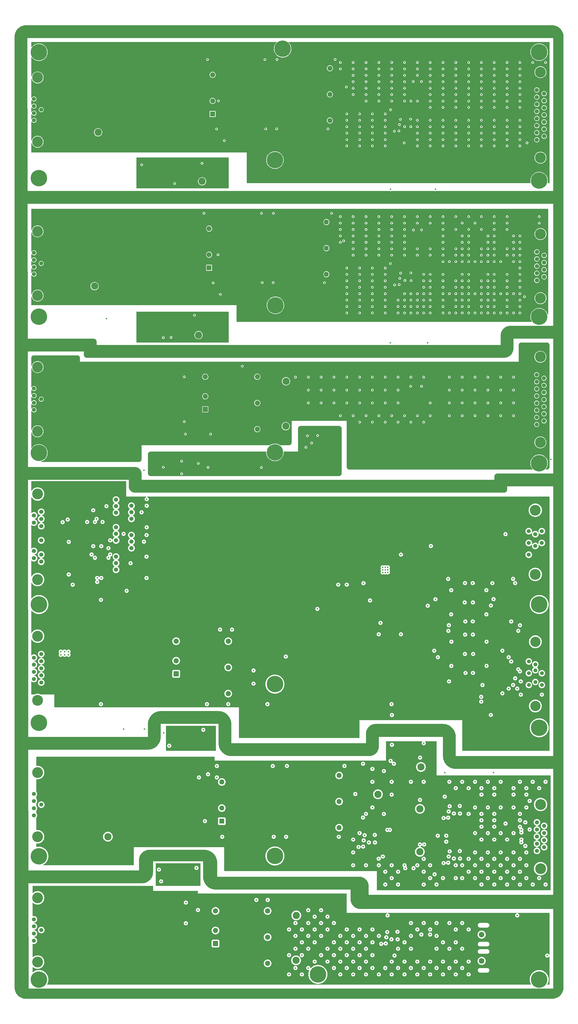
<source format=gbr>
%TF.GenerationSoftware,KiCad,Pcbnew,9.0.3*%
%TF.CreationDate,2025-09-16T14:08:45-04:00*%
%TF.ProjectId,11_CPU_PDU,31315f43-5055-45f5-9044-552e6b696361,rev?*%
%TF.SameCoordinates,Original*%
%TF.FileFunction,Copper,L9,Inr*%
%TF.FilePolarity,Positive*%
%FSLAX46Y46*%
G04 Gerber Fmt 4.6, Leading zero omitted, Abs format (unit mm)*
G04 Created by KiCad (PCBNEW 9.0.3) date 2025-09-16 14:08:45*
%MOMM*%
%LPD*%
G01*
G04 APERTURE LIST*
%TA.AperFunction,ComponentPad*%
%ADD10C,1.498600*%
%TD*%
%TA.AperFunction,ComponentPad*%
%ADD11C,4.000000*%
%TD*%
%TA.AperFunction,ComponentPad*%
%ADD12C,1.575000*%
%TD*%
%TA.AperFunction,ComponentPad*%
%ADD13C,4.216000*%
%TD*%
%TA.AperFunction,ComponentPad*%
%ADD14C,2.800000*%
%TD*%
%TA.AperFunction,ComponentPad*%
%ADD15C,1.560000*%
%TD*%
%TA.AperFunction,ComponentPad*%
%ADD16C,6.400000*%
%TD*%
%TA.AperFunction,ComponentPad*%
%ADD17C,1.650000*%
%TD*%
%TA.AperFunction,ComponentPad*%
%ADD18R,1.950000X1.950000*%
%TD*%
%TA.AperFunction,ComponentPad*%
%ADD19C,1.950000*%
%TD*%
%TA.AperFunction,ComponentPad*%
%ADD20C,1.635000*%
%TD*%
%TA.AperFunction,ComponentPad*%
%ADD21R,2.000000X2.000000*%
%TD*%
%TA.AperFunction,ComponentPad*%
%ADD22C,2.000000*%
%TD*%
%TA.AperFunction,ComponentPad*%
%ADD23C,2.159000*%
%TD*%
%TA.AperFunction,ViaPad*%
%ADD24C,0.600000*%
%TD*%
G04 APERTURE END LIST*
D10*
%TO.N,/v1_Telem*%
%TO.C,J15*%
X385970000Y-277329999D03*
%TO.N,/TELEM_RTN*%
X385970000Y-275039998D03*
%TO.N,/v2_Telem*%
X385970000Y-272749998D03*
%TO.N,/TELEM_RTN*%
X385970000Y-270460000D03*
%TO.N,/v3_Telem*%
X385970000Y-268169999D03*
%TO.N,/TELEM_RTN*%
X388510000Y-278469999D03*
%TO.N,/v4_Telem*%
X388510000Y-276179999D03*
%TO.N,/TELEM_RTN*%
X388510000Y-273889998D03*
%TO.N,/v5_Telem*%
X388510000Y-271600000D03*
%TO.N,/Temp_Telem*%
X388510000Y-269310000D03*
%TO.N,/v6_Telem*%
X391050000Y-277329999D03*
%TO.N,/TELEM_RTN*%
X391050000Y-275039998D03*
%TO.N,/v7_Telem*%
X391050000Y-272749998D03*
%TO.N,/TELEM_RTN*%
X391050000Y-270460000D03*
X391050000Y-268169999D03*
D11*
%TO.N,GNDPWR*%
X388510000Y-260509999D03*
X388510000Y-285510000D03*
%TD*%
D12*
%TO.N,/i1_Telem*%
%TO.C,J14*%
X385950000Y-217469000D03*
%TO.N,/TELEM_RTN*%
X385950000Y-219759000D03*
%TO.N,/i2_Telem*%
X385950000Y-222049000D03*
%TO.N,/TELEM_RTN*%
X385950000Y-224339000D03*
%TO.N,/i3_Telem*%
X385950000Y-226629000D03*
%TO.N,/TELEM_RTN*%
X388490000Y-216324000D03*
%TO.N,/i4_Telem*%
X388490000Y-218614000D03*
%TO.N,/TELEM_RTN*%
X388490000Y-220904000D03*
%TO.N,/i5_Telem*%
X388490000Y-223194000D03*
%TO.N,/TELEM_RTN*%
X388490000Y-225484000D03*
%TO.N,/i6_Telem*%
X391030000Y-217469000D03*
%TO.N,/TELEM_RTN*%
X391030000Y-219759000D03*
%TO.N,/i7_Telem*%
X391030000Y-222049000D03*
%TO.N,/TELEM_RTN*%
X391030000Y-224339000D03*
X391030000Y-226629000D03*
D13*
%TO.N,GNDPWR*%
X388490000Y-234290000D03*
X388490000Y-209300000D03*
%TD*%
D14*
%TO.N,/SSD1_5V*%
%TO.C,SEC_PWR3*%
X295245001Y-384520000D03*
%TD*%
D15*
%TO.N,/V_SEC5_RTN*%
%TO.C,J13*%
X195905001Y-367160000D03*
X195905001Y-369930000D03*
%TO.N,unconnected-(J13-Pad3)*%
X195905001Y-372700000D03*
%TO.N,/V_SEC5_RTN*%
X195905001Y-375470000D03*
X195905001Y-378240000D03*
%TO.N,/V_SEC5_IN*%
X193065001Y-368545000D03*
X193065001Y-371315000D03*
X193065001Y-374085000D03*
X193065001Y-376855000D03*
D13*
%TO.N,GNDPWR*%
X194485001Y-360200000D03*
X194485001Y-385200000D03*
%TD*%
D16*
%TO.N,GNDPWR*%
%TO.C,H4*%
X195000000Y-392000000D03*
%TD*%
D17*
%TO.N,Net-(U22B-OUT_2)*%
%TO.C,J10*%
X225063200Y-210275000D03*
%TO.N,/LVDS_REC_CKT/EN_2*%
X225063200Y-207735000D03*
%TO.N,Net-(J10-Pad3)*%
X225063200Y-205195000D03*
%TD*%
D14*
%TO.N,/Sabertooth_IO/V8p2*%
%TO.C,8.2V1*%
X343902501Y-309244999D03*
%TD*%
%TO.N,/SSD0_5V*%
%TO.C,5V2*%
X291235001Y-176584999D03*
%TD*%
D18*
%TO.N,/Sabertooth_IO/p12V*%
%TO.C,U3*%
X266297501Y-330324999D03*
D19*
%TO.N,/Sabertooth_IO/p12_rtn*%
X266297501Y-325244999D03*
%TO.N,/Sabertooth_IO/REM*%
X266297501Y-315084999D03*
%TO.N,/Sabertooth_IO_12V*%
X312017501Y-332864999D03*
%TO.N,/Sabertooth_IO_RTN*%
X312017501Y-322704999D03*
%TO.N,Net-(U3-TRIM)*%
X312017501Y-312544999D03*
%TD*%
D16*
%TO.N,GNDPWR*%
%TO.C,H19*%
X290000000Y-29690000D03*
%TD*%
D20*
%TO.N,/EN3-*%
%TO.C,J7*%
X195905001Y-229340000D03*
%TO.N,/EN3+*%
X195905001Y-226570000D03*
%TO.N,/TELEM_RTN*%
X195905001Y-223800000D03*
%TO.N,/EN5+*%
X195905001Y-221030000D03*
%TO.N,/TELEM_RTN*%
X195905001Y-218260000D03*
%TO.N,/EN5-*%
X195905001Y-215490000D03*
%TO.N,/EN2+*%
X195905001Y-212720000D03*
%TO.N,/EN2-*%
X195905001Y-209950000D03*
%TO.N,/EN4-*%
X193065001Y-227955000D03*
%TO.N,/EN4+*%
X193065001Y-225185000D03*
%TO.N,/TELEM_RTN*%
X193065001Y-222415000D03*
X193065001Y-219645000D03*
X193065001Y-216875000D03*
%TO.N,/EN1+*%
X193065001Y-214105000D03*
%TO.N,/EN1-*%
X193065001Y-211335000D03*
D13*
%TO.N,GNDPWR*%
X194485001Y-202995000D03*
X194485001Y-236295000D03*
%TD*%
D14*
%TO.N,/V_SEC1_RTN*%
%TO.C,SEC_RTN1*%
X206725001Y-45335000D03*
%TD*%
%TO.N,Net-(F2-Pad2)*%
%TO.C,SEC_RTN2*%
X216715001Y-122055000D03*
%TD*%
D16*
%TO.N,GNDPWR*%
%TO.C,H11*%
X390000000Y-294000000D03*
%TD*%
%TO.N,GNDPWR*%
%TO.C,H10*%
X390000000Y-392000000D03*
%TD*%
D17*
%TO.N,Net-(U22D-OUT_4)*%
%TO.C,J12*%
X231063200Y-224065000D03*
%TO.N,/LVDS_REC_CKT/EN_4*%
X231063200Y-221525000D03*
%TO.N,Net-(J12-Pad3)*%
X231063200Y-218985000D03*
%TD*%
D21*
%TO.N,Net-(U23-+VIN)*%
%TO.C,U23*%
X248505001Y-272989999D03*
D22*
%TO.N,Net-(U23--VIN)*%
X248505001Y-267889999D03*
%TO.N,/V_TELEM*%
X268805001Y-280689999D03*
%TO.N,unconnected-(U23-TRIM-Pad4)*%
X268805001Y-270489999D03*
%TO.N,/V_TELEM_RTN*%
X268805001Y-260289999D03*
%TO.N,unconnected-(U23-REMOTE-Pad6)*%
X248505001Y-260289999D03*
%TD*%
D18*
%TO.N,/Sabertooth_CPU_and_PCIe_Bifurcator/P12V_PDU_DAQ1/p12V*%
%TO.C,U2*%
X261325001Y-114915000D03*
D19*
%TO.N,/Sabertooth_CPU_and_PCIe_Bifurcator/P12V_PDU_DAQ1/p12_rtn*%
X261325001Y-109835000D03*
%TO.N,/Sabertooth_CPU_and_PCIe_Bifurcator/P12V_PDU_DAQ1/REM*%
X261325001Y-99675000D03*
%TO.N,/PCIe_Bifurcator_12V*%
X307045001Y-117455000D03*
%TO.N,/PCIe_Bifurcator_12V_RTN*%
X307045001Y-107295000D03*
%TO.N,Net-(U2-TRIM)*%
X307045001Y-97135000D03*
%TD*%
D16*
%TO.N,GNDPWR*%
%TO.C,H20*%
X303760000Y-390000000D03*
%TD*%
%TO.N,GNDPWR*%
%TO.C,H1*%
X195000000Y-31000000D03*
%TD*%
D17*
%TO.N,Net-(U22C-OUT_3)*%
%TO.C,J11*%
X225063200Y-221035000D03*
%TO.N,/LVDS_REC_CKT/EN_3*%
X225063200Y-218495000D03*
%TO.N,Net-(J11-Pad3)*%
X225063200Y-215955000D03*
%TD*%
D14*
%TO.N,/Sabertooth_IO_5V*%
%TO.C,5V1*%
X343522501Y-325554999D03*
%TD*%
D16*
%TO.N,GNDPWR*%
%TO.C,H21*%
X287000000Y-186770000D03*
%TD*%
D20*
%TO.N,/Sabertooth_p12V_OUT*%
%TO.C,J18*%
X389080000Y-45725000D03*
X389080000Y-48495000D03*
X389080000Y-51265000D03*
X389080000Y-54035000D03*
%TO.N,unconnected-(J18-Pad5)*%
X389080000Y-56805000D03*
%TO.N,unconnected-(J18-Pad6)*%
X389080000Y-59575000D03*
%TO.N,unconnected-(J18-Pad7)*%
X389080000Y-62345000D03*
%TO.N,unconnected-(J18-Pad8)*%
X389080000Y-65115000D03*
%TO.N,/Sabertooth_p12V_RTN*%
X391920000Y-47110000D03*
X391920000Y-49880000D03*
X391920000Y-52650000D03*
X391920000Y-55420000D03*
%TO.N,unconnected-(J18-Pad13)*%
X391920000Y-58190000D03*
%TO.N,unconnected-(J18-Pad14)*%
X391920000Y-60960000D03*
%TO.N,unconnected-(J18-Pad15)*%
X391920000Y-63730000D03*
D13*
%TO.N,GNDPWR*%
X390500000Y-72070000D03*
X390500000Y-38770000D03*
%TD*%
D16*
%TO.N,GNDPWR*%
%TO.C,H22*%
X287000000Y-343890000D03*
%TD*%
D17*
%TO.N,Net-(U22A-OUT_1)*%
%TO.C,J9*%
X231063200Y-212645000D03*
%TO.N,/LVDS_REC_CKT/EN_1*%
X231063200Y-210105000D03*
%TO.N,Net-(J9-Pad3)*%
X231063200Y-207565000D03*
%TD*%
D14*
%TO.N,/Sabertooth_IO_RTN*%
%TO.C,8.2\u002C5\u002C3.3_RTN1*%
X327155001Y-319864999D03*
%TD*%
D16*
%TO.N,GNDPWR*%
%TO.C,H15*%
X195000000Y-187000000D03*
%TD*%
D17*
%TO.N,Net-(U21-R)*%
%TO.C,J8*%
X225063200Y-232455000D03*
%TO.N,/LVDS_REC_CKT/EN_5*%
X225063200Y-229915000D03*
%TO.N,Net-(J8-Pad3)*%
X225063200Y-227375000D03*
%TD*%
D15*
%TO.N,/V_SEC3_RTN*%
%TO.C,J3*%
X195905001Y-318370000D03*
X195905001Y-321140000D03*
%TO.N,unconnected-(J3-Pad3)*%
X195905001Y-323910000D03*
%TO.N,/V_SEC3_RTN*%
X195905001Y-326680000D03*
X195905001Y-329450000D03*
%TO.N,/V_SEC3_IN*%
X193065001Y-319755000D03*
X193065001Y-322525000D03*
X193065001Y-325295000D03*
X193065001Y-328065000D03*
D13*
%TO.N,GNDPWR*%
X194485001Y-311410000D03*
X194485001Y-336410000D03*
%TD*%
D16*
%TO.N,GNDPWR*%
%TO.C,H5*%
X195000000Y-344000000D03*
%TD*%
%TO.N,GNDPWR*%
%TO.C,H18*%
X287190000Y-129530000D03*
%TD*%
D15*
%TO.N,/SSD0_5V_RTN*%
%TO.C,J6*%
X389035000Y-175930000D03*
X389035000Y-173160000D03*
X389035000Y-170390000D03*
X389035000Y-167620000D03*
X389035000Y-164850000D03*
X389035000Y-162080000D03*
X389035000Y-159310000D03*
%TO.N,/SSD0_5V_OUT*%
X389035000Y-156540000D03*
X391875000Y-174545000D03*
X391875000Y-171775000D03*
%TO.N,/SSD0_5V_RTN*%
X391875000Y-169005000D03*
%TO.N,/SSD0_5V_OUT*%
X391875000Y-166235000D03*
X391875000Y-163465000D03*
X391875000Y-160695000D03*
%TO.N,/SSD0_5V_RTN*%
X391875000Y-157925000D03*
D13*
%TO.N,GNDPWR*%
X390455000Y-182885000D03*
X390455000Y-149585000D03*
%TD*%
D16*
%TO.N,GNDPWR*%
%TO.C,H8*%
X195000000Y-134000000D03*
%TD*%
%TO.N,GNDPWR*%
%TO.C,H12*%
X390000000Y-246000000D03*
%TD*%
%TO.N,GNDPWR*%
%TO.C,H3*%
X287000000Y-73000000D03*
%TD*%
%TO.N,GNDPWR*%
%TO.C,H17*%
X195000000Y-246000000D03*
%TD*%
D15*
%TO.N,/V_SEC2_RTN*%
%TO.C,J2*%
X195905001Y-107700000D03*
X195905001Y-110470000D03*
%TO.N,unconnected-(J2-Pad3)*%
X195905001Y-113240000D03*
%TO.N,/V_SEC2_RTN*%
X195905001Y-116010000D03*
X195905001Y-118780000D03*
%TO.N,/V_SEC2_IN*%
X193065001Y-109085000D03*
X193065001Y-111855000D03*
X193065001Y-114625000D03*
X193065001Y-117395000D03*
D13*
%TO.N,GNDPWR*%
X194485001Y-100740000D03*
X194485001Y-125740000D03*
%TD*%
D14*
%TO.N,Net-(F1-Pad2)*%
%TO.C,SEC_PWR1*%
X218085001Y-62185000D03*
%TD*%
D15*
%TO.N,/Sabertooth_IO_12V_OUT*%
%TO.C,J16*%
X389110000Y-341880000D03*
X389110000Y-339110000D03*
%TO.N,unconnected-(J16-Pad3)*%
X389110000Y-336340000D03*
%TO.N,/Sabertooth_IO_5V_OUT*%
X389110000Y-333570000D03*
%TO.N,/Sabertooth_IO_3p3V_OUT*%
X389110000Y-330800000D03*
%TO.N,/Sabertooth_IO_RTN*%
X391950000Y-340495000D03*
X391950000Y-337725000D03*
X391950000Y-334955000D03*
X391950000Y-332185000D03*
D13*
%TO.N,GNDPWR*%
X390530000Y-348840000D03*
X390530000Y-323840000D03*
%TD*%
D20*
%TO.N,unconnected-(J17-Pad1)*%
%TO.C,J17*%
X389090000Y-108740000D03*
%TO.N,unconnected-(J17-Pad2)*%
X389090000Y-111510000D03*
%TO.N,unconnected-(J17-Pad3)*%
X389090000Y-114280000D03*
%TO.N,/PCIe_Bifurcator_12V_OUT*%
X389090000Y-117050000D03*
X389090000Y-119820000D03*
%TO.N,unconnected-(J17-Pad6)*%
X391930000Y-110125000D03*
%TO.N,unconnected-(J17-Pad7)*%
X391930000Y-112895000D03*
%TO.N,/PCIe_Bifurcator_12V_RTN*%
X391930000Y-115665000D03*
X391930000Y-118435000D03*
D13*
%TO.N,GNDPWR*%
X390510000Y-126780000D03*
X390510000Y-101780000D03*
%TD*%
D23*
%TO.N,/SSD1_5V_RTN*%
%TO.C,P2*%
X367580000Y-384730000D03*
%TD*%
D21*
%TO.N,/SSD_PDU/HUB_SSD1/p12V*%
%TO.C,U8*%
X263842501Y-377990000D03*
D22*
%TO.N,/SSD_PDU/HUB_SSD1/p12_rtn*%
X263842501Y-372890000D03*
%TO.N,/SSD1_5V*%
X284142501Y-385690000D03*
%TO.N,Net-(U8-TRIM)*%
X284142501Y-375490000D03*
%TO.N,/SSD1_5V_RTN*%
X284142501Y-365290000D03*
%TO.N,/SSD_PDU/HUB_SSD1/REM*%
X263842501Y-365290000D03*
%TD*%
D14*
%TO.N,/V_SEC2_RTN*%
%TO.C,TP1*%
X205355001Y-105205000D03*
%TD*%
%TO.N,Net-(F3-Pad2)*%
%TO.C,V_SEC_IN1*%
X221885001Y-336364999D03*
%TD*%
D16*
%TO.N,GNDPWR*%
%TO.C,H6*%
X195000000Y-292000000D03*
%TD*%
%TO.N,GNDPWR*%
%TO.C,H7*%
X390000000Y-31000000D03*
%TD*%
%TO.N,GNDPWR*%
%TO.C,H16*%
X390000000Y-191000000D03*
%TD*%
%TO.N,GNDPWR*%
%TO.C,H14*%
X390000000Y-81000000D03*
%TD*%
D15*
%TO.N,/V_SEC1_RTN*%
%TO.C,J1*%
X195905001Y-47830000D03*
X195905001Y-50600000D03*
%TO.N,unconnected-(J1-Pad3)*%
X195905001Y-53370000D03*
%TO.N,/V_SEC1_RTN*%
X195905001Y-56140000D03*
X195905001Y-58910000D03*
%TO.N,/V_SEC1_IN*%
X193065001Y-49215000D03*
X193065001Y-51985000D03*
X193065001Y-54755000D03*
X193065001Y-57525000D03*
D13*
%TO.N,GNDPWR*%
X194485001Y-40870000D03*
X194485001Y-65870000D03*
%TD*%
D14*
%TO.N,/V_TELEM*%
%TO.C,TELEM_PWR1*%
X258595001Y-81255000D03*
%TD*%
%TO.N,/V_TELEM*%
%TO.C,SEC_PWR2*%
X257225001Y-141125000D03*
%TD*%
D15*
%TO.N,/V_TELEM_RTN*%
%TO.C,J5*%
X195905001Y-265294999D03*
X195905001Y-268064999D03*
%TO.N,unconnected-(J5-Pad3)*%
X195905001Y-270834999D03*
%TO.N,/V_TELEM_RTN*%
X195905001Y-273604999D03*
X195905001Y-276374999D03*
%TO.N,/V_TELEM_IN*%
X193065001Y-266679999D03*
X193065001Y-269449999D03*
X193065001Y-272219999D03*
X193065001Y-274989999D03*
D13*
%TO.N,GNDPWR*%
X194485001Y-258334999D03*
X194485001Y-283334999D03*
%TD*%
D23*
%TO.N,/SSD1_5V_OUT*%
%TO.C,P1*%
X367580000Y-374519600D03*
%TD*%
D16*
%TO.N,GNDPWR*%
%TO.C,H2*%
X390000000Y-134000000D03*
%TD*%
D14*
%TO.N,/V_TELEM_RTN*%
%TO.C,TELEM_RTN1*%
X239625001Y-81245000D03*
%TD*%
%TO.N,/SSD0_5V_RTN*%
%TO.C,5V_RTN1*%
X291315001Y-159085000D03*
%TD*%
D15*
%TO.N,/V_SEC4_RTN*%
%TO.C,J4*%
X195905001Y-160535000D03*
X195905001Y-163305000D03*
%TO.N,unconnected-(J4-Pad3)*%
X195905001Y-166075000D03*
%TO.N,/V_SEC4_RTN*%
X195905001Y-168845000D03*
X195905001Y-171615000D03*
%TO.N,/V_SEC4_IN*%
X193065001Y-161920000D03*
X193065001Y-164690000D03*
X193065001Y-167460000D03*
X193065001Y-170230000D03*
D13*
%TO.N,GNDPWR*%
X194485001Y-153575000D03*
X194485001Y-178575000D03*
%TD*%
D14*
%TO.N,/Sabertooth_IO_3p3V*%
%TO.C,3.3V1*%
X343474001Y-342274999D03*
%TD*%
D18*
%TO.N,/Sabertooth_CPU_and_PCIe_Bifurcator/P12V_PDU_DAQ/p12V*%
%TO.C,U1*%
X262695001Y-55045000D03*
D19*
%TO.N,/Sabertooth_CPU_and_PCIe_Bifurcator/P12V_PDU_DAQ/p12_rtn*%
X262695001Y-49965000D03*
%TO.N,/Sabertooth_CPU_and_PCIe_Bifurcator/P12V_PDU_DAQ/REM*%
X262695001Y-39805000D03*
%TO.N,/Sabertooth_p12V*%
X308415001Y-57585000D03*
%TO.N,/Sabertooth_p12V_RTN*%
X308415001Y-47425000D03*
%TO.N,Net-(U1-TRIM)*%
X308415001Y-37265000D03*
%TD*%
D16*
%TO.N,GNDPWR*%
%TO.C,H13*%
X195000000Y-80000000D03*
%TD*%
D14*
%TO.N,/V_SEC3_RTN*%
%TO.C,V_SEC_RTN1*%
X209135001Y-320864999D03*
%TD*%
%TO.N,/SSD1_5V_RTN*%
%TO.C,SEC_RTN4*%
X295325001Y-367020000D03*
%TD*%
D21*
%TO.N,/SSD_PDU/HUB_SSD0/p12V*%
%TO.C,U7*%
X259832501Y-170055000D03*
D22*
%TO.N,/SSD_PDU/HUB_SSD0/p12_rtn*%
X259832501Y-164955000D03*
%TO.N,/SSD0_5V*%
X280132501Y-177755000D03*
%TO.N,Net-(U7-TRIM)*%
X280132501Y-167555000D03*
%TO.N,/SSD0_5V_RTN*%
X280132501Y-157355000D03*
%TO.N,/SSD_PDU/HUB_SSD0/REM*%
X259832501Y-157355000D03*
%TD*%
D16*
%TO.N,GNDPWR*%
%TO.C,H9*%
X287000000Y-277000000D03*
%TD*%
D14*
%TO.N,/V_TELEM_RTN*%
%TO.C,SEC_RTN3*%
X238255001Y-141115000D03*
%TD*%
D24*
%TO.N,/Sabertooth_IO_3p3V*%
X350460000Y-336000000D03*
X349090000Y-263990000D03*
X353790001Y-338330000D03*
X353790001Y-335990001D03*
%TO.N,/Sabertooth_IO_5V*%
X353190000Y-311410000D03*
X372210000Y-311400000D03*
X372210000Y-243930000D03*
X353190000Y-320790000D03*
%TO.N,/SSD0_5V*%
X350520000Y-266520000D03*
X291230000Y-266280000D03*
%TO.N,/SSD0_5V_RTN*%
X315000000Y-167500000D03*
X305000000Y-157500000D03*
X335000000Y-162500000D03*
X300000000Y-157500000D03*
X335000000Y-167500000D03*
X347500000Y-167500000D03*
X305000000Y-162500000D03*
X375000000Y-162500000D03*
X335000000Y-175000000D03*
X320000000Y-162500000D03*
X360000000Y-167500000D03*
X317500000Y-172500000D03*
X342500000Y-172500000D03*
X345000000Y-157500000D03*
X332500000Y-172500000D03*
X380000000Y-172500000D03*
X320000000Y-157500000D03*
X380000000Y-157500000D03*
X340000000Y-175000000D03*
X380000000Y-167500000D03*
X340000000Y-157500000D03*
X327500000Y-172500000D03*
X347500000Y-172500000D03*
X370000000Y-167500000D03*
X345000000Y-175000000D03*
X325000000Y-167500000D03*
X355000000Y-157500000D03*
X337500000Y-172500000D03*
X330000000Y-162500000D03*
X365000000Y-167500000D03*
X375000000Y-172500000D03*
X355000000Y-167500000D03*
X320000000Y-175000000D03*
X375000000Y-157500000D03*
X370000000Y-172500000D03*
X322500000Y-172500000D03*
X370000000Y-162500000D03*
X310000000Y-167500000D03*
X365000000Y-172500000D03*
X325000000Y-162500000D03*
X365000000Y-157500000D03*
X375000000Y-167500000D03*
X315000000Y-162500000D03*
X330000000Y-167500000D03*
X315000000Y-157500000D03*
X310000000Y-162500000D03*
X360000000Y-172500000D03*
X325000000Y-175000000D03*
X320000000Y-167500000D03*
X300000000Y-167500000D03*
X300000000Y-162500000D03*
X310000000Y-157500000D03*
X355000000Y-162500000D03*
X295000000Y-157500000D03*
X305000000Y-167500000D03*
X355000000Y-172500000D03*
X370000000Y-157500000D03*
X365000000Y-162500000D03*
X380000000Y-162500000D03*
X335000000Y-157500000D03*
X360000000Y-157500000D03*
X360000000Y-162500000D03*
X330000000Y-175000000D03*
X312500000Y-172500000D03*
X330000000Y-157500000D03*
X325000000Y-157500000D03*
%TO.N,/Sabertooth_IO_RTN*%
X322500000Y-347500000D03*
X387500000Y-315000000D03*
X377500000Y-355000000D03*
X347500000Y-352500000D03*
X317500000Y-337500000D03*
X342500000Y-347500000D03*
X372500000Y-350000000D03*
X367500000Y-332500000D03*
X345155001Y-339404999D03*
X372500000Y-327500000D03*
X370000000Y-335000000D03*
X367500000Y-327500000D03*
X387500000Y-355000000D03*
X370000000Y-325000000D03*
X325000000Y-315000000D03*
X332500000Y-347500000D03*
X291675001Y-308844999D03*
X329472501Y-327524999D03*
X332500000Y-315000000D03*
X335000000Y-355000000D03*
X362500000Y-350000000D03*
X380000000Y-342500000D03*
X360000000Y-347500000D03*
X343592501Y-305594999D03*
X332500000Y-320000000D03*
X385000000Y-342500000D03*
X340000000Y-315000000D03*
X337500000Y-347500000D03*
X370000000Y-352500000D03*
X345000000Y-345000000D03*
X329064001Y-344104999D03*
X314105001Y-308844999D03*
X372500000Y-332500000D03*
X392500000Y-355000000D03*
X332500000Y-352500000D03*
X367500000Y-345000000D03*
X372500000Y-355000000D03*
X320000000Y-335000000D03*
X372500000Y-345000000D03*
X330000000Y-350000000D03*
X367500000Y-330000000D03*
X325000000Y-310000000D03*
X370000000Y-342500000D03*
X377500000Y-350000000D03*
X350000000Y-355000000D03*
X317500000Y-342500000D03*
X375000000Y-325000000D03*
X362500000Y-327500000D03*
X372500000Y-337500000D03*
X355000000Y-315000000D03*
X380000000Y-347500000D03*
X380000000Y-352500000D03*
X335000000Y-350000000D03*
X382500000Y-315000000D03*
X385000000Y-347500000D03*
X372500000Y-320000000D03*
X345000000Y-315000000D03*
X345000000Y-350000000D03*
X367500000Y-337500000D03*
X365000000Y-335000000D03*
X375000000Y-342500000D03*
X375000000Y-347500000D03*
X360000000Y-315000000D03*
X322500000Y-327500000D03*
X385000000Y-352500000D03*
X330000000Y-355000000D03*
X343562501Y-322054999D03*
X367500000Y-317500000D03*
X385000000Y-317500000D03*
X357500000Y-352500000D03*
X365000000Y-342500000D03*
X347500000Y-347500000D03*
X392500000Y-315000000D03*
X390000000Y-352500000D03*
X352500000Y-352500000D03*
X375000000Y-315000000D03*
X375000000Y-335000000D03*
X382500000Y-327500000D03*
X345000000Y-355000000D03*
X390000000Y-317500000D03*
X362500000Y-345000000D03*
X380000000Y-335000000D03*
X380000000Y-325000000D03*
X377500000Y-345000000D03*
X367500000Y-350000000D03*
X382500000Y-345000000D03*
X329472501Y-310834999D03*
X367500000Y-320000000D03*
X325000000Y-325000000D03*
X370000000Y-347500000D03*
X362500000Y-317500000D03*
X365000000Y-352500000D03*
X360000000Y-352500000D03*
X327500000Y-347500000D03*
X372500000Y-330000000D03*
X382500000Y-330000000D03*
X317500000Y-347500000D03*
X382500000Y-332500000D03*
X385000000Y-320000000D03*
X370000000Y-315000000D03*
X332092501Y-306884999D03*
X385000000Y-325000000D03*
X343524001Y-339414999D03*
X345000000Y-300000000D03*
X357500000Y-347500000D03*
X372500000Y-317500000D03*
X377500000Y-337500000D03*
X382500000Y-350000000D03*
X382500000Y-355000000D03*
X380000000Y-320000000D03*
X375000000Y-352500000D03*
X367500000Y-355000000D03*
X365000000Y-315000000D03*
X365000000Y-347500000D03*
X357500000Y-317500000D03*
X365000000Y-325000000D03*
X380000000Y-317500000D03*
%TO.N,/Sabertooth_p12V*%
X349560000Y-243950000D03*
X349560000Y-84330000D03*
X332060000Y-84330000D03*
X332060000Y-53415000D03*
X307665001Y-60845000D03*
X287695001Y-60845000D03*
%TO.N,/Sabertooth_CPU_and_PCIe_Bifurcator/P12V_PDU_DAQ/p12V*%
X283405001Y-60845000D03*
%TO.N,/Sabertooth_CPU_and_PCIe_Bifurcator/P12V_PDU_DAQ/p12_rtn*%
X267280000Y-65400000D03*
X264950000Y-49960000D03*
X260695001Y-33845000D03*
X283095001Y-33845000D03*
%TO.N,/Sabertooth_p12V_RTN*%
X357500000Y-65000000D03*
X372500000Y-45000000D03*
X367500000Y-45000000D03*
X332500000Y-40000000D03*
X377500000Y-67500000D03*
X332500000Y-50000000D03*
X342500000Y-62500000D03*
X342500000Y-40000000D03*
X382500000Y-60000000D03*
X347500000Y-42500000D03*
X322500000Y-37500000D03*
X337500000Y-37500000D03*
X310465001Y-33855000D03*
X325000000Y-67500000D03*
X382500000Y-47500000D03*
X362500000Y-60000000D03*
X320000000Y-60000000D03*
X362500000Y-52500000D03*
X352500000Y-57500000D03*
X327500000Y-47500000D03*
X377500000Y-52500000D03*
X352500000Y-35000000D03*
X325000000Y-57500000D03*
X340000000Y-50000000D03*
X315000000Y-62500000D03*
X325000000Y-55000000D03*
X337500000Y-47500000D03*
X362500000Y-62500000D03*
X315000000Y-55000000D03*
X330000000Y-55000000D03*
X332500000Y-47500000D03*
X325000000Y-60000000D03*
X357500000Y-67500000D03*
X312500000Y-35000000D03*
X377500000Y-62500000D03*
X377500000Y-65000000D03*
X330000000Y-57500000D03*
X342500000Y-35000000D03*
X352500000Y-50000000D03*
X330000000Y-65000000D03*
X352500000Y-42500000D03*
X367500000Y-60000000D03*
X372500000Y-67500000D03*
X352500000Y-67500000D03*
X347500000Y-40000000D03*
X377500000Y-50000000D03*
X357500000Y-52500000D03*
X320000000Y-55000000D03*
X367500000Y-62500000D03*
X377500000Y-42500000D03*
X352500000Y-60000000D03*
X347500000Y-67500000D03*
X342500000Y-65000000D03*
X362500000Y-47500000D03*
X357500000Y-47500000D03*
X342500000Y-60000000D03*
X382500000Y-62500000D03*
X392500000Y-35000000D03*
X347500000Y-57500000D03*
X362500000Y-67500000D03*
X327500000Y-42500000D03*
X337500000Y-45000000D03*
X367500000Y-37500000D03*
X372500000Y-50000000D03*
X357500000Y-37500000D03*
X357500000Y-45000000D03*
X372500000Y-62500000D03*
X362500000Y-45000000D03*
X377500000Y-45000000D03*
X367500000Y-52500000D03*
X337500000Y-35000000D03*
X382500000Y-67500000D03*
X362500000Y-42500000D03*
X377500000Y-37500000D03*
X352500000Y-65000000D03*
X327500000Y-50000000D03*
X317500000Y-37500000D03*
X367500000Y-47500000D03*
X372500000Y-65000000D03*
X357500000Y-42500000D03*
X332500000Y-37500000D03*
X332500000Y-35000000D03*
X317500000Y-35000000D03*
X347500000Y-35000000D03*
X352500000Y-40000000D03*
X315000000Y-60000000D03*
X315000000Y-57500000D03*
X320000000Y-67500000D03*
X372500000Y-47500000D03*
X382500000Y-37500000D03*
X357500000Y-35000000D03*
X322500000Y-40000000D03*
X315000000Y-67500000D03*
X337500000Y-42500000D03*
X312500000Y-37500000D03*
X322500000Y-35000000D03*
X352500000Y-62500000D03*
X322500000Y-45000000D03*
X382500000Y-40000000D03*
X322500000Y-42500000D03*
X320000000Y-65000000D03*
X330000000Y-62500000D03*
X372500000Y-35000000D03*
X382500000Y-50000000D03*
X342500000Y-37500000D03*
X362500000Y-57500000D03*
X382500000Y-45000000D03*
X322500000Y-47500000D03*
X367500000Y-40000000D03*
X382500000Y-57500000D03*
X367500000Y-65000000D03*
X362500000Y-37500000D03*
X347500000Y-45000000D03*
X325000000Y-62500000D03*
X362500000Y-35000000D03*
X320000000Y-57500000D03*
X327500000Y-45000000D03*
X367500000Y-67500000D03*
X382500000Y-52500000D03*
X382500000Y-35000000D03*
X327500000Y-35000000D03*
X327500000Y-40000000D03*
X342500000Y-50000000D03*
X357500000Y-40000000D03*
X317500000Y-40000000D03*
X382500000Y-42500000D03*
X367500000Y-57500000D03*
X362500000Y-65000000D03*
X387500000Y-35000000D03*
X320000000Y-62500000D03*
X325000000Y-65000000D03*
X357500000Y-60000000D03*
X377500000Y-47500000D03*
X347500000Y-65000000D03*
X342500000Y-67500000D03*
X357500000Y-62500000D03*
X347500000Y-37500000D03*
X372500000Y-40000000D03*
X377500000Y-57500000D03*
X330000000Y-60000000D03*
X367500000Y-35000000D03*
X347500000Y-47500000D03*
X357500000Y-50000000D03*
X362500000Y-40000000D03*
X347500000Y-52500000D03*
X347500000Y-62500000D03*
X372500000Y-52500000D03*
X337500000Y-50000000D03*
X362500000Y-50000000D03*
X372500000Y-57500000D03*
X315000000Y-65000000D03*
X347500000Y-50000000D03*
X377500000Y-35000000D03*
X352500000Y-47500000D03*
X352500000Y-45000000D03*
X332500000Y-45000000D03*
X372500000Y-60000000D03*
X317500000Y-47500000D03*
X322500000Y-50000000D03*
X330000000Y-67500000D03*
X377500000Y-40000000D03*
X287785001Y-33855000D03*
X352500000Y-52500000D03*
X317500000Y-45000000D03*
X382500000Y-65000000D03*
X347500000Y-60000000D03*
X337500000Y-40000000D03*
X317500000Y-42500000D03*
X357500000Y-57500000D03*
X332500000Y-42500000D03*
X372500000Y-37500000D03*
X372500000Y-42500000D03*
X367500000Y-42500000D03*
X377500000Y-60000000D03*
X352500000Y-37500000D03*
X327500000Y-37500000D03*
X342500000Y-57500000D03*
X367500000Y-50000000D03*
%TO.N,/V_SEC1_RTN*%
X347500000Y-30000000D03*
X367500000Y-27500000D03*
X365000000Y-50000000D03*
X217500000Y-37500000D03*
X240000000Y-65000000D03*
X327500000Y-57500000D03*
X212500000Y-47500000D03*
X210000000Y-50000000D03*
X240000000Y-52500000D03*
X235000000Y-30000000D03*
X385000000Y-62500000D03*
X370000000Y-42500000D03*
X340000000Y-72500000D03*
X365000000Y-60000000D03*
X317500000Y-65000000D03*
X340000000Y-40000000D03*
X345000000Y-65000000D03*
X235000000Y-37500000D03*
X227500000Y-37500000D03*
X202500000Y-67500000D03*
X380000000Y-72500000D03*
X355000000Y-80000000D03*
X287500000Y-80000000D03*
X370000000Y-62500000D03*
X297500000Y-27500000D03*
X297500000Y-32500000D03*
X307500000Y-62500000D03*
X317500000Y-55000000D03*
X220000000Y-32500000D03*
X280000000Y-62500000D03*
X365000000Y-42500000D03*
X365000000Y-37500000D03*
X245000000Y-27500000D03*
X215000000Y-45000000D03*
X385000000Y-45000000D03*
X300000000Y-65000000D03*
X202500000Y-27500000D03*
X292500000Y-65000000D03*
X305000000Y-67500000D03*
X240000000Y-57500000D03*
X252500000Y-32500000D03*
X325000000Y-37500000D03*
X350000000Y-75000000D03*
X285000000Y-67500000D03*
X317500000Y-75000000D03*
X215000000Y-65000000D03*
X350000000Y-60000000D03*
X232500000Y-42500000D03*
X380000000Y-30000000D03*
X352500000Y-72500000D03*
X357500000Y-27500000D03*
X365000000Y-75000000D03*
X240000000Y-55000000D03*
X375000000Y-75000000D03*
X385000000Y-65000000D03*
X255000000Y-37500000D03*
X302500000Y-30000000D03*
X285000000Y-77500000D03*
X355000000Y-57500000D03*
X200000000Y-32500000D03*
X320000000Y-35000000D03*
X230000000Y-35000000D03*
X290000000Y-67500000D03*
X215000000Y-47500000D03*
X252500000Y-27500000D03*
X315000000Y-35000000D03*
X375000000Y-47500000D03*
X307500000Y-65000000D03*
X292500000Y-72500000D03*
X302500000Y-67500000D03*
X277500000Y-72500000D03*
X260000000Y-30000000D03*
X325000000Y-75000000D03*
X292500000Y-77500000D03*
X245000000Y-40000000D03*
X220000000Y-67500000D03*
X312500000Y-75000000D03*
X245000000Y-67500000D03*
X320000000Y-42500000D03*
X272500000Y-65000000D03*
X212500000Y-45000000D03*
X220000000Y-42500000D03*
X235000000Y-65000000D03*
X222500000Y-37500000D03*
X302500000Y-32500000D03*
X322500000Y-72500000D03*
X320000000Y-30000000D03*
X202500000Y-52500000D03*
X300000000Y-70000000D03*
X200000000Y-47500000D03*
X217500000Y-42500000D03*
X385000000Y-60000000D03*
X310000000Y-75000000D03*
X252500000Y-52500000D03*
X390000000Y-35000000D03*
X360000000Y-77500000D03*
X357500000Y-77500000D03*
X337500000Y-80000000D03*
X242500000Y-52500000D03*
X295000000Y-75000000D03*
X325000000Y-77500000D03*
X327500000Y-27500000D03*
X200000000Y-62500000D03*
X365000000Y-47500000D03*
X375000000Y-57500000D03*
X387500000Y-77500000D03*
X335000000Y-80000000D03*
X355000000Y-47500000D03*
X375000000Y-67500000D03*
X210000000Y-27500000D03*
X202500000Y-32500000D03*
X247500000Y-67500000D03*
X207500000Y-65000000D03*
X367500000Y-30000000D03*
X340000000Y-35000000D03*
X370000000Y-30000000D03*
X370000000Y-65000000D03*
X277500000Y-80000000D03*
X355000000Y-67500000D03*
X227500000Y-65000000D03*
X206945001Y-51045000D03*
X205000000Y-32500000D03*
X252500000Y-40000000D03*
X250000000Y-32500000D03*
X257500000Y-42500000D03*
X215000000Y-50000000D03*
X222500000Y-27500000D03*
X322500000Y-55000000D03*
X345000000Y-40000000D03*
X235000000Y-27500000D03*
X320000000Y-45000000D03*
X205000000Y-30000000D03*
X232500000Y-37500000D03*
X242500000Y-35000000D03*
X207500000Y-32500000D03*
X370000000Y-47500000D03*
X380000000Y-67500000D03*
X215000000Y-35000000D03*
X370000000Y-57500000D03*
X305000000Y-70000000D03*
X345000000Y-75000000D03*
X380000000Y-27500000D03*
X350000000Y-47500000D03*
X330000000Y-75000000D03*
X350000000Y-80000000D03*
X360000000Y-37500000D03*
X240000000Y-32500000D03*
X275000000Y-30000000D03*
X317500000Y-60000000D03*
X385000000Y-40000000D03*
X280000000Y-32500000D03*
X252500000Y-37500000D03*
X222500000Y-67500000D03*
X265000000Y-30000000D03*
X282500000Y-80000000D03*
X287500000Y-77500000D03*
X367500000Y-80000000D03*
X202500000Y-50000000D03*
X345000000Y-62500000D03*
X200000000Y-60000000D03*
X330000000Y-80000000D03*
X240000000Y-27500000D03*
X350000000Y-35000000D03*
X360000000Y-60000000D03*
X237500000Y-67500000D03*
X340915000Y-48785000D03*
X375000000Y-37500000D03*
X202500000Y-57500000D03*
X330000000Y-27500000D03*
X200000000Y-67500000D03*
X247500000Y-37500000D03*
X280000000Y-75000000D03*
X245000000Y-32500000D03*
X200000000Y-65000000D03*
X217500000Y-30000000D03*
X300000000Y-77500000D03*
X392500000Y-77500000D03*
X375000000Y-30000000D03*
X222500000Y-62500000D03*
X355000000Y-75000000D03*
X207500000Y-35000000D03*
X375000000Y-72500000D03*
X372500000Y-77500000D03*
X247500000Y-32500000D03*
X300000000Y-27500000D03*
X320000000Y-72500000D03*
X377500000Y-27500000D03*
X230000000Y-67500000D03*
X242500000Y-67500000D03*
X340000000Y-27500000D03*
X267500000Y-27500000D03*
X370000000Y-75000000D03*
X230000000Y-32500000D03*
X242500000Y-37500000D03*
X227500000Y-40000000D03*
X272500000Y-67500000D03*
X342500000Y-80000000D03*
X345000000Y-52500000D03*
X227500000Y-27500000D03*
X385000000Y-35000000D03*
X212500000Y-40000000D03*
X350000000Y-77500000D03*
X345000000Y-27500000D03*
X337500000Y-72500000D03*
X380000000Y-45000000D03*
X232500000Y-40000000D03*
X285000000Y-65000000D03*
X355000000Y-77500000D03*
X302500000Y-77500000D03*
X240000000Y-35000000D03*
X350000000Y-42500000D03*
X342500000Y-75000000D03*
X385000000Y-57500000D03*
X327500000Y-72500000D03*
X315000000Y-72500000D03*
X272500000Y-27500000D03*
X327500000Y-62500000D03*
X345000000Y-80000000D03*
X255000000Y-65000000D03*
X320000000Y-75000000D03*
X360000000Y-75000000D03*
X250000000Y-35000000D03*
X310000000Y-30000000D03*
X195000000Y-37500000D03*
X202500000Y-65000000D03*
X240000000Y-40000000D03*
X337500000Y-27500000D03*
X385000000Y-42500000D03*
X312500000Y-72500000D03*
X297500000Y-70000000D03*
X197500000Y-35000000D03*
X307500000Y-32500000D03*
X370000000Y-67500000D03*
X222500000Y-42500000D03*
X220000000Y-37500000D03*
X360000000Y-52500000D03*
X375000000Y-65000000D03*
X257500000Y-67500000D03*
X300000000Y-75000000D03*
X300000000Y-67500000D03*
X200000000Y-30000000D03*
X375000000Y-62500000D03*
X277500000Y-77500000D03*
X350000000Y-27500000D03*
X210000000Y-47500000D03*
X282500000Y-30000000D03*
X365000000Y-77500000D03*
X377500000Y-80000000D03*
X227500000Y-30000000D03*
X375000000Y-27500000D03*
X270000000Y-30000000D03*
X380000000Y-80000000D03*
X370000000Y-72500000D03*
X340000000Y-75000000D03*
X222500000Y-65000000D03*
X215000000Y-67500000D03*
X210000000Y-45000000D03*
X355000000Y-30000000D03*
X247500000Y-35000000D03*
X237500000Y-60000000D03*
X280000000Y-77500000D03*
X225000000Y-35000000D03*
X285000000Y-80000000D03*
X242500000Y-65000000D03*
X335000000Y-35000000D03*
X242500000Y-40000000D03*
X225000000Y-30000000D03*
X215000000Y-37500000D03*
X357500000Y-80000000D03*
X237500000Y-40000000D03*
X307500000Y-70000000D03*
X277500000Y-30000000D03*
X365000000Y-27500000D03*
X270000000Y-62500000D03*
X370000000Y-27500000D03*
X325000000Y-42500000D03*
X255000000Y-57500000D03*
X230000000Y-30000000D03*
X215000000Y-27500000D03*
X297500000Y-67500000D03*
X272500000Y-30000000D03*
X332500000Y-30000000D03*
X360000000Y-72500000D03*
X325000000Y-80000000D03*
X340000000Y-80000000D03*
X237500000Y-30000000D03*
X312500000Y-80000000D03*
X370000000Y-77500000D03*
X300000000Y-30000000D03*
X200000000Y-45000000D03*
X352500000Y-30000000D03*
X355000000Y-42500000D03*
X325000000Y-40000000D03*
X240000000Y-30000000D03*
X377500000Y-75000000D03*
X265000000Y-27500000D03*
X287500000Y-65000000D03*
X227500000Y-32500000D03*
X255000000Y-50000000D03*
X372500000Y-27500000D03*
X280000000Y-27500000D03*
X207500000Y-42500000D03*
X222500000Y-40000000D03*
X255000000Y-27500000D03*
X375000000Y-40000000D03*
X277500000Y-75000000D03*
X232500000Y-65000000D03*
X387500000Y-27500000D03*
X325000000Y-35000000D03*
X315000000Y-42500000D03*
X217500000Y-40000000D03*
X280000000Y-72500000D03*
X317500000Y-67500000D03*
X310000000Y-80000000D03*
X380000000Y-57500000D03*
X255000000Y-67500000D03*
X230000000Y-65000000D03*
X217500000Y-67500000D03*
X355000000Y-60000000D03*
X372500000Y-80000000D03*
X350000000Y-67500000D03*
X360000000Y-67500000D03*
X315000000Y-27500000D03*
X207500000Y-62500000D03*
X385000000Y-47500000D03*
X322500000Y-77500000D03*
X205000000Y-42500000D03*
X235000000Y-67500000D03*
X205000000Y-35000000D03*
X360000000Y-42500000D03*
X260000000Y-32500000D03*
X202500000Y-30000000D03*
X380000000Y-52500000D03*
X315000000Y-40000000D03*
X372500000Y-30000000D03*
X237500000Y-62500000D03*
X345000000Y-77500000D03*
X320000000Y-27500000D03*
X335000000Y-27500000D03*
X290000000Y-77500000D03*
X287500000Y-62500000D03*
X330000000Y-50000000D03*
X375000000Y-45000000D03*
X255000000Y-62500000D03*
X225000000Y-37500000D03*
X257500000Y-37500000D03*
X240000000Y-47500000D03*
X200000000Y-55000000D03*
X345000000Y-72500000D03*
X360000000Y-80000000D03*
X362500000Y-80000000D03*
X360000000Y-30000000D03*
X257500000Y-32500000D03*
X257500000Y-62500000D03*
X350000000Y-50000000D03*
X235000000Y-62500000D03*
X257500000Y-30000000D03*
X370000000Y-40000000D03*
X280000000Y-70000000D03*
X205945001Y-50045000D03*
X280000000Y-65000000D03*
X302500000Y-72500000D03*
X317500000Y-72500000D03*
X232500000Y-62500000D03*
X380000000Y-42500000D03*
X372500000Y-72500000D03*
X230000000Y-42500000D03*
X282500000Y-75000000D03*
X327500000Y-30000000D03*
X357500000Y-75000000D03*
X360000000Y-27500000D03*
X235000000Y-40000000D03*
X212500000Y-27500000D03*
X267500000Y-32500000D03*
X342500000Y-30000000D03*
X325000000Y-47500000D03*
X200000000Y-40000000D03*
X330000000Y-72500000D03*
X385000000Y-27500000D03*
X315000000Y-37500000D03*
X210000000Y-65000000D03*
X215000000Y-62500000D03*
X320000000Y-47500000D03*
X255000000Y-55000000D03*
X375000000Y-60000000D03*
X255000000Y-42500000D03*
X375000000Y-52500000D03*
X237500000Y-32500000D03*
X245000000Y-65000000D03*
X380000000Y-65000000D03*
X355000000Y-27500000D03*
X210000000Y-40000000D03*
X280000000Y-80000000D03*
X227500000Y-42500000D03*
X305000000Y-72500000D03*
X230000000Y-40000000D03*
X300000000Y-72500000D03*
X370000000Y-45000000D03*
X205000000Y-37500000D03*
X350000000Y-45000000D03*
X360000000Y-40000000D03*
X237500000Y-35000000D03*
X202500000Y-62500000D03*
X262500000Y-32500000D03*
X380000000Y-62500000D03*
X280000000Y-67500000D03*
X307500000Y-77500000D03*
X212500000Y-30000000D03*
X202500000Y-47500000D03*
X282500000Y-72500000D03*
X227500000Y-35000000D03*
X222500000Y-35000000D03*
X225000000Y-32500000D03*
X202500000Y-40000000D03*
X232500000Y-32500000D03*
X210000000Y-42500000D03*
X370000000Y-60000000D03*
X247500000Y-65000000D03*
X282500000Y-70000000D03*
X285000000Y-30000000D03*
X307500000Y-67500000D03*
X345000000Y-50000000D03*
X322500000Y-67500000D03*
X232500000Y-67500000D03*
X382500000Y-75000000D03*
X352500000Y-75000000D03*
X307500000Y-80000000D03*
X360000000Y-65000000D03*
X322500000Y-62500000D03*
X365000000Y-52500000D03*
X345000000Y-57500000D03*
X210000000Y-32500000D03*
X222500000Y-30000000D03*
X365000000Y-35000000D03*
X310000000Y-77500000D03*
X355000000Y-35000000D03*
X302500000Y-70000000D03*
X322500000Y-75000000D03*
X317500000Y-30000000D03*
X245000000Y-35000000D03*
X305000000Y-62500000D03*
X350000000Y-62500000D03*
X275000000Y-27500000D03*
X252500000Y-67500000D03*
X317500000Y-57500000D03*
X347500000Y-80000000D03*
X220000000Y-27500000D03*
X322500000Y-60000000D03*
X295000000Y-70000000D03*
X192500000Y-37500000D03*
X330000000Y-37500000D03*
X280000000Y-30000000D03*
X365000000Y-40000000D03*
X205000000Y-67500000D03*
X230000000Y-27500000D03*
X262500000Y-30000000D03*
X347500000Y-77500000D03*
X360000000Y-47500000D03*
X192500000Y-35000000D03*
X282500000Y-62500000D03*
X375000000Y-35000000D03*
X335000000Y-45000000D03*
X305000000Y-75000000D03*
X330000000Y-35000000D03*
X377500000Y-77500000D03*
X245000000Y-37500000D03*
X322500000Y-80000000D03*
X335000000Y-47500000D03*
X205000000Y-65000000D03*
X382500000Y-77500000D03*
X372500000Y-75000000D03*
X330000000Y-45000000D03*
X245000000Y-52500000D03*
X295000000Y-67500000D03*
X202500000Y-60000000D03*
X337500000Y-77500000D03*
X297500000Y-30000000D03*
X225000000Y-65000000D03*
X367500000Y-77500000D03*
X240000000Y-62500000D03*
X327500000Y-80000000D03*
X242500000Y-27500000D03*
X345000000Y-30000000D03*
X230000000Y-62500000D03*
X207500000Y-37500000D03*
X305000000Y-65000000D03*
X320000000Y-77500000D03*
X197500000Y-37500000D03*
X320000000Y-50000000D03*
X220000000Y-30000000D03*
X242500000Y-32500000D03*
X350000000Y-30000000D03*
X345000000Y-35000000D03*
X267500000Y-30000000D03*
X312500000Y-27500000D03*
X340000000Y-77500000D03*
X382500000Y-30000000D03*
X355000000Y-62500000D03*
X307500000Y-75000000D03*
X235000000Y-35000000D03*
X302500000Y-65000000D03*
X355000000Y-52500000D03*
X357500000Y-72500000D03*
X252500000Y-30000000D03*
X257500000Y-45000000D03*
X262500000Y-27500000D03*
X345000000Y-60000000D03*
X375000000Y-42500000D03*
X205945001Y-51045000D03*
X247500000Y-52500000D03*
X237500000Y-65000000D03*
X222500000Y-32500000D03*
X242500000Y-30000000D03*
X380000000Y-37500000D03*
X212500000Y-35000000D03*
X360000000Y-62500000D03*
X205000000Y-27500000D03*
X295000000Y-72500000D03*
X287500000Y-67500000D03*
X320000000Y-37500000D03*
X305000000Y-30000000D03*
X344110000Y-48790000D03*
X207500000Y-27500000D03*
X380000000Y-77500000D03*
X350000000Y-52500000D03*
X225000000Y-42500000D03*
X305000000Y-27500000D03*
X265000000Y-32500000D03*
X227500000Y-67500000D03*
X350000000Y-72500000D03*
X380000000Y-35000000D03*
X365000000Y-65000000D03*
X327500000Y-67500000D03*
X195000000Y-35000000D03*
X297500000Y-75000000D03*
X310000000Y-32500000D03*
X330000000Y-77500000D03*
X335000000Y-75000000D03*
X212500000Y-50000000D03*
X360000000Y-57500000D03*
X295000000Y-32500000D03*
X250000000Y-52500000D03*
X330000000Y-30000000D03*
X317500000Y-27500000D03*
X362500000Y-30000000D03*
X322500000Y-65000000D03*
X365000000Y-45000000D03*
X210000000Y-37500000D03*
X300000000Y-80000000D03*
X380000000Y-60000000D03*
X310000000Y-72500000D03*
X332500000Y-27500000D03*
X355000000Y-50000000D03*
X255000000Y-47500000D03*
X282500000Y-27500000D03*
X355000000Y-37500000D03*
X335000000Y-40000000D03*
X380000000Y-75000000D03*
X210000000Y-62500000D03*
X207500000Y-40000000D03*
X240000000Y-42500000D03*
X277500000Y-67500000D03*
X206945001Y-50045000D03*
X365000000Y-57500000D03*
X365000000Y-62500000D03*
X275000000Y-62500000D03*
X260000000Y-67500000D03*
X350000000Y-57500000D03*
X270000000Y-32500000D03*
X212500000Y-32500000D03*
X220000000Y-35000000D03*
X235000000Y-32500000D03*
X337500000Y-30000000D03*
X217500000Y-27500000D03*
X225000000Y-62500000D03*
X272500000Y-32500000D03*
X250000000Y-40000000D03*
X335000000Y-77500000D03*
X260000000Y-27500000D03*
X355000000Y-45000000D03*
X310000000Y-27500000D03*
X370000000Y-35000000D03*
X257500000Y-60000000D03*
X282500000Y-77500000D03*
X212500000Y-37500000D03*
X277500000Y-65000000D03*
X240000000Y-67500000D03*
X330000000Y-40000000D03*
X325000000Y-27500000D03*
X232500000Y-30000000D03*
X367500000Y-75000000D03*
X315000000Y-30000000D03*
X295000000Y-65000000D03*
X210000000Y-30000000D03*
X225000000Y-40000000D03*
X302500000Y-27500000D03*
X255000000Y-45000000D03*
X365000000Y-30000000D03*
X310000000Y-62500000D03*
X257500000Y-35000000D03*
X315000000Y-75000000D03*
X317500000Y-80000000D03*
X277500000Y-32500000D03*
X232500000Y-27500000D03*
X225000000Y-67500000D03*
X325000000Y-72500000D03*
X315000000Y-77500000D03*
X250000000Y-27500000D03*
X207500000Y-67500000D03*
X297500000Y-77500000D03*
X292500000Y-75000000D03*
X342500000Y-27500000D03*
X382500000Y-72500000D03*
X360000000Y-35000000D03*
X215000000Y-30000000D03*
X215000000Y-40000000D03*
X292500000Y-67500000D03*
X350000000Y-40000000D03*
X200000000Y-37500000D03*
X320000000Y-80000000D03*
X255000000Y-60000000D03*
X362500000Y-72500000D03*
X385000000Y-37500000D03*
X347500000Y-72500000D03*
X200000000Y-35000000D03*
X330000000Y-47500000D03*
X317500000Y-77500000D03*
X367500000Y-72500000D03*
X315000000Y-80000000D03*
X375000000Y-50000000D03*
X237500000Y-37500000D03*
X202500000Y-35000000D03*
X355000000Y-65000000D03*
X340000000Y-30000000D03*
X340000000Y-37500000D03*
X237500000Y-27500000D03*
X202500000Y-37500000D03*
X305000000Y-77500000D03*
X310000000Y-65000000D03*
X305000000Y-32500000D03*
X200000000Y-57500000D03*
X335000000Y-42500000D03*
X282500000Y-67500000D03*
X275000000Y-32500000D03*
X200000000Y-50000000D03*
X347500000Y-27500000D03*
X385000000Y-50000000D03*
X247500000Y-40000000D03*
X235000000Y-42500000D03*
X225000000Y-27500000D03*
X305000000Y-80000000D03*
X215000000Y-32500000D03*
X342500000Y-72500000D03*
X322500000Y-27500000D03*
X292500000Y-80000000D03*
X205945001Y-52045000D03*
X250000000Y-67500000D03*
X255000000Y-32500000D03*
X335000000Y-72500000D03*
X297500000Y-62500000D03*
X370000000Y-50000000D03*
X240000000Y-37500000D03*
X210000000Y-35000000D03*
X245000000Y-30000000D03*
X377500000Y-72500000D03*
X335000000Y-50000000D03*
X342500000Y-77500000D03*
X357500000Y-30000000D03*
X285000000Y-62500000D03*
X250000000Y-37500000D03*
X302500000Y-80000000D03*
X220000000Y-40000000D03*
X347500000Y-75000000D03*
X297500000Y-80000000D03*
X295000000Y-80000000D03*
X270000000Y-65000000D03*
X327500000Y-55000000D03*
X257500000Y-40000000D03*
X277500000Y-62500000D03*
X380000000Y-50000000D03*
X352500000Y-80000000D03*
X327500000Y-65000000D03*
X327500000Y-75000000D03*
X277500000Y-27500000D03*
X330000000Y-42500000D03*
X382500000Y-80000000D03*
X365000000Y-72500000D03*
X275000000Y-67500000D03*
X370000000Y-52500000D03*
X302500000Y-75000000D03*
X350000000Y-37500000D03*
X370000000Y-37500000D03*
X352500000Y-77500000D03*
X327500000Y-60000000D03*
X360000000Y-45000000D03*
X302500000Y-62500000D03*
X237500000Y-52500000D03*
X380000000Y-47500000D03*
X282500000Y-65000000D03*
X375000000Y-77500000D03*
X252500000Y-35000000D03*
X207500000Y-30000000D03*
X220000000Y-65000000D03*
X215000000Y-42500000D03*
X365000000Y-67500000D03*
X295000000Y-77500000D03*
X217500000Y-45000000D03*
X255000000Y-35000000D03*
X250000000Y-30000000D03*
X317500000Y-62500000D03*
X312500000Y-30000000D03*
X212500000Y-67500000D03*
X202500000Y-45000000D03*
X206945001Y-52045000D03*
X335000000Y-30000000D03*
X385000000Y-52500000D03*
X345000000Y-67500000D03*
X202500000Y-42500000D03*
X345000000Y-37500000D03*
X295000000Y-62500000D03*
X352500000Y-27500000D03*
X255000000Y-30000000D03*
X355000000Y-40000000D03*
X295000000Y-30000000D03*
X327500000Y-77500000D03*
X377500000Y-30000000D03*
X337500000Y-75000000D03*
X360000000Y-50000000D03*
X322500000Y-57500000D03*
X322500000Y-30000000D03*
X325000000Y-45000000D03*
X217500000Y-35000000D03*
X312500000Y-77500000D03*
X202500000Y-55000000D03*
X285000000Y-32500000D03*
X297500000Y-65000000D03*
X350000000Y-65000000D03*
X310000000Y-70000000D03*
X212500000Y-42500000D03*
X217500000Y-32500000D03*
X362500000Y-27500000D03*
X375000000Y-80000000D03*
X252500000Y-65000000D03*
X365000000Y-80000000D03*
X282500000Y-32500000D03*
X292500000Y-70000000D03*
X200000000Y-42500000D03*
X270000000Y-27500000D03*
X205000000Y-40000000D03*
X255000000Y-40000000D03*
X310000000Y-67500000D03*
X370000000Y-80000000D03*
X335000000Y-37500000D03*
X290000000Y-62500000D03*
X307500000Y-27500000D03*
X325000000Y-50000000D03*
X300000000Y-32500000D03*
X355000000Y-72500000D03*
X295000000Y-27500000D03*
X277500000Y-70000000D03*
X212500000Y-62500000D03*
X200000000Y-52500000D03*
X205000000Y-62500000D03*
X200000000Y-27500000D03*
X210000000Y-67500000D03*
X290000000Y-65000000D03*
X227500000Y-62500000D03*
X237500000Y-42500000D03*
X247500000Y-27500000D03*
X292500000Y-62500000D03*
X380000000Y-40000000D03*
X240000000Y-50000000D03*
X320000000Y-40000000D03*
X232500000Y-35000000D03*
X300000000Y-62500000D03*
X362500000Y-77500000D03*
X297500000Y-72500000D03*
X307500000Y-30000000D03*
X385000000Y-30000000D03*
X230000000Y-37500000D03*
X272500000Y-62500000D03*
X212500000Y-65000000D03*
X290000000Y-80000000D03*
X285000000Y-27500000D03*
X325000000Y-30000000D03*
X217500000Y-65000000D03*
X250000000Y-65000000D03*
X217500000Y-47500000D03*
X275000000Y-65000000D03*
X247500000Y-30000000D03*
X382500000Y-27500000D03*
X307500000Y-72500000D03*
X270000000Y-67500000D03*
X235000000Y-60000000D03*
X257500000Y-27500000D03*
X362500000Y-75000000D03*
%TO.N,GNDPWR*%
X277640000Y-86540000D03*
X291250000Y-355750000D03*
X325100000Y-294100000D03*
X364500000Y-23000000D03*
X257380000Y-200900000D03*
X271250000Y-355750000D03*
X355090000Y-302190000D03*
X222400000Y-196090000D03*
X354500000Y-23000000D03*
X355000000Y-397500000D03*
X188000000Y-320500000D03*
X392640000Y-86540000D03*
X300000000Y-397500000D03*
X397500000Y-190500000D03*
X337720000Y-146540000D03*
X245500000Y-343000000D03*
X321250000Y-353750000D03*
X391250000Y-198510000D03*
X188000000Y-105500000D03*
X378500000Y-362750000D03*
X307720000Y-146540000D03*
X282720000Y-148540000D03*
X188000000Y-285500000D03*
X254500000Y-23000000D03*
X192640000Y-86540000D03*
X194380000Y-146070000D03*
X358500000Y-360750000D03*
X289500000Y-23000000D03*
X360000000Y-397500000D03*
X232640000Y-86540000D03*
X377640000Y-88540000D03*
X397500000Y-85500000D03*
X188000000Y-265500000D03*
X252640000Y-86540000D03*
X188000000Y-325500000D03*
X330100000Y-296100000D03*
X205000000Y-397500000D03*
X197640000Y-86540000D03*
X397500000Y-390500000D03*
X365000000Y-397500000D03*
X382770000Y-139070000D03*
X237350000Y-301225000D03*
X277720000Y-146540000D03*
X338500000Y-360750000D03*
X252380000Y-198900000D03*
X291250000Y-353750000D03*
X253960000Y-290990000D03*
X302720000Y-146540000D03*
X262640000Y-86540000D03*
X188000000Y-205500000D03*
X368500000Y-362750000D03*
X188000000Y-120500000D03*
X311250000Y-353750000D03*
X312380000Y-200900000D03*
X390000000Y-397500000D03*
X188000000Y-395500000D03*
X348500000Y-362750000D03*
X250500000Y-343000000D03*
X217720000Y-146540000D03*
X262380000Y-200900000D03*
X397500000Y-325500000D03*
X188000000Y-365500000D03*
X188000000Y-380500000D03*
X188000000Y-65500000D03*
X204500000Y-23000000D03*
X397500000Y-70500000D03*
X397500000Y-165500000D03*
X257640000Y-86540000D03*
X397500000Y-335500000D03*
X307380000Y-198900000D03*
X397500000Y-170500000D03*
X192350000Y-299225000D03*
X248960000Y-288990000D03*
X188000000Y-195500000D03*
X302380000Y-198900000D03*
X343500000Y-362750000D03*
X373500000Y-362750000D03*
X294500000Y-23000000D03*
X314500000Y-23000000D03*
X197400000Y-194090000D03*
X299500000Y-23000000D03*
X347380000Y-198900000D03*
X267520000Y-296150000D03*
X260000000Y-397500000D03*
X353500000Y-362750000D03*
X397500000Y-365500000D03*
X394500000Y-23000000D03*
X188000000Y-55500000D03*
X397500000Y-240500000D03*
X367640000Y-86540000D03*
X188000000Y-355500000D03*
X190000000Y-397500000D03*
X188000000Y-45500000D03*
X397500000Y-195500000D03*
X244500000Y-23000000D03*
X334500000Y-23000000D03*
X308350000Y-301575000D03*
X381250000Y-196510000D03*
X397500000Y-250500000D03*
X252720000Y-146540000D03*
X207350000Y-299225000D03*
X232720000Y-148540000D03*
X188000000Y-110500000D03*
X322640000Y-88540000D03*
X188000000Y-290500000D03*
X214380000Y-144070000D03*
X240270000Y-291020000D03*
X227400000Y-196090000D03*
X347720000Y-148540000D03*
X235500000Y-343000000D03*
X188000000Y-370500000D03*
X247720000Y-148540000D03*
X304500000Y-23000000D03*
X317640000Y-86540000D03*
X328500000Y-362750000D03*
X369850000Y-308475000D03*
X359850000Y-306475000D03*
X293350000Y-301575000D03*
X373500000Y-360750000D03*
X188000000Y-240500000D03*
X223000000Y-351000000D03*
X389850000Y-308475000D03*
X283350000Y-303575000D03*
X199500000Y-23000000D03*
X397500000Y-300500000D03*
X283350000Y-301575000D03*
X355100000Y-296100000D03*
X217640000Y-88540000D03*
X397500000Y-130500000D03*
X252720000Y-148540000D03*
X265000000Y-397500000D03*
X350100000Y-294100000D03*
X397500000Y-285500000D03*
X397500000Y-295500000D03*
X372640000Y-86540000D03*
X242640000Y-86540000D03*
X252640000Y-88540000D03*
X192400000Y-194090000D03*
X380000000Y-397500000D03*
X281250000Y-353750000D03*
X307640000Y-86540000D03*
X342380000Y-198900000D03*
X376250000Y-196510000D03*
X367380000Y-198900000D03*
X200000000Y-397500000D03*
X277720000Y-148540000D03*
X309500000Y-23000000D03*
X397500000Y-265500000D03*
X318350000Y-301575000D03*
X207350000Y-301225000D03*
X247720000Y-146540000D03*
X188000000Y-165500000D03*
X397500000Y-230500000D03*
X262720000Y-148540000D03*
X227720000Y-146540000D03*
X217400000Y-196090000D03*
X262720000Y-146540000D03*
X237640000Y-86540000D03*
X387770000Y-141070000D03*
X318500000Y-362750000D03*
X337640000Y-86540000D03*
X232380000Y-198900000D03*
X312380000Y-198900000D03*
X362380000Y-198900000D03*
X287720000Y-146540000D03*
X188000000Y-345500000D03*
X208000000Y-351000000D03*
X363500000Y-360750000D03*
X188000000Y-270500000D03*
X322380000Y-200900000D03*
X397500000Y-90500000D03*
X212350000Y-299225000D03*
X297720000Y-148540000D03*
X222720000Y-148540000D03*
X340000000Y-397500000D03*
X217350000Y-301225000D03*
X188000000Y-25500000D03*
X223000000Y-353000000D03*
X374850000Y-308475000D03*
X379850000Y-308475000D03*
X397500000Y-160500000D03*
X306250000Y-355750000D03*
X317720000Y-146540000D03*
X264500000Y-23000000D03*
X267640000Y-86540000D03*
X386250000Y-196510000D03*
X242720000Y-146540000D03*
X384500000Y-23000000D03*
X397500000Y-55500000D03*
X266250000Y-353750000D03*
X188000000Y-375500000D03*
X306250000Y-353750000D03*
X332640000Y-86540000D03*
X392770000Y-141070000D03*
X281250000Y-355750000D03*
X394850000Y-308475000D03*
X397500000Y-35500000D03*
X188000000Y-140500000D03*
X372380000Y-200900000D03*
X389500000Y-23000000D03*
X382640000Y-88540000D03*
X397500000Y-65500000D03*
X237720000Y-146540000D03*
X302640000Y-88540000D03*
X242380000Y-200900000D03*
X213000000Y-351000000D03*
X276250000Y-353750000D03*
X397500000Y-395500000D03*
X232350000Y-301225000D03*
X327380000Y-200900000D03*
X188000000Y-390500000D03*
X393500000Y-362750000D03*
X298350000Y-301575000D03*
X397500000Y-25500000D03*
X379500000Y-23000000D03*
X213000000Y-353000000D03*
X188000000Y-230500000D03*
X372720000Y-146540000D03*
X232640000Y-88540000D03*
X188000000Y-90500000D03*
X332720000Y-148540000D03*
X376250000Y-198510000D03*
X253960000Y-288990000D03*
X381250000Y-198510000D03*
X297720000Y-146540000D03*
X397500000Y-110500000D03*
X188000000Y-150500000D03*
X305000000Y-397500000D03*
X209380000Y-146070000D03*
X298350000Y-303575000D03*
X267560000Y-293660000D03*
X318350000Y-303575000D03*
X188000000Y-305500000D03*
X302720000Y-148540000D03*
X340100000Y-294100000D03*
X267720000Y-148540000D03*
X372640000Y-88540000D03*
X274500000Y-23000000D03*
X397500000Y-80500000D03*
X197640000Y-88540000D03*
X209380000Y-144070000D03*
X188000000Y-185500000D03*
X214500000Y-23000000D03*
X199380000Y-144070000D03*
X397500000Y-360500000D03*
X350100000Y-296100000D03*
X397500000Y-125500000D03*
X207640000Y-88540000D03*
X342720000Y-148540000D03*
X397500000Y-95500000D03*
X397500000Y-205500000D03*
X317380000Y-200900000D03*
X370000000Y-397500000D03*
X397500000Y-280500000D03*
X359850000Y-308475000D03*
X311250000Y-355750000D03*
X337640000Y-88540000D03*
X228000000Y-353000000D03*
X389850000Y-306475000D03*
X202400000Y-194090000D03*
X217350000Y-299225000D03*
X188000000Y-130500000D03*
X267640000Y-88540000D03*
X397500000Y-225500000D03*
X188000000Y-280500000D03*
X188000000Y-175500000D03*
X325000000Y-397500000D03*
X277380000Y-200900000D03*
X345100000Y-296100000D03*
X266250000Y-355750000D03*
X345100000Y-294100000D03*
X222640000Y-86540000D03*
X279500000Y-23000000D03*
X357380000Y-200900000D03*
X322380000Y-198900000D03*
X349500000Y-23000000D03*
X397500000Y-45500000D03*
X188000000Y-340500000D03*
X374850000Y-306475000D03*
X250500000Y-345000000D03*
X217720000Y-148540000D03*
X260500000Y-345000000D03*
X287640000Y-86540000D03*
X367720000Y-148540000D03*
X397500000Y-115500000D03*
X188000000Y-95500000D03*
X207640000Y-86540000D03*
X267380000Y-200900000D03*
X393500000Y-360750000D03*
X314845001Y-44535000D03*
X288350000Y-301575000D03*
X335100000Y-294100000D03*
X247380000Y-200900000D03*
X332640000Y-88540000D03*
X255000000Y-397500000D03*
X209500000Y-23000000D03*
X397500000Y-385500000D03*
X194380000Y-144070000D03*
X292720000Y-146540000D03*
X330000000Y-397500000D03*
X202350000Y-299225000D03*
X355100000Y-294100000D03*
X357380000Y-198900000D03*
X296250000Y-353750000D03*
X268350000Y-303575000D03*
X284500000Y-23000000D03*
X263960000Y-288990000D03*
X327720000Y-148540000D03*
X397500000Y-30500000D03*
X313350000Y-303575000D03*
X202400000Y-196090000D03*
X199380000Y-146070000D03*
X212640000Y-86540000D03*
X202640000Y-88540000D03*
X397500000Y-200500000D03*
X194500000Y-23000000D03*
X220000000Y-397500000D03*
X217400000Y-194090000D03*
X383500000Y-362750000D03*
X245000000Y-397500000D03*
X240000000Y-397500000D03*
X397500000Y-340500000D03*
X243960000Y-290990000D03*
X225000000Y-397500000D03*
X188000000Y-255500000D03*
X287640000Y-88540000D03*
X188000000Y-160500000D03*
X188000000Y-210500000D03*
X301250000Y-355750000D03*
X397500000Y-355500000D03*
X320000000Y-397500000D03*
X368500000Y-360750000D03*
X282720000Y-146540000D03*
X242720000Y-148540000D03*
X307640000Y-88540000D03*
X240230000Y-296150000D03*
X397500000Y-215500000D03*
X292640000Y-86540000D03*
X272380000Y-198900000D03*
X267380000Y-198900000D03*
X333500000Y-360750000D03*
X329500000Y-23000000D03*
X350000000Y-397500000D03*
X362640000Y-88540000D03*
X188000000Y-215500000D03*
X364850000Y-306475000D03*
X303540000Y-247690000D03*
X217640000Y-86540000D03*
X357720000Y-146540000D03*
X397500000Y-210500000D03*
X188000000Y-225500000D03*
X212400000Y-194090000D03*
X208000000Y-353000000D03*
X224500000Y-23000000D03*
X198000000Y-351000000D03*
X317640000Y-88540000D03*
X312640000Y-86540000D03*
X272720000Y-148540000D03*
X282640000Y-86540000D03*
X344500000Y-23000000D03*
X348500000Y-360750000D03*
X386250000Y-198510000D03*
X237640000Y-88540000D03*
X292380000Y-200900000D03*
X397500000Y-220500000D03*
X397500000Y-320500000D03*
X397500000Y-150500000D03*
X245500000Y-345000000D03*
X192350000Y-301225000D03*
X188000000Y-35500000D03*
X232720000Y-146540000D03*
X219500000Y-23000000D03*
X397500000Y-290500000D03*
X367720000Y-146540000D03*
X218000000Y-353000000D03*
X332380000Y-200900000D03*
X274270000Y-153230000D03*
X343500000Y-360750000D03*
X322640000Y-86540000D03*
X327720000Y-146540000D03*
X227640000Y-86540000D03*
X355090000Y-298320000D03*
X276250000Y-355750000D03*
X357640000Y-86540000D03*
X287380000Y-198900000D03*
X397500000Y-255500000D03*
X197350000Y-299225000D03*
X384850000Y-306475000D03*
X227720000Y-148540000D03*
X286250000Y-355750000D03*
X292380000Y-198900000D03*
X397500000Y-330500000D03*
X278350000Y-303575000D03*
X297640000Y-86540000D03*
X384850000Y-308475000D03*
X342380000Y-200900000D03*
X397500000Y-270500000D03*
X188000000Y-315500000D03*
X188000000Y-310500000D03*
X286250000Y-353750000D03*
X232400000Y-194090000D03*
X392770000Y-139070000D03*
X188000000Y-180500000D03*
X382640000Y-86540000D03*
X316250000Y-353750000D03*
X397500000Y-305500000D03*
X323500000Y-360750000D03*
X322720000Y-146540000D03*
X352720000Y-148540000D03*
X255500000Y-343000000D03*
X377770000Y-139070000D03*
X282380000Y-200900000D03*
X247380000Y-198900000D03*
X257720000Y-146540000D03*
X233000000Y-353000000D03*
X240500000Y-345000000D03*
X307720000Y-148540000D03*
X242380000Y-198900000D03*
X215000000Y-397500000D03*
X347640000Y-88540000D03*
X237380000Y-200900000D03*
X302640000Y-86540000D03*
X287380000Y-200900000D03*
X296250000Y-355750000D03*
X197350000Y-301225000D03*
X397500000Y-75500000D03*
X317380000Y-198900000D03*
X297640000Y-88540000D03*
X252380000Y-200900000D03*
X188000000Y-295500000D03*
X339500000Y-23000000D03*
X358500000Y-362750000D03*
X188000000Y-335500000D03*
X250000000Y-397500000D03*
X229500000Y-23000000D03*
X255500000Y-345000000D03*
X271250000Y-353750000D03*
X188000000Y-170500000D03*
X325100000Y-296100000D03*
X280000000Y-397500000D03*
X278350000Y-301575000D03*
X277380000Y-198900000D03*
X188000000Y-70500000D03*
X188000000Y-330500000D03*
X316250000Y-355750000D03*
X247640000Y-88540000D03*
X188000000Y-350500000D03*
X188000000Y-40500000D03*
X235000000Y-397500000D03*
X362720000Y-148540000D03*
X362380000Y-200900000D03*
X285000000Y-397500000D03*
X397500000Y-40500000D03*
X397500000Y-315500000D03*
X362720000Y-146540000D03*
X228000000Y-351000000D03*
X397500000Y-310500000D03*
X367380000Y-200900000D03*
X363500000Y-362750000D03*
X308350000Y-303575000D03*
X293350000Y-303575000D03*
X288350000Y-303575000D03*
X335100000Y-296100000D03*
X362640000Y-86540000D03*
X337380000Y-198900000D03*
X203000000Y-351000000D03*
X268350000Y-301575000D03*
X372380000Y-198900000D03*
X261250000Y-353750000D03*
X302380000Y-200900000D03*
X257380000Y-198900000D03*
X230000000Y-397500000D03*
X392640000Y-88540000D03*
X318335001Y-319764999D03*
X327380000Y-198900000D03*
X322720000Y-148540000D03*
X352380000Y-198900000D03*
X397500000Y-145500000D03*
X345000000Y-397500000D03*
X258960000Y-290990000D03*
X333500000Y-362750000D03*
X312640000Y-88540000D03*
X369500000Y-23000000D03*
X188000000Y-275500000D03*
X397500000Y-105500000D03*
X273350000Y-303575000D03*
X188000000Y-220500000D03*
X397500000Y-60500000D03*
X347640000Y-86540000D03*
X222640000Y-88540000D03*
X237350000Y-299225000D03*
X328500000Y-360750000D03*
X375000000Y-397500000D03*
X313350000Y-301575000D03*
X307380000Y-200900000D03*
X210000000Y-397500000D03*
X327640000Y-86540000D03*
X267530000Y-298530000D03*
X188000000Y-50500000D03*
X377640000Y-86540000D03*
X323350000Y-301575000D03*
X257720000Y-148540000D03*
X188000000Y-300500000D03*
X238000000Y-353000000D03*
X323350000Y-303575000D03*
X292720000Y-148540000D03*
X397500000Y-155500000D03*
X352640000Y-88540000D03*
X189500000Y-23000000D03*
X192640000Y-88540000D03*
X188000000Y-115500000D03*
X397500000Y-275500000D03*
X352640000Y-86540000D03*
X297380000Y-198900000D03*
X222350000Y-299225000D03*
X232400000Y-196090000D03*
X212400000Y-196090000D03*
X397500000Y-185500000D03*
X342640000Y-86540000D03*
X388500000Y-360750000D03*
X279765001Y-361000000D03*
X397500000Y-175500000D03*
X321250000Y-355750000D03*
X297380000Y-200900000D03*
X188000000Y-30500000D03*
X364850000Y-308475000D03*
X379850000Y-306475000D03*
X318500000Y-360750000D03*
X388500000Y-362750000D03*
X235500000Y-345000000D03*
X357720000Y-148540000D03*
X340100000Y-296100000D03*
X257640000Y-88540000D03*
X248960000Y-290990000D03*
X347720000Y-146540000D03*
X192400000Y-196090000D03*
X212640000Y-88540000D03*
X259500000Y-23000000D03*
X270000000Y-397500000D03*
X188000000Y-190500000D03*
X267720000Y-146540000D03*
X207400000Y-194090000D03*
X188000000Y-245500000D03*
X397500000Y-180500000D03*
X397500000Y-140500000D03*
X247640000Y-86540000D03*
X218000000Y-351000000D03*
X342640000Y-88540000D03*
X227350000Y-299225000D03*
X265635001Y-255759999D03*
X397500000Y-345500000D03*
X269500000Y-23000000D03*
X188000000Y-260500000D03*
X195000000Y-397500000D03*
X232350000Y-299225000D03*
X227350000Y-301225000D03*
X188000000Y-200500000D03*
X198000000Y-353000000D03*
X394850000Y-306475000D03*
X188000000Y-135500000D03*
X315000000Y-397500000D03*
X261250000Y-355750000D03*
X377720000Y-148540000D03*
X397500000Y-235500000D03*
X188000000Y-100500000D03*
X397500000Y-370500000D03*
X239500000Y-23000000D03*
X222350000Y-301225000D03*
X204380000Y-146070000D03*
X282640000Y-88540000D03*
X382770000Y-141070000D03*
X397500000Y-380500000D03*
X385000000Y-397500000D03*
X377770000Y-141070000D03*
X397500000Y-245500000D03*
X397500000Y-120500000D03*
X324500000Y-23000000D03*
X227640000Y-88540000D03*
X233000000Y-351000000D03*
X354850000Y-306475000D03*
X387640000Y-86540000D03*
X234500000Y-23000000D03*
X323500000Y-362750000D03*
X188000000Y-60500000D03*
X312720000Y-148540000D03*
X338500000Y-362750000D03*
X193000000Y-353000000D03*
X222720000Y-146540000D03*
X378500000Y-360750000D03*
X327640000Y-88540000D03*
X282380000Y-198900000D03*
X262640000Y-88540000D03*
X332380000Y-198900000D03*
X188000000Y-385500000D03*
X188000000Y-125500000D03*
X359500000Y-23000000D03*
X262380000Y-198900000D03*
X240500000Y-343000000D03*
X238000000Y-351000000D03*
X203000000Y-353000000D03*
X290000000Y-397500000D03*
X242640000Y-88540000D03*
X188000000Y-360500000D03*
X397500000Y-375500000D03*
X272720000Y-146540000D03*
X222400000Y-194090000D03*
X303350000Y-303575000D03*
X272380000Y-200900000D03*
X313785001Y-104435000D03*
X357640000Y-88540000D03*
X227400000Y-194090000D03*
X240270000Y-293660000D03*
X397500000Y-50500000D03*
X273350000Y-301575000D03*
X310000000Y-397500000D03*
X207400000Y-196090000D03*
X352720000Y-146540000D03*
X317720000Y-148540000D03*
X387640000Y-88540000D03*
X337380000Y-200900000D03*
X342720000Y-146540000D03*
X335000000Y-397500000D03*
X355090000Y-300320000D03*
X188000000Y-155500000D03*
X372720000Y-148540000D03*
X287720000Y-148540000D03*
X352380000Y-200900000D03*
X275000000Y-397500000D03*
X332720000Y-146540000D03*
X258960000Y-288990000D03*
X232380000Y-200900000D03*
X272640000Y-86540000D03*
X188000000Y-145500000D03*
X383500000Y-360750000D03*
X263960000Y-290990000D03*
X214380000Y-146070000D03*
X197400000Y-196090000D03*
X347380000Y-200900000D03*
X303350000Y-301575000D03*
X397500000Y-100500000D03*
X337720000Y-148540000D03*
X272640000Y-88540000D03*
X260500000Y-343000000D03*
X237720000Y-148540000D03*
X202640000Y-86540000D03*
X353500000Y-360750000D03*
X330100000Y-294100000D03*
X387770000Y-139070000D03*
X354850000Y-308475000D03*
X188000000Y-235500000D03*
X374500000Y-23000000D03*
X237380000Y-198900000D03*
X301250000Y-353750000D03*
X212350000Y-301225000D03*
X369850000Y-306475000D03*
X188000000Y-80500000D03*
X395000000Y-397500000D03*
X295000000Y-397500000D03*
X188000000Y-250500000D03*
X202350000Y-301225000D03*
X397500000Y-260500000D03*
X367640000Y-88540000D03*
X243960000Y-288990000D03*
X204380000Y-144070000D03*
X397500000Y-350500000D03*
X312720000Y-146540000D03*
X267560000Y-291020000D03*
X292640000Y-88540000D03*
X397500000Y-135500000D03*
X391250000Y-196510000D03*
X355090000Y-304190000D03*
X188000000Y-75500000D03*
X277640000Y-88540000D03*
X377720000Y-146540000D03*
X249500000Y-23000000D03*
X188000000Y-85500000D03*
X193000000Y-351000000D03*
X319500000Y-23000000D03*
%TO.N,/Sabertooth_CPU_and_PCIe_Bifurcator/P12V_PDU_DAQ1/p12V*%
X282035001Y-120715000D03*
%TO.N,/PCIe_Bifurcator_12V*%
X346570000Y-246480000D03*
X286325001Y-120715000D03*
X306295001Y-120715000D03*
X332030000Y-113285000D03*
X332010000Y-144150000D03*
X346570000Y-144140000D03*
%TO.N,/Sabertooth_CPU_and_PCIe_Bifurcator/P12V_PDU_DAQ1/p12_rtn*%
X281725001Y-93715000D03*
X264830000Y-109850000D03*
X265700000Y-125290000D03*
X259325001Y-93715000D03*
%TO.N,/PCIe_Bifurcator_12V_RTN*%
X357500000Y-120000000D03*
X322500000Y-100000000D03*
X357500000Y-95000000D03*
X322500000Y-107500000D03*
X357500000Y-110000000D03*
X372500000Y-127500000D03*
X377500000Y-97500000D03*
X372500000Y-100000000D03*
X315000000Y-132500000D03*
X347500000Y-130000000D03*
X360000000Y-105000000D03*
X322500000Y-110000000D03*
X362500000Y-117500000D03*
X362500000Y-102500000D03*
X342500000Y-107500000D03*
X370000000Y-122500000D03*
X382500000Y-122500000D03*
X347500000Y-97500000D03*
X377500000Y-127500000D03*
X370000000Y-107500000D03*
X347500000Y-117500000D03*
X377500000Y-125000000D03*
X370000000Y-110000000D03*
X332500000Y-107500000D03*
X357500000Y-125000000D03*
X345000000Y-122500000D03*
X322500000Y-95000000D03*
X347500000Y-95000000D03*
X342500000Y-125000000D03*
X372500000Y-102500000D03*
X335000000Y-132500000D03*
X315000000Y-130000000D03*
X332500000Y-110000000D03*
X362500000Y-112500000D03*
X370000000Y-105000000D03*
X362500000Y-110000000D03*
X317500000Y-110000000D03*
X367500000Y-112500000D03*
X347500000Y-132500000D03*
X325000000Y-120000000D03*
X367500000Y-107500000D03*
X337500000Y-95000000D03*
X362500000Y-132500000D03*
X327500000Y-95000000D03*
X362500000Y-125000000D03*
X315000000Y-120000000D03*
X342500000Y-110000000D03*
X360000000Y-120000000D03*
X360000000Y-125000000D03*
X377500000Y-110000000D03*
X360000000Y-117500000D03*
X320000000Y-120000000D03*
X320000000Y-122500000D03*
X317500000Y-97500000D03*
X320000000Y-132500000D03*
X362500000Y-127500000D03*
X340000000Y-125000000D03*
X337500000Y-110000000D03*
X347500000Y-110000000D03*
X365000000Y-112500000D03*
X352500000Y-117500000D03*
X337500000Y-125000000D03*
X345000000Y-117500000D03*
X342500000Y-95000000D03*
X362500000Y-95000000D03*
X352500000Y-110000000D03*
X362500000Y-100000000D03*
X372500000Y-112500000D03*
X382500000Y-125000000D03*
X382500000Y-127500000D03*
X315000000Y-122500000D03*
X352500000Y-107500000D03*
X342500000Y-97500000D03*
X352500000Y-125000000D03*
X286415001Y-93725000D03*
X312500000Y-95000000D03*
X325000000Y-117500000D03*
X317500000Y-107500000D03*
X330000000Y-122500000D03*
X367500000Y-95000000D03*
X335000000Y-130000000D03*
X352500000Y-105000000D03*
X360000000Y-122500000D03*
X355000000Y-132500000D03*
X357500000Y-127500000D03*
X365000000Y-132500000D03*
X330000000Y-117500000D03*
X382500000Y-105000000D03*
X325000000Y-122500000D03*
X315000000Y-117500000D03*
X347500000Y-120000000D03*
X372500000Y-132500000D03*
X352500000Y-120000000D03*
X377500000Y-117500000D03*
X342500000Y-130000000D03*
X375000000Y-125000000D03*
X312500000Y-100000000D03*
X382500000Y-102500000D03*
X322500000Y-102500000D03*
X352500000Y-100000000D03*
X365000000Y-97500000D03*
X382500000Y-110000000D03*
X382500000Y-117500000D03*
X340000000Y-127500000D03*
X327500000Y-97500000D03*
X357500000Y-100000000D03*
X367500000Y-110000000D03*
X372500000Y-122500000D03*
X340000000Y-132500000D03*
X382500000Y-112500000D03*
X320000000Y-115000000D03*
X312500000Y-97500000D03*
X357500000Y-122500000D03*
X365000000Y-125000000D03*
X360000000Y-107500000D03*
X370000000Y-127500000D03*
X315000000Y-125000000D03*
X362500000Y-107500000D03*
X320000000Y-127500000D03*
X325000000Y-132500000D03*
X340000000Y-130000000D03*
X352500000Y-127500000D03*
X375000000Y-112500000D03*
X347500000Y-107500000D03*
X377500000Y-95000000D03*
X330000000Y-132500000D03*
X370000000Y-132500000D03*
X332500000Y-95000000D03*
X372500000Y-107500000D03*
X325000000Y-125000000D03*
X325000000Y-127500000D03*
X377500000Y-120000000D03*
X332500000Y-105000000D03*
X355000000Y-112500000D03*
X367500000Y-127500000D03*
X380000000Y-107500000D03*
X377500000Y-107500000D03*
X380000000Y-110000000D03*
X377500000Y-122500000D03*
X367500000Y-100000000D03*
X315000000Y-127500000D03*
X345000000Y-132500000D03*
X357500000Y-112500000D03*
X352500000Y-102500000D03*
X352500000Y-95000000D03*
X372500000Y-130000000D03*
X370000000Y-130000000D03*
X357500000Y-132500000D03*
X370000000Y-112500000D03*
X377500000Y-100000000D03*
X355000000Y-125000000D03*
X327500000Y-107500000D03*
X372500000Y-97500000D03*
X382500000Y-107500000D03*
X367500000Y-122500000D03*
X337500000Y-127500000D03*
X317500000Y-105000000D03*
X357500000Y-107500000D03*
X352500000Y-130000000D03*
X382500000Y-115000000D03*
X345000000Y-127500000D03*
X370000000Y-120000000D03*
X372500000Y-110000000D03*
X320000000Y-130000000D03*
X332500000Y-100000000D03*
X337500000Y-105000000D03*
X337500000Y-107500000D03*
X382500000Y-130000000D03*
X325000000Y-130000000D03*
X360000000Y-127500000D03*
X332500000Y-97500000D03*
X345000000Y-125000000D03*
X327500000Y-110000000D03*
X315000000Y-115000000D03*
X342500000Y-127500000D03*
X317500000Y-95000000D03*
X362500000Y-105000000D03*
X322500000Y-97500000D03*
X327500000Y-105000000D03*
X309095001Y-93725000D03*
X367500000Y-132500000D03*
X332500000Y-102500000D03*
X330000000Y-115000000D03*
X380000000Y-112500000D03*
X347500000Y-122500000D03*
X325000000Y-115000000D03*
X370000000Y-117500000D03*
X380000000Y-105000000D03*
X337500000Y-132500000D03*
X347500000Y-125000000D03*
X372500000Y-117500000D03*
X360000000Y-102500000D03*
X312500000Y-102500000D03*
X322500000Y-105000000D03*
X327500000Y-100000000D03*
X352500000Y-122500000D03*
X362500000Y-130000000D03*
X380000000Y-132500000D03*
X337500000Y-102500000D03*
X382500000Y-120000000D03*
X317500000Y-100000000D03*
X367500000Y-120000000D03*
X380000000Y-125000000D03*
X375000000Y-132500000D03*
X360000000Y-112500000D03*
X345000000Y-130000000D03*
X370000000Y-125000000D03*
X320000000Y-117500000D03*
X390000000Y-97500000D03*
X352500000Y-112500000D03*
X372500000Y-125000000D03*
X377500000Y-132500000D03*
X327500000Y-102500000D03*
X337500000Y-97500000D03*
X357500000Y-130000000D03*
X330000000Y-125000000D03*
X382500000Y-132500000D03*
X342500000Y-132500000D03*
X347500000Y-127500000D03*
X380000000Y-102500000D03*
X377500000Y-130000000D03*
X372500000Y-105000000D03*
X390000000Y-95000000D03*
X362500000Y-122500000D03*
X370000000Y-102500000D03*
X367500000Y-130000000D03*
X362500000Y-120000000D03*
X352500000Y-132500000D03*
X337500000Y-130000000D03*
X360000000Y-130000000D03*
X335000000Y-127500000D03*
X320000000Y-125000000D03*
X352500000Y-97500000D03*
X360000000Y-110000000D03*
X312500000Y-105000000D03*
X345000000Y-120000000D03*
X337500000Y-100000000D03*
X360000000Y-97500000D03*
X330000000Y-130000000D03*
X360000000Y-132500000D03*
X330000000Y-120000000D03*
X330000000Y-127500000D03*
X372500000Y-95000000D03*
X317500000Y-102500000D03*
X367500000Y-125000000D03*
X372500000Y-120000000D03*
%TO.N,/V_SEC2_RTN*%
X217500000Y-112500000D03*
X207500000Y-110000000D03*
X377500000Y-102500000D03*
X217500000Y-92500000D03*
X252500000Y-110000000D03*
X270000000Y-127500000D03*
X240000000Y-97500000D03*
X202500000Y-102500000D03*
X272500000Y-122500000D03*
X255000000Y-95000000D03*
X232500000Y-127500000D03*
X202500000Y-127500000D03*
X345000000Y-110000000D03*
X344110000Y-106810000D03*
X365000000Y-100000000D03*
X312500000Y-120000000D03*
X287500000Y-125000000D03*
X340000000Y-95000000D03*
X202500000Y-107500000D03*
X205000000Y-97500000D03*
X195000000Y-95000000D03*
X210000000Y-95000000D03*
X300000000Y-130000000D03*
X237500000Y-100000000D03*
X275000000Y-127500000D03*
X292500000Y-130000000D03*
X322500000Y-130000000D03*
X250000000Y-95000000D03*
X252500000Y-115000000D03*
X252500000Y-102500000D03*
X252500000Y-92500000D03*
X270000000Y-125000000D03*
X330000000Y-100000000D03*
X240000000Y-125000000D03*
X227500000Y-97500000D03*
X212500000Y-127500000D03*
X247500000Y-95000000D03*
X327500000Y-122500000D03*
X205000000Y-122500000D03*
X272500000Y-127500000D03*
X227500000Y-102500000D03*
X207500000Y-122500000D03*
X315000000Y-97500000D03*
X392500000Y-97500000D03*
X355000000Y-122500000D03*
X300000000Y-125000000D03*
X215000000Y-107500000D03*
X210000000Y-100000000D03*
X330000000Y-97500000D03*
X207500000Y-95000000D03*
X212500000Y-122500000D03*
X355000000Y-120000000D03*
X207500000Y-92500000D03*
X232500000Y-102500000D03*
X255000000Y-97500000D03*
X227500000Y-122500000D03*
X277500000Y-130000000D03*
X237500000Y-97500000D03*
X207500000Y-97500000D03*
X365000000Y-120000000D03*
X305000000Y-127500000D03*
X247500000Y-100000000D03*
X212500000Y-105000000D03*
X212500000Y-125000000D03*
X375000000Y-102500000D03*
X240000000Y-92500000D03*
X220000000Y-122500000D03*
X207500000Y-100000000D03*
X225000000Y-95000000D03*
X257500000Y-120000000D03*
X290000000Y-125000000D03*
X317500000Y-127500000D03*
X300000000Y-135000000D03*
X277500000Y-122500000D03*
X312500000Y-130000000D03*
X210000000Y-127500000D03*
X217500000Y-95000000D03*
X237500000Y-102500000D03*
X307500000Y-125000000D03*
X355000000Y-130000000D03*
X202500000Y-105000000D03*
X205000000Y-127500000D03*
X205000000Y-92500000D03*
X365000000Y-127500000D03*
X240000000Y-112500000D03*
X242500000Y-100000000D03*
X215000000Y-110000000D03*
X300000000Y-132500000D03*
X237500000Y-120000000D03*
X280000000Y-127500000D03*
X292500000Y-132500000D03*
X255000000Y-125000000D03*
X292500000Y-127500000D03*
X230000000Y-125000000D03*
X225000000Y-100000000D03*
X255000000Y-105000000D03*
X300000000Y-122500000D03*
X290000000Y-135000000D03*
X222500000Y-100000000D03*
X330000000Y-102500000D03*
X382500000Y-97500000D03*
X330000000Y-95000000D03*
X380000000Y-115000000D03*
X212500000Y-110000000D03*
X355000000Y-117500000D03*
X327500000Y-127500000D03*
X202500000Y-125000000D03*
X322500000Y-127500000D03*
X242500000Y-112500000D03*
X317500000Y-115000000D03*
X322500000Y-125000000D03*
X282500000Y-125000000D03*
X335000000Y-107500000D03*
X205000000Y-102500000D03*
X292500000Y-122500000D03*
X335000000Y-100000000D03*
X252500000Y-105000000D03*
X315000000Y-102500000D03*
X275000000Y-125000000D03*
X322500000Y-122500000D03*
X302500000Y-132500000D03*
X220000000Y-100000000D03*
X212500000Y-95000000D03*
X225000000Y-122500000D03*
X317500000Y-132500000D03*
X207500000Y-102500000D03*
X375000000Y-105000000D03*
X232500000Y-92500000D03*
X267500000Y-125000000D03*
X245000000Y-112500000D03*
X325000000Y-107500000D03*
X380000000Y-100000000D03*
X302500000Y-130000000D03*
X215000000Y-100000000D03*
X322500000Y-120000000D03*
X365000000Y-122500000D03*
X285000000Y-135000000D03*
X275000000Y-122500000D03*
X252500000Y-95000000D03*
X312500000Y-122500000D03*
X195000000Y-92500000D03*
X302500000Y-125000000D03*
X325000000Y-102500000D03*
X302500000Y-135000000D03*
X202500000Y-110000000D03*
X232500000Y-122500000D03*
X252500000Y-97500000D03*
X210000000Y-125000000D03*
X250000000Y-127500000D03*
X230000000Y-127500000D03*
X320000000Y-105000000D03*
X317500000Y-120000000D03*
X225000000Y-92500000D03*
X222500000Y-95000000D03*
X382500000Y-95000000D03*
X325000000Y-100000000D03*
X277500000Y-125000000D03*
X297500000Y-125000000D03*
X222500000Y-97500000D03*
X227500000Y-127500000D03*
X272500000Y-130000000D03*
X387500000Y-97500000D03*
X200000000Y-92500000D03*
X335000000Y-105000000D03*
X355000000Y-107500000D03*
X290000000Y-132500000D03*
X327500000Y-115000000D03*
X202500000Y-92500000D03*
X202500000Y-97500000D03*
X212500000Y-92500000D03*
X360000000Y-95000000D03*
X217500000Y-97500000D03*
X330000000Y-110000000D03*
X380000000Y-122500000D03*
X305000000Y-122500000D03*
X375000000Y-107500000D03*
X280000000Y-135000000D03*
X210000000Y-107500000D03*
X204575001Y-110915000D03*
X325000000Y-95000000D03*
X380000000Y-117500000D03*
X222500000Y-102500000D03*
X225000000Y-127500000D03*
X320000000Y-102500000D03*
X370000000Y-97500000D03*
X242500000Y-95000000D03*
X375000000Y-130000000D03*
X210000000Y-110000000D03*
X200000000Y-125000000D03*
X322500000Y-117500000D03*
X230000000Y-100000000D03*
X277500000Y-132500000D03*
X212500000Y-97500000D03*
X355000000Y-95000000D03*
X275000000Y-135000000D03*
X365000000Y-102500000D03*
X202500000Y-100000000D03*
X237500000Y-92500000D03*
X315000000Y-105000000D03*
X327500000Y-132500000D03*
X210000000Y-92500000D03*
X295000000Y-135000000D03*
X212500000Y-107500000D03*
X200000000Y-110000000D03*
X217500000Y-100000000D03*
X207500000Y-127500000D03*
X210000000Y-102500000D03*
X355000000Y-97500000D03*
X217500000Y-105000000D03*
X320000000Y-97500000D03*
X325000000Y-105000000D03*
X345000000Y-95000000D03*
X297500000Y-127500000D03*
X330000000Y-105000000D03*
X382500000Y-100000000D03*
X252500000Y-117500000D03*
X215000000Y-127500000D03*
X240000000Y-100000000D03*
X197500000Y-92500000D03*
X237500000Y-95000000D03*
X295000000Y-130000000D03*
X280000000Y-125000000D03*
X222500000Y-122500000D03*
X365000000Y-105000000D03*
X317500000Y-130000000D03*
X377500000Y-105000000D03*
X252500000Y-125000000D03*
X205575001Y-110915000D03*
X297500000Y-130000000D03*
X245000000Y-92500000D03*
X272500000Y-135000000D03*
X307500000Y-135000000D03*
X225000000Y-102500000D03*
X355000000Y-105000000D03*
X192500000Y-95000000D03*
X217500000Y-125000000D03*
X210000000Y-105000000D03*
X200000000Y-117500000D03*
X340000000Y-97500000D03*
X341040000Y-106780000D03*
X237500000Y-127500000D03*
X240000000Y-127500000D03*
X365000000Y-117500000D03*
X297500000Y-135000000D03*
X322500000Y-115000000D03*
X335000000Y-97500000D03*
X232500000Y-97500000D03*
X250000000Y-97500000D03*
X210000000Y-97500000D03*
X327500000Y-117500000D03*
X287500000Y-122500000D03*
X250000000Y-100000000D03*
X200000000Y-100000000D03*
X270000000Y-122500000D03*
X317500000Y-122500000D03*
X365000000Y-95000000D03*
X325000000Y-110000000D03*
X380000000Y-120000000D03*
X330000000Y-107500000D03*
X252500000Y-100000000D03*
X217500000Y-127500000D03*
X380000000Y-127500000D03*
X200000000Y-112500000D03*
X232500000Y-100000000D03*
X267500000Y-127500000D03*
X345000000Y-97500000D03*
X197500000Y-95000000D03*
X232500000Y-125000000D03*
X210000000Y-122500000D03*
X317500000Y-117500000D03*
X240000000Y-95000000D03*
X205000000Y-125000000D03*
X355000000Y-110000000D03*
X252500000Y-127500000D03*
X297500000Y-122500000D03*
X375000000Y-122500000D03*
X202500000Y-122500000D03*
X322500000Y-132500000D03*
X200000000Y-115000000D03*
X205000000Y-95000000D03*
X275000000Y-130000000D03*
X225000000Y-97500000D03*
X222500000Y-92500000D03*
X275000000Y-132500000D03*
X355000000Y-100000000D03*
X340000000Y-110000000D03*
X375000000Y-120000000D03*
X202500000Y-95000000D03*
X237500000Y-105000000D03*
X200000000Y-122500000D03*
X327500000Y-130000000D03*
X320000000Y-95000000D03*
X282500000Y-132500000D03*
X220000000Y-102500000D03*
X200000000Y-95000000D03*
X245000000Y-97500000D03*
X237500000Y-122500000D03*
X230000000Y-97500000D03*
X255000000Y-92500000D03*
X287500000Y-135000000D03*
X247500000Y-112500000D03*
X247500000Y-97500000D03*
X305000000Y-135000000D03*
X315000000Y-100000000D03*
X200000000Y-107500000D03*
X227500000Y-92500000D03*
X335000000Y-102500000D03*
X230000000Y-122500000D03*
X300000000Y-127500000D03*
X255000000Y-102500000D03*
X295000000Y-122500000D03*
X250000000Y-92500000D03*
X335000000Y-95000000D03*
X387500000Y-95000000D03*
X367500000Y-102500000D03*
X227500000Y-95000000D03*
X227500000Y-125000000D03*
X215000000Y-105000000D03*
X367500000Y-97500000D03*
X245000000Y-127500000D03*
X307500000Y-130000000D03*
X312500000Y-125000000D03*
X297500000Y-132500000D03*
X365000000Y-110000000D03*
X250000000Y-112500000D03*
X282500000Y-130000000D03*
X315000000Y-107500000D03*
X212500000Y-100000000D03*
X222500000Y-127500000D03*
X200000000Y-127500000D03*
X355000000Y-127500000D03*
X302500000Y-127500000D03*
X295000000Y-127500000D03*
X280000000Y-130000000D03*
X370000000Y-100000000D03*
X220000000Y-95000000D03*
X392500000Y-95000000D03*
X242500000Y-125000000D03*
X357500000Y-117500000D03*
X272500000Y-125000000D03*
X205575001Y-111915000D03*
X367500000Y-105000000D03*
X242500000Y-92500000D03*
X375000000Y-127500000D03*
X247500000Y-92500000D03*
X217500000Y-102500000D03*
X207500000Y-107500000D03*
X315000000Y-95000000D03*
X302500000Y-122500000D03*
X272500000Y-132500000D03*
X217500000Y-117500000D03*
X305000000Y-132500000D03*
X255000000Y-107500000D03*
X335000000Y-110000000D03*
X320000000Y-107500000D03*
X220000000Y-92500000D03*
X252500000Y-112500000D03*
X357500000Y-102500000D03*
X267500000Y-122500000D03*
X222500000Y-125000000D03*
X282500000Y-135000000D03*
X327500000Y-120000000D03*
X312500000Y-127500000D03*
X280000000Y-132500000D03*
X230000000Y-102500000D03*
X325000000Y-97500000D03*
X312500000Y-132500000D03*
X345000000Y-107500000D03*
X362500000Y-97500000D03*
X202500000Y-112500000D03*
X220000000Y-127500000D03*
X225000000Y-125000000D03*
X217500000Y-107500000D03*
X242500000Y-97500000D03*
X237500000Y-125000000D03*
X247500000Y-125000000D03*
X290000000Y-122500000D03*
X245000000Y-95000000D03*
X232500000Y-95000000D03*
X365000000Y-107500000D03*
X305000000Y-125000000D03*
X285000000Y-122500000D03*
X367500000Y-117500000D03*
X252500000Y-120000000D03*
X305000000Y-130000000D03*
X230000000Y-95000000D03*
X255000000Y-100000000D03*
X220000000Y-125000000D03*
X280000000Y-122500000D03*
X317500000Y-125000000D03*
X375000000Y-97500000D03*
X327500000Y-125000000D03*
X380000000Y-130000000D03*
X282500000Y-122500000D03*
X357500000Y-97500000D03*
X200000000Y-102500000D03*
X215000000Y-125000000D03*
X200000000Y-120000000D03*
X255000000Y-127500000D03*
X255000000Y-115000000D03*
X292500000Y-135000000D03*
X375000000Y-95000000D03*
X295000000Y-125000000D03*
X365000000Y-130000000D03*
X207500000Y-125000000D03*
X375000000Y-117500000D03*
X285000000Y-125000000D03*
X215000000Y-120000000D03*
X200000000Y-97500000D03*
X252500000Y-107500000D03*
X375000000Y-110000000D03*
X340000000Y-107500000D03*
X355000000Y-102500000D03*
X245000000Y-125000000D03*
X204575001Y-111915000D03*
X357500000Y-105000000D03*
X282500000Y-127500000D03*
X242500000Y-127500000D03*
X260000000Y-127500000D03*
X380000000Y-97500000D03*
X245000000Y-100000000D03*
X205575001Y-109915000D03*
X320000000Y-100000000D03*
X375000000Y-100000000D03*
X205000000Y-100000000D03*
X307500000Y-127500000D03*
X307500000Y-132500000D03*
X204575001Y-109915000D03*
X227500000Y-100000000D03*
X277500000Y-127500000D03*
X380000000Y-95000000D03*
X215000000Y-95000000D03*
X295000000Y-132500000D03*
X215000000Y-102500000D03*
X215000000Y-97500000D03*
X277500000Y-135000000D03*
X192500000Y-92500000D03*
X292500000Y-125000000D03*
X257500000Y-127500000D03*
X252500000Y-122500000D03*
X237500000Y-112500000D03*
X370000000Y-95000000D03*
X230000000Y-92500000D03*
X360000000Y-100000000D03*
X215000000Y-92500000D03*
X247500000Y-127500000D03*
X200000000Y-105000000D03*
X320000000Y-110000000D03*
X212500000Y-102500000D03*
X220000000Y-97500000D03*
X250000000Y-125000000D03*
X307500000Y-122500000D03*
X257500000Y-122500000D03*
%TO.N,/Sabertooth_IO/p12V*%
X260925001Y-312084999D03*
X259710000Y-330330000D03*
X286535001Y-336414999D03*
X266455001Y-336414999D03*
%TO.N,/Sabertooth_IO_12V*%
X321340000Y-328930000D03*
X333350000Y-307980000D03*
X371190000Y-246400000D03*
X321340000Y-307980000D03*
X332600000Y-289010000D03*
X311885001Y-336414999D03*
X332608750Y-300608750D03*
X291365001Y-336414999D03*
X371170000Y-288990000D03*
%TO.N,/Sabertooth_IO/p12_rtn*%
X264355001Y-308874999D03*
X264360000Y-313300000D03*
X286145001Y-308874999D03*
X257380000Y-313300000D03*
%TO.N,/V_SEC3_RTN*%
X240000000Y-340000000D03*
X362500000Y-355000000D03*
X272500000Y-337500000D03*
X215000000Y-307500000D03*
X382500000Y-347500000D03*
X342500000Y-345000000D03*
X310000000Y-342500000D03*
X305000000Y-340000000D03*
X282500000Y-337500000D03*
X335000000Y-352500000D03*
X312500000Y-342500000D03*
X207500000Y-312500000D03*
X202500000Y-340000000D03*
X222500000Y-327500000D03*
X210000000Y-307500000D03*
X235000000Y-340000000D03*
X295000000Y-342500000D03*
X247500000Y-327500000D03*
X217500000Y-322500000D03*
X235000000Y-310000000D03*
X240000000Y-337500000D03*
X225000000Y-335000000D03*
X275000000Y-347500000D03*
X337820000Y-354880000D03*
X227500000Y-307500000D03*
X345000000Y-312500000D03*
X212500000Y-342500000D03*
X377500000Y-335000000D03*
X285000000Y-340000000D03*
X262500000Y-322500000D03*
X330000000Y-322500000D03*
X255000000Y-312500000D03*
X277500000Y-340000000D03*
X310000000Y-340000000D03*
X205000000Y-320000000D03*
X355000000Y-317500000D03*
X317500000Y-340000000D03*
X300000000Y-337500000D03*
X375000000Y-355000000D03*
X225000000Y-310000000D03*
X282500000Y-340000000D03*
X367500000Y-335000000D03*
X242500000Y-315000000D03*
X232500000Y-310000000D03*
X352500000Y-355000000D03*
X222500000Y-307500000D03*
X320000000Y-347500000D03*
X200000000Y-312500000D03*
X365000000Y-327500000D03*
X252500000Y-315000000D03*
X332500000Y-322500000D03*
X222500000Y-322500000D03*
X332500000Y-350000000D03*
X277500000Y-345000000D03*
X222500000Y-320000000D03*
X212500000Y-340000000D03*
X375000000Y-317500000D03*
X370000000Y-320000000D03*
X232500000Y-340000000D03*
X312500000Y-345000000D03*
X250000000Y-312500000D03*
X365000000Y-355000000D03*
X235000000Y-307500000D03*
X385000000Y-345000000D03*
X202500000Y-320000000D03*
X275000000Y-342500000D03*
X330000000Y-352500000D03*
X232500000Y-337500000D03*
X202500000Y-315000000D03*
X357500000Y-315000000D03*
X365000000Y-337500000D03*
X360000000Y-317500000D03*
X255000000Y-327500000D03*
X225000000Y-327500000D03*
X245000000Y-317500000D03*
X225000000Y-337500000D03*
X222500000Y-340000000D03*
X227500000Y-317500000D03*
X305000000Y-337500000D03*
X260000000Y-335000000D03*
X225000000Y-307500000D03*
X200000000Y-327500000D03*
X245000000Y-337500000D03*
X202500000Y-327500000D03*
X207885001Y-325364999D03*
X217500000Y-340000000D03*
X217500000Y-310000000D03*
X242500000Y-307500000D03*
X252500000Y-310000000D03*
X225000000Y-320000000D03*
X242500000Y-312500000D03*
X307500000Y-340000000D03*
X227500000Y-312500000D03*
X385000000Y-355000000D03*
X365000000Y-320000000D03*
X230000000Y-315000000D03*
X357500000Y-355000000D03*
X237500000Y-317500000D03*
X220000000Y-320000000D03*
X272500000Y-347500000D03*
X202500000Y-325000000D03*
X392500000Y-317500000D03*
X360000000Y-355000000D03*
X325000000Y-347500000D03*
X237500000Y-312500000D03*
X372500000Y-342500000D03*
X307500000Y-345000000D03*
X385000000Y-327500000D03*
X245000000Y-340000000D03*
X210000000Y-342500000D03*
X215000000Y-320000000D03*
X205000000Y-322500000D03*
X385000000Y-350000000D03*
X290000000Y-340000000D03*
X330000000Y-315000000D03*
X267500000Y-340000000D03*
X270000000Y-347500000D03*
X280000000Y-347500000D03*
X245000000Y-315000000D03*
X227500000Y-315000000D03*
X380000000Y-345000000D03*
X270000000Y-345000000D03*
X365000000Y-332500000D03*
X215000000Y-310000000D03*
X302500000Y-347500000D03*
X262500000Y-332500000D03*
X292500000Y-342500000D03*
X200000000Y-325000000D03*
X380000000Y-327500000D03*
X262500000Y-317500000D03*
X315000000Y-347500000D03*
X370000000Y-355000000D03*
X315000000Y-345000000D03*
X362500000Y-330000000D03*
X207500000Y-340000000D03*
X205000000Y-325000000D03*
X222500000Y-312500000D03*
X202500000Y-307500000D03*
X235000000Y-312500000D03*
X370000000Y-337500000D03*
X262500000Y-337500000D03*
X277500000Y-347500000D03*
X212500000Y-310000000D03*
X320000000Y-310000000D03*
X305000000Y-347500000D03*
X245000000Y-322500000D03*
X380000000Y-355000000D03*
X200000000Y-307500000D03*
X252500000Y-327500000D03*
X380000000Y-350000000D03*
X242500000Y-327500000D03*
X209135001Y-325364999D03*
X200000000Y-337500000D03*
X212500000Y-337500000D03*
X230000000Y-340000000D03*
X267327240Y-337482483D03*
X245000000Y-335000000D03*
X390000000Y-355000000D03*
X207500000Y-310000000D03*
X240000000Y-307500000D03*
X297500000Y-342500000D03*
X387500000Y-352500000D03*
X232500000Y-315000000D03*
X315000000Y-340000000D03*
X265000000Y-337500000D03*
X362500000Y-352500000D03*
X282500000Y-342500000D03*
X245000000Y-312500000D03*
X257500000Y-327500000D03*
X360000000Y-350000000D03*
X225000000Y-340000000D03*
X372500000Y-315000000D03*
X215000000Y-337500000D03*
X202500000Y-337500000D03*
X220000000Y-340000000D03*
X212500000Y-315000000D03*
X227500000Y-342500000D03*
X377500000Y-352500000D03*
X292500000Y-347500000D03*
X372500000Y-352500000D03*
X362500000Y-315000000D03*
X285000000Y-337500000D03*
X372500000Y-325000000D03*
X322500000Y-315000000D03*
X347500000Y-345000000D03*
X332500000Y-317500000D03*
X260000000Y-337500000D03*
X205000000Y-337500000D03*
X202500000Y-342500000D03*
X377500000Y-347500000D03*
X292500000Y-340000000D03*
X255000000Y-310000000D03*
X272500000Y-342500000D03*
X347500000Y-355000000D03*
X222500000Y-310000000D03*
X362500000Y-325000000D03*
X240000000Y-310000000D03*
X367500000Y-325000000D03*
X220000000Y-342500000D03*
X272500000Y-340000000D03*
X387500000Y-317500000D03*
X297500000Y-340000000D03*
X205000000Y-330000000D03*
X350000000Y-352500000D03*
X205000000Y-307500000D03*
X240000000Y-315000000D03*
X305000000Y-342500000D03*
X202500000Y-312500000D03*
X365000000Y-350000000D03*
X322500000Y-312500000D03*
X370000000Y-345000000D03*
X215000000Y-315000000D03*
X365000000Y-317500000D03*
X380000000Y-315000000D03*
X217500000Y-342500000D03*
X280000000Y-345000000D03*
X372500000Y-335000000D03*
X317500000Y-312500000D03*
X222500000Y-332500000D03*
X370000000Y-350000000D03*
X215000000Y-312500000D03*
X202500000Y-322500000D03*
X227500000Y-337500000D03*
X292500000Y-345000000D03*
X315000000Y-342500000D03*
X362500000Y-347500000D03*
X222500000Y-317500000D03*
X207500000Y-327500000D03*
X295000000Y-337500000D03*
X262500000Y-320000000D03*
X297500000Y-345000000D03*
X230000000Y-312500000D03*
X217500000Y-320000000D03*
X317500000Y-335000000D03*
X202500000Y-335000000D03*
X292500000Y-337500000D03*
X200000000Y-320000000D03*
X237500000Y-310000000D03*
X390000000Y-315000000D03*
X230000000Y-337500000D03*
X275000000Y-340000000D03*
X275000000Y-345000000D03*
X217500000Y-312500000D03*
X210000000Y-315000000D03*
X297500000Y-337500000D03*
X225000000Y-332500000D03*
X300000000Y-342500000D03*
X307500000Y-337500000D03*
X382500000Y-342500000D03*
X212500000Y-307500000D03*
X375000000Y-330000000D03*
X317500000Y-307500000D03*
X222500000Y-342500000D03*
X210000000Y-337500000D03*
X207500000Y-317500000D03*
X212500000Y-317500000D03*
X280000000Y-342500000D03*
X337500000Y-315000000D03*
X257500000Y-315000000D03*
X300000000Y-345000000D03*
X205000000Y-342500000D03*
X312500000Y-340000000D03*
X370000000Y-330000000D03*
X302500000Y-342500000D03*
X380000000Y-330000000D03*
X242500000Y-340000000D03*
X250000000Y-307500000D03*
X202500000Y-317500000D03*
X232500000Y-307500000D03*
X345000000Y-347500000D03*
X320000000Y-315000000D03*
X200000000Y-342500000D03*
X217500000Y-307500000D03*
X382500000Y-352500000D03*
X237500000Y-340000000D03*
X315000000Y-337500000D03*
X210000000Y-317500000D03*
X232500000Y-312500000D03*
X382500000Y-325000000D03*
X207500000Y-315000000D03*
X210000000Y-340000000D03*
X375000000Y-350000000D03*
X245000000Y-332500000D03*
X215000000Y-322500000D03*
X317500000Y-310000000D03*
X342500000Y-315000000D03*
X325000000Y-312500000D03*
X207500000Y-337500000D03*
X220000000Y-322500000D03*
X200000000Y-340000000D03*
X297500000Y-347500000D03*
X205000000Y-312500000D03*
X242500000Y-310000000D03*
X205000000Y-317500000D03*
X255000000Y-315000000D03*
X212500000Y-322500000D03*
X250000000Y-327500000D03*
X277500000Y-342500000D03*
X242500000Y-317500000D03*
X205000000Y-340000000D03*
X270000000Y-340000000D03*
X367500000Y-342500000D03*
X217500000Y-337500000D03*
X375000000Y-320000000D03*
X200000000Y-317500000D03*
X322500000Y-310000000D03*
X245000000Y-307500000D03*
X210385001Y-324114999D03*
X197500000Y-307500000D03*
X385000000Y-315000000D03*
X205000000Y-310000000D03*
X317500000Y-345000000D03*
X382500000Y-320000000D03*
X275000000Y-337500000D03*
X335000000Y-347500000D03*
X245000000Y-325000000D03*
X242500000Y-337500000D03*
X310000000Y-337500000D03*
X280000000Y-340000000D03*
X300000000Y-347500000D03*
X290000000Y-347500000D03*
X380000000Y-332500000D03*
X202500000Y-310000000D03*
X320000000Y-312500000D03*
X310000000Y-347500000D03*
X207885001Y-324114999D03*
X302500000Y-337500000D03*
X370000000Y-332500000D03*
X302500000Y-345000000D03*
X250000000Y-310000000D03*
X200000000Y-310000000D03*
X307500000Y-347500000D03*
X380000000Y-337500000D03*
X300000000Y-340000000D03*
X317500000Y-315000000D03*
X245000000Y-330000000D03*
X272500000Y-345000000D03*
X210000000Y-312500000D03*
X210000000Y-327500000D03*
X207500000Y-342500000D03*
X230000000Y-317500000D03*
X270000000Y-337500000D03*
X235000000Y-317500000D03*
X207500000Y-307500000D03*
X242500000Y-335000000D03*
X220000000Y-317500000D03*
X355000000Y-355000000D03*
X247500000Y-310000000D03*
X322500000Y-325000000D03*
X342500000Y-355000000D03*
X365000000Y-330000000D03*
X345000000Y-317500000D03*
X305000000Y-345000000D03*
X375000000Y-327500000D03*
X262500000Y-340000000D03*
X347500000Y-350000000D03*
X332500000Y-355000000D03*
X330000000Y-347500000D03*
X302500000Y-340000000D03*
X282500000Y-345000000D03*
X237500000Y-307500000D03*
X280000000Y-337500000D03*
X205000000Y-327500000D03*
X295000000Y-340000000D03*
X205000000Y-335000000D03*
X247500000Y-307500000D03*
X235000000Y-337500000D03*
X230000000Y-342500000D03*
X247500000Y-315000000D03*
X227500000Y-310000000D03*
X240000000Y-317500000D03*
X200000000Y-330000000D03*
X225000000Y-312500000D03*
X205000000Y-315000000D03*
X209135001Y-324114999D03*
X355000000Y-352500000D03*
X217500000Y-317500000D03*
X252500000Y-307500000D03*
X377500000Y-342500000D03*
X232500000Y-317500000D03*
X310000000Y-345000000D03*
X367500000Y-315000000D03*
X270000000Y-342500000D03*
X237500000Y-337500000D03*
X277500000Y-337500000D03*
X227500000Y-340000000D03*
X220000000Y-315000000D03*
X247500000Y-312500000D03*
X325000000Y-327500000D03*
X225000000Y-342500000D03*
X265000000Y-340000000D03*
X282500000Y-347500000D03*
X215000000Y-317500000D03*
X370000000Y-327500000D03*
X200000000Y-315000000D03*
X222500000Y-315000000D03*
X307500000Y-342500000D03*
X225000000Y-317500000D03*
X375000000Y-337500000D03*
X220000000Y-310000000D03*
X245000000Y-310000000D03*
X367500000Y-347500000D03*
X200000000Y-335000000D03*
X340000000Y-347500000D03*
X295000000Y-345000000D03*
X260000000Y-340000000D03*
X220000000Y-312500000D03*
X372500000Y-347500000D03*
X210385001Y-325364999D03*
X215000000Y-342500000D03*
X357500000Y-350000000D03*
X200000000Y-322500000D03*
X242500000Y-320000000D03*
X245000000Y-327500000D03*
X375000000Y-345000000D03*
X295000000Y-347500000D03*
X312500000Y-347500000D03*
X230000000Y-310000000D03*
X370000000Y-317500000D03*
X215000000Y-340000000D03*
X210000000Y-310000000D03*
X202500000Y-330000000D03*
X212500000Y-312500000D03*
X240000000Y-312500000D03*
X220000000Y-307500000D03*
X341040000Y-354860000D03*
X217500000Y-315000000D03*
X255000000Y-307500000D03*
X365000000Y-345000000D03*
X252500000Y-312500000D03*
X345000000Y-352500000D03*
X212500000Y-320000000D03*
X362500000Y-342500000D03*
X230000000Y-307500000D03*
X382500000Y-317500000D03*
X262500000Y-335000000D03*
X225000000Y-315000000D03*
X250000000Y-315000000D03*
X235000000Y-315000000D03*
X367500000Y-352500000D03*
X237500000Y-315000000D03*
X245000000Y-320000000D03*
%TO.N,/SSD_PDU/HUB_SSD0/p12_rtn*%
X261900000Y-179660000D03*
X252092502Y-179670000D03*
%TO.N,/V_SEC4_RTN*%
X317500000Y-170000000D03*
X335000000Y-172500000D03*
X207500000Y-157500000D03*
X362500000Y-162500000D03*
X322500000Y-160000000D03*
X203325001Y-162375000D03*
X237500000Y-177500000D03*
X337500000Y-157500000D03*
X232500000Y-185000000D03*
X210000000Y-155000000D03*
X347500000Y-160000000D03*
X372500000Y-172500000D03*
X227500000Y-157500000D03*
X332500000Y-165000000D03*
X227500000Y-175000000D03*
X320000000Y-190000000D03*
X367500000Y-162500000D03*
X372500000Y-157500000D03*
X382500000Y-167500000D03*
X355000000Y-165000000D03*
X372500000Y-187500000D03*
X307500000Y-162500000D03*
X277500000Y-182500000D03*
X222500000Y-180000000D03*
X327500000Y-165000000D03*
X227500000Y-160000000D03*
X217500000Y-190000000D03*
X290000000Y-152500000D03*
X377500000Y-175000000D03*
X375000000Y-152500000D03*
X217500000Y-157500000D03*
X220000000Y-180000000D03*
X382500000Y-192500000D03*
X292500000Y-152500000D03*
X335000000Y-182500000D03*
X355000000Y-152500000D03*
X387500000Y-187500000D03*
X225000000Y-157500000D03*
X317500000Y-162500000D03*
X345000000Y-187500000D03*
X315000000Y-170000000D03*
X330000000Y-182500000D03*
X325000000Y-152500000D03*
X337500000Y-162500000D03*
X380000000Y-182500000D03*
X227500000Y-187500000D03*
X297500000Y-162500000D03*
X367500000Y-167500000D03*
X202500000Y-182500000D03*
X202500000Y-177500000D03*
X360000000Y-165000000D03*
X337500000Y-165000000D03*
X382500000Y-160000000D03*
X232500000Y-180000000D03*
X317500000Y-152500000D03*
X337500000Y-190000000D03*
X337500000Y-182500000D03*
X327500000Y-192500000D03*
X360000000Y-160000000D03*
X372500000Y-175000000D03*
X375000000Y-160000000D03*
X200000000Y-182500000D03*
X380000000Y-190000000D03*
X347500000Y-182500000D03*
X340000000Y-187500000D03*
X317500000Y-175000000D03*
X357500000Y-170000000D03*
X222500000Y-152500000D03*
X272500000Y-152500000D03*
X347500000Y-187500000D03*
X322500000Y-152500000D03*
X245000000Y-175000000D03*
X367500000Y-182500000D03*
X365000000Y-187500000D03*
X280000000Y-152500000D03*
X310000000Y-160000000D03*
X325000000Y-185000000D03*
X327500000Y-167500000D03*
X367500000Y-170000000D03*
X230000000Y-190000000D03*
X200000000Y-160000000D03*
X217500000Y-182500000D03*
X357500000Y-192500000D03*
X242500000Y-155000000D03*
X377500000Y-182500000D03*
X230000000Y-180000000D03*
X320000000Y-192500000D03*
X355000000Y-160000000D03*
X295000000Y-152500000D03*
X330000000Y-190000000D03*
X300000000Y-170000000D03*
X200000000Y-167500000D03*
X225000000Y-155000000D03*
X250000000Y-155000000D03*
X325000000Y-170000000D03*
X232500000Y-155000000D03*
X250000000Y-157500000D03*
X307500000Y-152500000D03*
X242500000Y-160000000D03*
X377500000Y-172500000D03*
X332500000Y-192500000D03*
X245000000Y-160000000D03*
X205000000Y-157500000D03*
X200000000Y-170000000D03*
X335000000Y-187500000D03*
X237500000Y-182500000D03*
X315000000Y-160000000D03*
X327500000Y-187500000D03*
X247500000Y-157500000D03*
X290000000Y-167500000D03*
X367500000Y-172500000D03*
X365000000Y-165000000D03*
X345000000Y-182500000D03*
X260000000Y-182500000D03*
X315000000Y-165000000D03*
X337500000Y-192500000D03*
X342500000Y-192500000D03*
X357500000Y-175000000D03*
X317500000Y-192500000D03*
X337500000Y-187500000D03*
X202500000Y-150000000D03*
X292500000Y-167500000D03*
X300000000Y-160000000D03*
X205000000Y-165000000D03*
X287500000Y-180000000D03*
X372500000Y-152500000D03*
X202500000Y-185000000D03*
X347500000Y-170000000D03*
X377500000Y-162500000D03*
X362500000Y-192500000D03*
X200000000Y-165000000D03*
X352500000Y-192500000D03*
X300000000Y-152500000D03*
X230000000Y-155000000D03*
X362500000Y-190000000D03*
X330000000Y-172500000D03*
X330000000Y-187500000D03*
X362500000Y-170000000D03*
X302500000Y-152500000D03*
X325000000Y-190000000D03*
X370000000Y-185000000D03*
X240000000Y-182500000D03*
X337500000Y-167500000D03*
X337500000Y-170000000D03*
X340000000Y-192500000D03*
X375000000Y-190000000D03*
X270000000Y-152500000D03*
X227500000Y-185000000D03*
X377500000Y-160000000D03*
X345000000Y-152500000D03*
X225000000Y-175000000D03*
X370000000Y-175000000D03*
X290000000Y-182500000D03*
X302500000Y-165000000D03*
X215000000Y-182500000D03*
X367500000Y-192500000D03*
X382500000Y-157500000D03*
X322500000Y-167500000D03*
X335000000Y-152500000D03*
X330000000Y-152500000D03*
X200000000Y-150000000D03*
X377500000Y-170000000D03*
X357500000Y-160000000D03*
X357500000Y-152500000D03*
X287500000Y-182500000D03*
X382500000Y-190000000D03*
X225000000Y-182500000D03*
X362500000Y-172500000D03*
X200000000Y-177500000D03*
X337500000Y-185000000D03*
X347500000Y-192500000D03*
X222500000Y-160000000D03*
X302500000Y-160000000D03*
X215000000Y-152500000D03*
X200000000Y-172500000D03*
X335000000Y-190000000D03*
X290000000Y-165000000D03*
X312500000Y-160000000D03*
X337500000Y-175000000D03*
X347500000Y-162500000D03*
X340000000Y-190000000D03*
X207500000Y-182500000D03*
X380000000Y-165000000D03*
X297500000Y-172500000D03*
X360000000Y-192500000D03*
X352500000Y-185000000D03*
X317500000Y-187500000D03*
X325000000Y-165000000D03*
X242500000Y-157500000D03*
X290000000Y-180000000D03*
X360000000Y-187500000D03*
X357500000Y-185000000D03*
X240000000Y-177500000D03*
X205000000Y-150000000D03*
X370000000Y-160000000D03*
X302500000Y-170000000D03*
X222500000Y-155000000D03*
X377500000Y-152500000D03*
X382500000Y-182500000D03*
X227500000Y-155000000D03*
X370000000Y-152500000D03*
X305000000Y-152500000D03*
X377500000Y-190000000D03*
X362500000Y-157500000D03*
X292500000Y-170000000D03*
X242500000Y-180000000D03*
X345000000Y-172500000D03*
X312500000Y-157500000D03*
X380000000Y-170000000D03*
X217500000Y-185000000D03*
X222500000Y-185000000D03*
X352500000Y-167500000D03*
X260000000Y-152500000D03*
X340000000Y-172500000D03*
X342500000Y-187500000D03*
X225000000Y-160000000D03*
X217500000Y-177500000D03*
X352500000Y-172500000D03*
X347500000Y-157500000D03*
X382500000Y-175000000D03*
X205000000Y-152500000D03*
X317500000Y-167500000D03*
X342500000Y-152500000D03*
X335000000Y-170000000D03*
X380000000Y-152500000D03*
X242500000Y-152500000D03*
X290000000Y-170000000D03*
X367500000Y-152500000D03*
X342500000Y-175000000D03*
X327500000Y-185000000D03*
X382500000Y-165000000D03*
X232500000Y-152500000D03*
X365000000Y-182500000D03*
X205000000Y-155000000D03*
X357500000Y-157500000D03*
X345000000Y-170000000D03*
X355000000Y-175000000D03*
X322500000Y-192500000D03*
X290000000Y-172500000D03*
X240000000Y-180000000D03*
X332500000Y-190000000D03*
X325000000Y-172500000D03*
X340000000Y-182500000D03*
X200000000Y-155000000D03*
X302500000Y-172500000D03*
X302500000Y-157500000D03*
X375000000Y-185000000D03*
X252500000Y-155000000D03*
X202500000Y-155000000D03*
X212500000Y-180000000D03*
X380000000Y-185000000D03*
X285000000Y-155000000D03*
X362500000Y-175000000D03*
X210000000Y-157500000D03*
X320000000Y-152500000D03*
X322500000Y-175000000D03*
X307500000Y-172500000D03*
X245000000Y-155000000D03*
X205325001Y-163625000D03*
X220000000Y-187500000D03*
X222500000Y-175000000D03*
X377500000Y-187500000D03*
X310000000Y-172500000D03*
X302500000Y-162500000D03*
X370000000Y-190000000D03*
X342500000Y-157500000D03*
X377500000Y-165000000D03*
X217500000Y-152500000D03*
X332500000Y-167500000D03*
X362500000Y-160000000D03*
X365000000Y-152500000D03*
X305000000Y-170000000D03*
X307500000Y-157500000D03*
X370000000Y-165000000D03*
X285000000Y-180000000D03*
X327500000Y-175000000D03*
X327500000Y-160000000D03*
X312500000Y-162500000D03*
X362500000Y-165000000D03*
X297500000Y-165000000D03*
X237500000Y-152500000D03*
X370000000Y-187500000D03*
X307500000Y-170000000D03*
X377500000Y-185000000D03*
X322500000Y-165000000D03*
X232500000Y-190000000D03*
X325000000Y-192500000D03*
X245000000Y-172500000D03*
X220000000Y-155000000D03*
X325000000Y-187500000D03*
X367500000Y-185000000D03*
X230000000Y-187500000D03*
X320000000Y-165000000D03*
X310000000Y-152500000D03*
X250000000Y-152500000D03*
X332500000Y-185000000D03*
X372500000Y-165000000D03*
X220000000Y-185000000D03*
X327500000Y-162500000D03*
X295000000Y-160000000D03*
X332500000Y-162500000D03*
X265000000Y-152500000D03*
X322500000Y-162500000D03*
X225000000Y-152500000D03*
X330000000Y-160000000D03*
X312500000Y-167500000D03*
X297500000Y-170000000D03*
X202500000Y-157500000D03*
X305000000Y-160000000D03*
X245000000Y-182500000D03*
X287500000Y-152500000D03*
X365000000Y-190000000D03*
X262500000Y-152500000D03*
X220000000Y-182500000D03*
X332500000Y-152500000D03*
X382500000Y-162500000D03*
X247500000Y-160000000D03*
X245000000Y-157500000D03*
X352500000Y-190000000D03*
X227500000Y-152500000D03*
X339910000Y-167650000D03*
X217500000Y-155000000D03*
X210000000Y-182500000D03*
X202500000Y-167500000D03*
X327500000Y-152500000D03*
X382500000Y-170000000D03*
X237500000Y-155000000D03*
X345000000Y-185000000D03*
X372500000Y-190000000D03*
X352500000Y-170000000D03*
X342500000Y-185000000D03*
X210000000Y-177500000D03*
X205000000Y-185000000D03*
X245000000Y-180000000D03*
X225000000Y-190000000D03*
X312500000Y-165000000D03*
X212500000Y-157500000D03*
X267500000Y-152500000D03*
X342500000Y-160000000D03*
X242500000Y-182500000D03*
X205000000Y-180000000D03*
X372500000Y-182500000D03*
X232500000Y-182500000D03*
X330000000Y-185000000D03*
X352500000Y-157500000D03*
X212500000Y-177500000D03*
X367500000Y-175000000D03*
X310000000Y-170000000D03*
X297500000Y-152500000D03*
X222500000Y-157500000D03*
X335000000Y-185000000D03*
X205325001Y-162375000D03*
X332500000Y-170000000D03*
X380000000Y-175000000D03*
X247500000Y-152500000D03*
X375000000Y-170000000D03*
X322500000Y-187500000D03*
X220000000Y-177500000D03*
X275000000Y-182500000D03*
X215000000Y-185000000D03*
X285000000Y-152500000D03*
X300000000Y-172500000D03*
X322500000Y-170000000D03*
X375000000Y-187500000D03*
X207500000Y-180000000D03*
X367500000Y-160000000D03*
X200000000Y-157500000D03*
X200000000Y-180000000D03*
X340000000Y-152500000D03*
X360000000Y-185000000D03*
X200000000Y-162500000D03*
X362500000Y-152500000D03*
X342500000Y-182500000D03*
X240000000Y-155000000D03*
X245000000Y-152500000D03*
X344150000Y-167690000D03*
X240000000Y-152500000D03*
X307500000Y-165000000D03*
X230000000Y-157500000D03*
X220000000Y-190000000D03*
X357500000Y-187500000D03*
X380000000Y-192500000D03*
X335000000Y-160000000D03*
X225000000Y-177500000D03*
X382500000Y-172500000D03*
X340000000Y-185000000D03*
X210000000Y-152500000D03*
X312500000Y-170000000D03*
X322500000Y-190000000D03*
X210000000Y-150000000D03*
X335000000Y-165000000D03*
X270000000Y-182500000D03*
X245000000Y-177500000D03*
X282500000Y-182500000D03*
X352500000Y-162500000D03*
X342500000Y-170000000D03*
X204325001Y-161125000D03*
X372500000Y-185000000D03*
X232500000Y-157500000D03*
X335000000Y-192500000D03*
X360000000Y-170000000D03*
X345000000Y-160000000D03*
X357500000Y-172500000D03*
X255000000Y-152500000D03*
X220000000Y-160000000D03*
X252500000Y-152500000D03*
X332500000Y-175000000D03*
X380000000Y-187500000D03*
X327500000Y-190000000D03*
X382500000Y-187500000D03*
X285000000Y-182500000D03*
X330000000Y-192500000D03*
X272500000Y-182500000D03*
X212500000Y-155000000D03*
X222500000Y-172500000D03*
X212500000Y-152500000D03*
X370000000Y-182500000D03*
X215000000Y-180000000D03*
X375000000Y-192500000D03*
X205000000Y-170000000D03*
X205000000Y-182500000D03*
X317500000Y-160000000D03*
X345000000Y-190000000D03*
X317500000Y-165000000D03*
X292500000Y-180000000D03*
X355000000Y-170000000D03*
X360000000Y-190000000D03*
X215000000Y-155000000D03*
X347500000Y-152500000D03*
X352500000Y-187500000D03*
X370000000Y-170000000D03*
X220000000Y-152500000D03*
X204325001Y-162375000D03*
X340000000Y-160000000D03*
X222500000Y-177500000D03*
X305000000Y-165000000D03*
X365000000Y-192500000D03*
X375000000Y-165000000D03*
X230000000Y-182500000D03*
X205000000Y-167500000D03*
X372500000Y-162500000D03*
X217500000Y-187500000D03*
X355000000Y-182500000D03*
X362500000Y-182500000D03*
X332500000Y-157500000D03*
X232500000Y-177500000D03*
X282500000Y-152500000D03*
X342500000Y-190000000D03*
X372500000Y-170000000D03*
X207500000Y-152500000D03*
X204325001Y-163625000D03*
X362500000Y-187500000D03*
X365000000Y-185000000D03*
X225000000Y-185000000D03*
X347500000Y-190000000D03*
X362500000Y-167500000D03*
X337500000Y-160000000D03*
X247500000Y-155000000D03*
X320000000Y-182500000D03*
X327500000Y-170000000D03*
X352500000Y-152500000D03*
X320000000Y-185000000D03*
X377500000Y-167500000D03*
X320000000Y-160000000D03*
X227500000Y-182500000D03*
X352500000Y-175000000D03*
X347500000Y-185000000D03*
X330000000Y-170000000D03*
X227500000Y-177500000D03*
X322500000Y-185000000D03*
X225000000Y-180000000D03*
X225000000Y-172500000D03*
X212500000Y-182500000D03*
X365000000Y-160000000D03*
X327500000Y-182500000D03*
X352500000Y-160000000D03*
X325000000Y-160000000D03*
X265000000Y-182500000D03*
X302500000Y-167500000D03*
X377500000Y-157500000D03*
X237500000Y-180000000D03*
X382500000Y-185000000D03*
X375000000Y-175000000D03*
X340000000Y-170000000D03*
X355000000Y-190000000D03*
X307500000Y-167500000D03*
X347500000Y-175000000D03*
X267500000Y-182500000D03*
X330000000Y-165000000D03*
X215000000Y-157500000D03*
X332500000Y-187500000D03*
X355000000Y-185000000D03*
X202500000Y-165000000D03*
X207500000Y-150000000D03*
X357500000Y-182500000D03*
X297500000Y-160000000D03*
X255000000Y-155000000D03*
X230000000Y-185000000D03*
X372500000Y-192500000D03*
X305000000Y-172500000D03*
X292500000Y-182500000D03*
X347500000Y-165000000D03*
X360000000Y-152500000D03*
X300000000Y-165000000D03*
X372500000Y-160000000D03*
X205325001Y-161125000D03*
X355000000Y-187500000D03*
X250000000Y-160000000D03*
X360000000Y-182500000D03*
X230000000Y-152500000D03*
X360000000Y-175000000D03*
X317500000Y-157500000D03*
X280000000Y-182500000D03*
X297500000Y-167500000D03*
X255000000Y-182500000D03*
X332500000Y-160000000D03*
X222500000Y-190000000D03*
X317500000Y-185000000D03*
X367500000Y-157500000D03*
X227500000Y-180000000D03*
X242500000Y-177500000D03*
X225000000Y-187500000D03*
X370000000Y-192500000D03*
X352500000Y-182500000D03*
X292500000Y-165000000D03*
X210000000Y-180000000D03*
X357500000Y-165000000D03*
X380000000Y-160000000D03*
X372500000Y-167500000D03*
X337500000Y-152500000D03*
X207500000Y-155000000D03*
X362500000Y-185000000D03*
X355000000Y-192500000D03*
X327500000Y-157500000D03*
X365000000Y-170000000D03*
X200000000Y-152500000D03*
X202500000Y-180000000D03*
X315000000Y-172500000D03*
X252500000Y-182500000D03*
X262500000Y-182500000D03*
X345000000Y-192500000D03*
X357500000Y-167500000D03*
X237500000Y-157500000D03*
X315000000Y-152500000D03*
X322500000Y-157500000D03*
X382500000Y-152500000D03*
X312500000Y-152500000D03*
X320000000Y-172500000D03*
X367500000Y-190000000D03*
X292500000Y-172500000D03*
X367500000Y-165000000D03*
X207500000Y-177500000D03*
X227500000Y-190000000D03*
X220000000Y-175000000D03*
X220000000Y-157500000D03*
X203325001Y-161125000D03*
X210000000Y-185000000D03*
X202500000Y-170000000D03*
X357500000Y-190000000D03*
X200000000Y-185000000D03*
X212500000Y-185000000D03*
X310000000Y-165000000D03*
X352500000Y-165000000D03*
X357500000Y-162500000D03*
X222500000Y-182500000D03*
X205000000Y-175000000D03*
X205000000Y-177500000D03*
X207500000Y-185000000D03*
X230000000Y-177500000D03*
X365000000Y-175000000D03*
X202500000Y-152500000D03*
X232500000Y-187500000D03*
X375000000Y-182500000D03*
X320000000Y-170000000D03*
X367500000Y-187500000D03*
X297500000Y-157500000D03*
X203325001Y-163625000D03*
X222500000Y-187500000D03*
X317500000Y-182500000D03*
X217500000Y-180000000D03*
X332500000Y-182500000D03*
X307500000Y-160000000D03*
X240000000Y-157500000D03*
X215000000Y-177500000D03*
X377500000Y-192500000D03*
X325000000Y-182500000D03*
X322500000Y-182500000D03*
%TO.N,/SSD_PDU/HUB_SSD1/p12V*%
X257005001Y-364930000D03*
%TO.N,/SSD_PDU/HUB_SSD1/p12_rtn*%
X252275003Y-362029998D03*
X252270000Y-370070000D03*
%TO.N,/SSD1_5V_RTN*%
X295000000Y-370000000D03*
X300000000Y-380000000D03*
X342500000Y-372500000D03*
X312500000Y-375000000D03*
X355000000Y-380000000D03*
X312500000Y-380000000D03*
X340000000Y-380000000D03*
X297500000Y-372500000D03*
X300000000Y-375000000D03*
X350000000Y-375000000D03*
X325000000Y-377500000D03*
X350000000Y-370000000D03*
X297500000Y-382500000D03*
X317500000Y-390000000D03*
X315000000Y-382500000D03*
X320000000Y-377500000D03*
X337500000Y-377500000D03*
X307500000Y-372500000D03*
X312500000Y-390000000D03*
X320000000Y-382500000D03*
X292500000Y-372500000D03*
X357500000Y-385000000D03*
X335000000Y-387500000D03*
X350000000Y-380000000D03*
X362500000Y-372500000D03*
X295000000Y-375000000D03*
X362500000Y-385000000D03*
X320000000Y-387500000D03*
X302500000Y-385000000D03*
X292500000Y-382500000D03*
X317500000Y-380000000D03*
X300000000Y-370000000D03*
X357500000Y-390000000D03*
X347500000Y-372500000D03*
X327500000Y-390000000D03*
X330000000Y-387500000D03*
X347500000Y-390000000D03*
X325000000Y-372500000D03*
X345000000Y-370000000D03*
X297500000Y-377500000D03*
X302500000Y-377500000D03*
X322500000Y-390000000D03*
X352500000Y-385000000D03*
X360000000Y-387500000D03*
X322500000Y-385000000D03*
X335000000Y-380000000D03*
X337500000Y-390000000D03*
X295000000Y-387500000D03*
X310000000Y-382500000D03*
X292500000Y-390000000D03*
X310000000Y-370000000D03*
X337500000Y-385000000D03*
X315000000Y-387500000D03*
X357500000Y-372500000D03*
X317500000Y-375000000D03*
X305000000Y-370000000D03*
X310000000Y-377500000D03*
X315000000Y-377500000D03*
X295000000Y-380000000D03*
X300000000Y-365000000D03*
X352500000Y-377500000D03*
X305000000Y-382500000D03*
X302500000Y-372500000D03*
X307500000Y-367500000D03*
X352500000Y-390000000D03*
X325000000Y-382500000D03*
X322500000Y-380000000D03*
X340000000Y-375000000D03*
X362500000Y-390000000D03*
X305000000Y-375000000D03*
X357500000Y-377500000D03*
X360000000Y-380000000D03*
X297500000Y-390000000D03*
X284185001Y-361000000D03*
X355000000Y-387500000D03*
X300000000Y-387500000D03*
X355000000Y-370000000D03*
X320000000Y-372500000D03*
X327500000Y-375000000D03*
X332500000Y-385000000D03*
X347500000Y-385000000D03*
X315000000Y-372500000D03*
X340000000Y-387500000D03*
X305000000Y-365000000D03*
X342500000Y-385000000D03*
X340000000Y-370000000D03*
X345000000Y-387500000D03*
X302500000Y-367500000D03*
X307500000Y-385000000D03*
X332500000Y-390000000D03*
X307500000Y-380000000D03*
X312500000Y-385000000D03*
X325000000Y-387500000D03*
X350000000Y-387500000D03*
X360000000Y-370000000D03*
X322500000Y-375000000D03*
X310000000Y-387500000D03*
X317500000Y-385000000D03*
X342500000Y-390000000D03*
%TO.N,/SSD1_5V*%
X330912501Y-367027499D03*
X381450000Y-367020000D03*
X381450000Y-278740000D03*
X378120000Y-278740000D03*
X378100000Y-266530000D03*
%TO.N,/V_TELEM*%
X245815001Y-300974999D03*
X219183200Y-244197500D03*
X281700000Y-192650000D03*
X258587001Y-74263000D03*
X243500000Y-192600000D03*
X246490001Y-142015000D03*
X260500000Y-284790000D03*
X255630000Y-133390000D03*
X247860001Y-82145000D03*
X332460000Y-284790000D03*
X242650000Y-353760000D03*
X367420000Y-283789999D03*
X284100000Y-284800000D03*
X257120000Y-191060000D03*
X243500000Y-142100000D03*
X268810000Y-284790000D03*
X259085001Y-294774999D03*
X256440000Y-348530000D03*
X260935001Y-192635000D03*
X219180000Y-284790000D03*
%TO.N,/V_TELEM_RTN*%
X235000000Y-72500000D03*
X354735001Y-326555000D03*
X352747501Y-346655000D03*
X240000000Y-72500000D03*
X260000000Y-142500000D03*
X282500000Y-195000000D03*
X267500000Y-195000000D03*
X265000000Y-142500000D03*
X324090000Y-244413750D03*
X257500000Y-135000000D03*
X302500000Y-192500000D03*
X285000000Y-195000000D03*
X208183200Y-238285000D03*
X267500000Y-77500000D03*
X265000000Y-190000000D03*
X292500000Y-192500000D03*
X242500000Y-137500000D03*
X242500000Y-140000000D03*
X242500000Y-132500000D03*
X240000000Y-132500000D03*
X297310000Y-184910000D03*
X340900000Y-42430000D03*
X307500000Y-192500000D03*
X339945001Y-59985000D03*
X203525001Y-264329999D03*
X253825001Y-75965000D03*
X307500000Y-182500000D03*
X364185850Y-245199999D03*
X361065850Y-237669999D03*
X257500000Y-75000000D03*
X203525001Y-265579999D03*
X299300000Y-182350000D03*
X245500000Y-347545000D03*
X321595001Y-337825000D03*
X334827501Y-376335000D03*
X255000000Y-187500000D03*
X262500000Y-82500000D03*
X344070000Y-374480000D03*
X249185001Y-73715000D03*
X249950000Y-191570000D03*
X287500000Y-192500000D03*
X247815001Y-133585000D03*
X354737501Y-344095000D03*
X237500000Y-137500000D03*
X347470000Y-374460000D03*
X344110000Y-100160000D03*
X252500000Y-132500000D03*
X245000000Y-82500000D03*
X260000000Y-135000000D03*
X307500000Y-195000000D03*
X335645001Y-119045000D03*
X282500000Y-187500000D03*
X265000000Y-195000000D03*
X270275001Y-255769999D03*
X300000000Y-195000000D03*
X295000000Y-187500000D03*
X280000000Y-187500000D03*
X355790000Y-260479999D03*
X364260000Y-265249999D03*
X328160000Y-253143750D03*
X277500000Y-195000000D03*
X265000000Y-140000000D03*
X310000000Y-185000000D03*
X341030000Y-348640000D03*
X326005001Y-338625000D03*
X275000000Y-187500000D03*
X262500000Y-140000000D03*
X282500000Y-190000000D03*
X262500000Y-80000000D03*
X260000000Y-190000000D03*
X267500000Y-75000000D03*
X272500000Y-190000000D03*
X240000000Y-192500000D03*
X242500000Y-72500000D03*
X244755001Y-139145000D03*
X272500000Y-187500000D03*
X262500000Y-190000000D03*
X262500000Y-72500000D03*
X253473001Y-194093000D03*
X359145001Y-327355000D03*
X307500000Y-187500000D03*
X275000000Y-190000000D03*
X252500000Y-187500000D03*
X267500000Y-137500000D03*
X270000000Y-195000000D03*
X252500000Y-72500000D03*
X321520000Y-237693750D03*
X278645001Y-271689999D03*
X267500000Y-72500000D03*
X255585001Y-296494999D03*
X245000000Y-132500000D03*
X367900000Y-277339999D03*
X310000000Y-187500000D03*
X205025001Y-265579999D03*
X292500000Y-190000000D03*
X287500000Y-195000000D03*
X280000000Y-195000000D03*
X364180000Y-257709999D03*
X262500000Y-142500000D03*
X260000000Y-187500000D03*
X242500000Y-192500000D03*
X250000000Y-132500000D03*
X237500000Y-132500000D03*
X206525001Y-264329999D03*
X364105850Y-237659999D03*
X267500000Y-80000000D03*
X262500000Y-195000000D03*
X213793200Y-213875000D03*
X270000000Y-187500000D03*
X229193200Y-240665000D03*
X272500000Y-195000000D03*
X339910000Y-161050000D03*
X262500000Y-75000000D03*
X295000000Y-195000000D03*
X270000000Y-190000000D03*
X252500000Y-137500000D03*
X315000000Y-238270000D03*
X260000000Y-140000000D03*
X252500000Y-140000000D03*
X337800000Y-348660000D03*
X206525001Y-265579999D03*
X265000000Y-137500000D03*
X255000000Y-190000000D03*
X245000000Y-72500000D03*
X310000000Y-192500000D03*
X344170000Y-161050000D03*
X333545001Y-61745000D03*
X355760000Y-269899999D03*
X369490000Y-269889999D03*
X307500000Y-185000000D03*
X247500000Y-77500000D03*
X369415850Y-240419999D03*
X305000000Y-192500000D03*
X303710000Y-183150000D03*
X290000000Y-195000000D03*
X295000000Y-192500000D03*
X246125001Y-79275000D03*
X355685850Y-249849999D03*
X242500000Y-190000000D03*
X285000000Y-192500000D03*
X265000000Y-80000000D03*
X275000000Y-195000000D03*
X267500000Y-142500000D03*
X240000000Y-77500000D03*
X369490000Y-260469999D03*
X260000000Y-132500000D03*
X237500000Y-77500000D03*
X257500000Y-77500000D03*
X305000000Y-195000000D03*
X312500000Y-187500000D03*
X204233200Y-213965000D03*
X205025001Y-264329999D03*
X292500000Y-195000000D03*
X330417501Y-375535000D03*
X335535001Y-59185000D03*
X265000000Y-187500000D03*
X364190000Y-272629999D03*
X251938503Y-349603562D03*
X361205850Y-252589999D03*
X328427501Y-378095000D03*
X364115850Y-252579999D03*
X267500000Y-135000000D03*
X252500000Y-190000000D03*
X280000000Y-190000000D03*
X369415850Y-249839999D03*
X319605001Y-340385000D03*
X312500000Y-182500000D03*
X265000000Y-82500000D03*
X250000000Y-72500000D03*
X359147501Y-344895000D03*
X333655001Y-121605000D03*
X300000000Y-192500000D03*
X312500000Y-192500000D03*
X267500000Y-82500000D03*
X311670000Y-238270000D03*
X255000000Y-137500000D03*
X295000000Y-190000000D03*
X277500000Y-187500000D03*
X340055001Y-119845000D03*
X257500000Y-72500000D03*
X352745001Y-329115000D03*
X310000000Y-195000000D03*
X252455001Y-135835000D03*
X255000000Y-80000000D03*
X242500000Y-187500000D03*
X255000000Y-140000000D03*
X361140000Y-257719999D03*
X344100000Y-42430000D03*
X302500000Y-195000000D03*
X245000000Y-187500000D03*
X255000000Y-72500000D03*
X262500000Y-187500000D03*
X355715850Y-240429999D03*
X292500000Y-187500000D03*
X340980000Y-100190000D03*
X240000000Y-190000000D03*
X305000000Y-187500000D03*
X252500000Y-77500000D03*
X257499999Y-132499999D03*
X242500000Y-77500000D03*
X248475001Y-294379999D03*
X297500000Y-192500000D03*
X310000000Y-182500000D03*
X277500000Y-190000000D03*
X312500000Y-185000000D03*
X267500000Y-140000000D03*
X267500000Y-190000000D03*
X237500000Y-72500000D03*
X216183200Y-223295000D03*
X255000000Y-132500000D03*
X255000000Y-77500000D03*
X312500000Y-195000000D03*
X297500000Y-195000000D03*
X240000000Y-137500000D03*
X247500000Y-132500000D03*
X240000000Y-187500000D03*
X361280000Y-272639999D03*
X290000000Y-192500000D03*
X267500000Y-187500000D03*
X252500000Y-80000000D03*
X242500000Y-142500000D03*
X242500000Y-82500000D03*
X247500000Y-72500000D03*
X302500000Y-187500000D03*
X247500000Y-187500000D03*
%TO.N,/Telemetry_CKT/TELEM_PWR*%
X337553133Y-59973962D03*
X331000000Y-233500000D03*
X332435633Y-376323962D03*
X329000000Y-233500000D03*
X361040000Y-265249999D03*
X329000000Y-232500000D03*
X331000000Y-232500000D03*
X331000000Y-231500000D03*
X330000000Y-233500000D03*
X301318132Y-183138962D03*
X323613133Y-338613962D03*
X330000000Y-232500000D03*
X329000000Y-231500000D03*
X356755633Y-344883962D03*
X356753133Y-327343962D03*
X337663133Y-119833962D03*
X330000000Y-231500000D03*
X360965850Y-245199999D03*
%TO.N,/LVDS_REC_CKT/TELEM_PWR*%
X217733200Y-237205000D03*
X236963200Y-218975000D03*
X219806227Y-213875272D03*
X236960000Y-235670000D03*
X216823200Y-213875000D03*
X237020000Y-205000000D03*
X217730000Y-235680000D03*
X219320000Y-235660000D03*
X237023200Y-207555000D03*
X206233200Y-212945000D03*
X237010000Y-215950000D03*
X236947786Y-227367035D03*
X219313200Y-223295000D03*
%TO.N,/Sabertooth_IO_3p3V_OUT*%
X384600000Y-340000000D03*
X384600000Y-330800000D03*
%TO.N,/Sabertooth_IO_5V_OUT*%
X386270000Y-322460000D03*
X386270000Y-333570000D03*
%TO.N,/Sabertooth_IO_12V_OUT*%
X330800000Y-333730000D03*
X383060000Y-338580000D03*
X331790000Y-333730000D03*
X383060000Y-333730000D03*
X383060000Y-337510000D03*
X383070000Y-334760000D03*
%TO.N,/TELEM_RTN*%
X315000000Y-229080000D03*
X311680000Y-229070000D03*
%TO.N,Net-(U21-R)*%
X206643200Y-221625000D03*
X206633200Y-234335000D03*
%TO.N,/LVDS_REC_CKT/EN_5*%
X230730000Y-229920000D03*
X241780000Y-349190000D03*
%TO.N,Net-(U22A-OUT_1)*%
X217483200Y-212665000D03*
%TO.N,/LVDS_REC_CKT/EN_1*%
X235050000Y-74840000D03*
X235010000Y-210110000D03*
%TO.N,/LVDS_REC_CKT/EN_2*%
X221330000Y-134700000D03*
X221320000Y-207730000D03*
%TO.N,Net-(U22B-OUT_2)*%
X216183200Y-209315000D03*
%TO.N,/LVDS_REC_CKT/EN_3*%
X236110000Y-294520000D03*
X228000000Y-294520000D03*
X228000000Y-218500000D03*
X243660000Y-296020000D03*
%TO.N,Net-(U22C-OUT_3)*%
X222803200Y-221035000D03*
X215523200Y-226545000D03*
X222801771Y-226544571D03*
%TO.N,/LVDS_REC_CKT/EN_4*%
X235951957Y-221533180D03*
X235960000Y-193730000D03*
%TO.N,Net-(U22D-OUT_4)*%
X222111771Y-227814714D03*
X216823200Y-227815000D03*
X222113200Y-224055000D03*
%TO.N,Net-(LED6-Pad2)*%
X278645001Y-276799999D03*
%TO.N,Net-(M4A-1D)*%
X250625001Y-190195000D03*
X250625001Y-195105000D03*
%TO.N,/Sabertooth_CPU_and_PCIe_Bifurcator/P12V_PDU_DAQ/REM*%
X264265001Y-60915000D03*
%TO.N,/Sabertooth_CPU_and_PCIe_Bifurcator/P12V_PDU_DAQ1/REM*%
X262895001Y-120785000D03*
%TO.N,/SSD_PDU/HUB_SSD0/REM*%
X251650000Y-157360000D03*
X251650000Y-174805000D03*
%TO.N,/Telemetry_CKT/Volt_Sense1/VIN_4*%
X367395000Y-281944999D03*
X375670000Y-280580000D03*
X375670000Y-263980000D03*
%TO.N,Net-(U11-+IN)*%
X335905001Y-57165000D03*
%TO.N,Net-(U11--IN)*%
X339865001Y-57045000D03*
%TO.N,Net-(U11-OUT)*%
X335325001Y-61605000D03*
%TO.N,Net-(U12--IN)*%
X339975001Y-116905000D03*
%TO.N,Net-(U12-+IN)*%
X336015001Y-117025000D03*
%TO.N,Net-(U12-OUT)*%
X335435001Y-121465000D03*
%TO.N,Net-(U13-+IN)*%
X321965001Y-335805000D03*
%TO.N,Net-(U13--IN)*%
X325925001Y-335685000D03*
%TO.N,Net-(U13-OUT)*%
X321385001Y-340245000D03*
%TO.N,Net-(U14-+IN)*%
X355105001Y-324535000D03*
%TO.N,Net-(U14--IN)*%
X359065001Y-324415000D03*
%TO.N,Net-(U14-OUT)*%
X354525001Y-328975000D03*
%TO.N,Net-(U15--IN)*%
X359067501Y-341955000D03*
%TO.N,Net-(U15-+IN)*%
X355107501Y-342075000D03*
%TO.N,Net-(U15-OUT)*%
X354527501Y-346515000D03*
%TO.N,Net-(U16-+IN)*%
X299670000Y-180330000D03*
%TO.N,Net-(U16--IN)*%
X303630000Y-180210000D03*
%TO.N,Net-(U16-OUT)*%
X299090000Y-184770000D03*
%TO.N,Net-(U17--IN)*%
X334747501Y-373395000D03*
%TO.N,Net-(U17-+IN)*%
X330787501Y-373515000D03*
%TO.N,Net-(U17-OUT)*%
X330207501Y-377955000D03*
%TO.N,/V_SEC5_RTN*%
X237500000Y-360000000D03*
X307500000Y-360000000D03*
X307500000Y-387500000D03*
X385000000Y-380000000D03*
X235000000Y-362500000D03*
X380000000Y-390000000D03*
X205000000Y-365000000D03*
X210000000Y-357500000D03*
X377500000Y-377500000D03*
X355000000Y-385000000D03*
X225000000Y-365000000D03*
X235000000Y-357500000D03*
X335000000Y-392500000D03*
X202500000Y-367500000D03*
X382500000Y-380000000D03*
X352500000Y-380000000D03*
X235000000Y-385000000D03*
X382500000Y-372500000D03*
X202500000Y-362500000D03*
X297500000Y-362500000D03*
X307500000Y-375000000D03*
X200000000Y-375000000D03*
X260000000Y-392500000D03*
X385000000Y-385000000D03*
X202500000Y-357500000D03*
X355000000Y-377500000D03*
X385000000Y-375000000D03*
X220000000Y-387500000D03*
X200000000Y-382500000D03*
X307500000Y-370000000D03*
X222500000Y-390000000D03*
X297500000Y-380000000D03*
X220000000Y-357500000D03*
X300000000Y-367500000D03*
X295000000Y-362500000D03*
X222500000Y-387500000D03*
X242500000Y-385000000D03*
X360000000Y-392500000D03*
X247500000Y-380000000D03*
X295000000Y-360000000D03*
X277500000Y-360000000D03*
X317500000Y-392500000D03*
X237500000Y-357500000D03*
X217500000Y-360000000D03*
X302500000Y-362500000D03*
X200000000Y-370000000D03*
X250000000Y-362500000D03*
X267500000Y-390000000D03*
X352500000Y-370000000D03*
X202500000Y-375000000D03*
X200000000Y-385000000D03*
X292500000Y-360000000D03*
X295000000Y-390000000D03*
X360000000Y-385000000D03*
X385000000Y-387500000D03*
X382500000Y-392500000D03*
X305000000Y-362500000D03*
X255000000Y-392500000D03*
X202500000Y-377500000D03*
X250000000Y-385000000D03*
X207500000Y-390000000D03*
X355000000Y-390000000D03*
X297500000Y-360000000D03*
X390000000Y-385000000D03*
X220000000Y-392500000D03*
X360000000Y-377500000D03*
X322500000Y-377500000D03*
X247500000Y-385000000D03*
X295000000Y-377500000D03*
X232500000Y-392500000D03*
X227500000Y-365000000D03*
X207500000Y-377500000D03*
X387500000Y-380000000D03*
X380000000Y-380000000D03*
X362500000Y-392500000D03*
X237500000Y-365000000D03*
X265000000Y-360000000D03*
X310000000Y-367500000D03*
X350000000Y-390000000D03*
X282500000Y-390000000D03*
X310000000Y-372500000D03*
X230000000Y-370000000D03*
X260000000Y-360000000D03*
X205000000Y-360000000D03*
X380000000Y-372500000D03*
X240000000Y-362500000D03*
X342500000Y-370000000D03*
X245000000Y-360000000D03*
X375000000Y-390000000D03*
X222500000Y-362500000D03*
X302500000Y-380000000D03*
X232500000Y-385000000D03*
X205000000Y-382500000D03*
X317500000Y-387500000D03*
X355000000Y-392500000D03*
X297500000Y-387500000D03*
X325000000Y-385000000D03*
X245000000Y-362500000D03*
X340000000Y-372500000D03*
X207500000Y-392500000D03*
X207615001Y-369330000D03*
X247500000Y-387500000D03*
X207500000Y-380000000D03*
X222500000Y-385000000D03*
X332500000Y-387500000D03*
X202500000Y-390000000D03*
X200000000Y-357500000D03*
X315000000Y-392500000D03*
X285000000Y-390000000D03*
X210000000Y-362500000D03*
X377500000Y-392500000D03*
X290000000Y-382500000D03*
X260000000Y-382500000D03*
X206365001Y-369330000D03*
X202500000Y-385000000D03*
X200000000Y-367500000D03*
X230000000Y-382500000D03*
X222500000Y-365000000D03*
X247500000Y-382500000D03*
X337500000Y-380000000D03*
X227500000Y-357500000D03*
X287500000Y-392500000D03*
X385000000Y-392500000D03*
X375000000Y-372500000D03*
X382500000Y-375000000D03*
X222500000Y-392500000D03*
X275000000Y-392500000D03*
X377500000Y-370000000D03*
X230000000Y-390000000D03*
X207500000Y-357500000D03*
X225000000Y-390000000D03*
X330000000Y-392500000D03*
X312500000Y-360000000D03*
X290000000Y-360000000D03*
X215000000Y-362500000D03*
X290000000Y-390000000D03*
X240000000Y-385000000D03*
X297500000Y-375000000D03*
X380000000Y-392500000D03*
X292500000Y-380000000D03*
X270000000Y-360000000D03*
X390000000Y-387500000D03*
X247500000Y-392500000D03*
X210000000Y-387500000D03*
X225000000Y-387500000D03*
X367500000Y-392500000D03*
X215000000Y-357500000D03*
X252500000Y-392500000D03*
X252500000Y-382500000D03*
X305000000Y-377500000D03*
X200000000Y-380000000D03*
X270000000Y-390000000D03*
X270000000Y-392500000D03*
X245000000Y-387500000D03*
X210000000Y-360000000D03*
X332500000Y-392500000D03*
X217500000Y-385000000D03*
X280000000Y-392500000D03*
X312500000Y-377500000D03*
X227500000Y-390000000D03*
X257500000Y-387500000D03*
X375000000Y-375000000D03*
X225000000Y-385000000D03*
X230000000Y-365000000D03*
X310000000Y-365000000D03*
X345000000Y-390000000D03*
X210000000Y-365000000D03*
X242500000Y-392500000D03*
X227500000Y-385000000D03*
X237500000Y-392500000D03*
X387500000Y-375000000D03*
X202500000Y-372500000D03*
X312500000Y-387500000D03*
X222500000Y-372500000D03*
X240000000Y-360000000D03*
X217500000Y-370000000D03*
X330000000Y-390000000D03*
X380000000Y-375000000D03*
X250000000Y-390000000D03*
X205000000Y-377500000D03*
X227500000Y-387500000D03*
X255000000Y-387500000D03*
X220000000Y-385000000D03*
X202500000Y-365000000D03*
X375000000Y-370000000D03*
X240000000Y-392500000D03*
X322500000Y-372500000D03*
X257500000Y-392500000D03*
X227500000Y-392500000D03*
X262500000Y-360000000D03*
X212500000Y-362500000D03*
X230000000Y-380000000D03*
X247500000Y-362500000D03*
X350000000Y-385000000D03*
X205115001Y-369330000D03*
X290000000Y-392500000D03*
X380000000Y-387500000D03*
X285000000Y-360000000D03*
X230000000Y-392500000D03*
X357500000Y-392500000D03*
X232500000Y-365000000D03*
X217500000Y-357500000D03*
X242500000Y-360000000D03*
X257500000Y-360000000D03*
X247500000Y-360000000D03*
X227500000Y-380000000D03*
X390000000Y-370000000D03*
X250000000Y-365000000D03*
X207500000Y-367500000D03*
X257500000Y-382500000D03*
X255000000Y-390000000D03*
X225000000Y-367500000D03*
X300000000Y-377500000D03*
X282500000Y-392500000D03*
X212500000Y-360000000D03*
X212500000Y-390000000D03*
X327500000Y-372500000D03*
X377500000Y-372500000D03*
X212500000Y-387500000D03*
X250000000Y-380000000D03*
X387500000Y-367500000D03*
X205000000Y-385000000D03*
X200000000Y-392500000D03*
X372500000Y-392500000D03*
X337500000Y-392500000D03*
X202500000Y-382500000D03*
X325000000Y-375000000D03*
X287500000Y-360000000D03*
X312500000Y-392500000D03*
X387500000Y-377500000D03*
X350000000Y-392500000D03*
X202500000Y-392500000D03*
X200000000Y-360000000D03*
X210000000Y-385000000D03*
X235000000Y-365000000D03*
X227500000Y-382500000D03*
X315000000Y-380000000D03*
X292500000Y-387500000D03*
X375000000Y-380000000D03*
X315000000Y-385000000D03*
X390000000Y-375000000D03*
X220000000Y-370000000D03*
X322500000Y-392500000D03*
X205115001Y-370830000D03*
X340000000Y-385000000D03*
X215000000Y-385000000D03*
X205000000Y-367500000D03*
X217500000Y-390000000D03*
X230000000Y-362500000D03*
X242500000Y-387500000D03*
X205115001Y-372330000D03*
X325000000Y-390000000D03*
X387500000Y-370000000D03*
X230000000Y-385000000D03*
X255000000Y-382500000D03*
X302500000Y-360000000D03*
X295000000Y-372500000D03*
X335000000Y-390000000D03*
X300000000Y-382500000D03*
X382500000Y-367500000D03*
X260000000Y-390000000D03*
X227500000Y-370000000D03*
X382500000Y-377500000D03*
X267500000Y-360000000D03*
X312500000Y-370000000D03*
X265000000Y-392500000D03*
X207500000Y-362500000D03*
X225000000Y-357500000D03*
X240000000Y-390000000D03*
X212500000Y-392500000D03*
X240000000Y-387500000D03*
X290000000Y-380000000D03*
X382500000Y-390000000D03*
X377500000Y-385000000D03*
X370000000Y-392500000D03*
X205000000Y-392500000D03*
X347480000Y-380310000D03*
X207500000Y-360000000D03*
X342500000Y-387500000D03*
X225000000Y-375000000D03*
X252500000Y-360000000D03*
X390000000Y-372500000D03*
X347500000Y-387500000D03*
X310000000Y-385000000D03*
X297500000Y-392500000D03*
X382500000Y-370000000D03*
X215000000Y-360000000D03*
X257500000Y-385000000D03*
X350000000Y-377500000D03*
X242500000Y-390000000D03*
X310000000Y-380000000D03*
X305000000Y-372500000D03*
X210000000Y-372500000D03*
X272500000Y-360000000D03*
X215000000Y-390000000D03*
X305000000Y-367500000D03*
X215000000Y-392500000D03*
X300000000Y-392500000D03*
X230000000Y-367500000D03*
X322500000Y-387500000D03*
X237500000Y-385000000D03*
X307500000Y-392500000D03*
X200000000Y-387500000D03*
X207500000Y-375000000D03*
X250000000Y-387500000D03*
X347500000Y-370000000D03*
X202500000Y-370000000D03*
X302500000Y-365000000D03*
X265000000Y-390000000D03*
X380000000Y-385000000D03*
X245000000Y-390000000D03*
X357500000Y-370000000D03*
X235000000Y-360000000D03*
X352500000Y-392500000D03*
X385000000Y-367500000D03*
X377500000Y-387500000D03*
X310000000Y-360000000D03*
X390000000Y-367500000D03*
X297500000Y-370000000D03*
X375000000Y-377500000D03*
X275000000Y-360000000D03*
X312500000Y-367500000D03*
X202500000Y-360000000D03*
X340000000Y-390000000D03*
X275000000Y-390000000D03*
X220000000Y-365000000D03*
X272500000Y-390000000D03*
X200000000Y-365000000D03*
X385000000Y-372500000D03*
X217500000Y-362500000D03*
X287500000Y-362500000D03*
X235000000Y-387500000D03*
X260000000Y-385000000D03*
X325000000Y-380000000D03*
X232500000Y-362500000D03*
X385000000Y-377500000D03*
X340000000Y-392500000D03*
X225000000Y-382500000D03*
X385000000Y-370000000D03*
X232500000Y-360000000D03*
X377500000Y-380000000D03*
X375000000Y-392500000D03*
X202500000Y-387500000D03*
X320000000Y-390000000D03*
X387500000Y-372500000D03*
X207500000Y-385000000D03*
X382500000Y-385000000D03*
X345000000Y-392500000D03*
X206365001Y-370830000D03*
X200000000Y-390000000D03*
X260000000Y-387500000D03*
X307500000Y-365000000D03*
X317500000Y-377500000D03*
X200000000Y-362500000D03*
X307500000Y-362500000D03*
X252500000Y-387500000D03*
X210000000Y-370000000D03*
X355000000Y-372500000D03*
X375000000Y-385000000D03*
X300000000Y-362500000D03*
X230000000Y-357500000D03*
X300000000Y-360000000D03*
X320000000Y-380000000D03*
X375000000Y-387500000D03*
X277500000Y-390000000D03*
X245000000Y-385000000D03*
X320000000Y-392500000D03*
X235000000Y-392500000D03*
X247500000Y-365000000D03*
X217500000Y-392500000D03*
X207500000Y-365000000D03*
X390000000Y-380000000D03*
X237500000Y-390000000D03*
X225000000Y-360000000D03*
X327500000Y-392500000D03*
X332500000Y-380000000D03*
X305000000Y-385000000D03*
X257500000Y-390000000D03*
X302500000Y-375000000D03*
X210000000Y-375000000D03*
X382500000Y-387500000D03*
X337500000Y-375000000D03*
X245000000Y-365000000D03*
X205000000Y-357500000D03*
X200000000Y-372500000D03*
X242500000Y-365000000D03*
X205000000Y-375000000D03*
X272500000Y-392500000D03*
X344060000Y-380320000D03*
X202500000Y-380000000D03*
X207500000Y-382500000D03*
X247500000Y-390000000D03*
X212500000Y-365000000D03*
X320000000Y-385000000D03*
X305000000Y-360000000D03*
X252500000Y-390000000D03*
X207615001Y-370830000D03*
X295000000Y-392500000D03*
X340000000Y-377500000D03*
X230000000Y-375000000D03*
X250000000Y-392500000D03*
X255000000Y-385000000D03*
X212500000Y-385000000D03*
X215000000Y-387500000D03*
X377500000Y-375000000D03*
X222500000Y-360000000D03*
X200000000Y-377500000D03*
X380000000Y-377500000D03*
X215000000Y-365000000D03*
X230000000Y-360000000D03*
X342500000Y-392500000D03*
X252500000Y-385000000D03*
X232500000Y-390000000D03*
X315000000Y-375000000D03*
X280000000Y-390000000D03*
X310000000Y-390000000D03*
X357500000Y-387500000D03*
X387500000Y-385000000D03*
X232500000Y-387500000D03*
X335000000Y-385000000D03*
X350000000Y-372500000D03*
X237500000Y-362500000D03*
X317500000Y-372500000D03*
X227500000Y-367500000D03*
X250000000Y-382500000D03*
X310000000Y-362500000D03*
X235000000Y-390000000D03*
X217500000Y-387500000D03*
X385000000Y-390000000D03*
X225000000Y-392500000D03*
X365000000Y-392500000D03*
X205000000Y-390000000D03*
X292500000Y-370000000D03*
X345000000Y-372500000D03*
X325000000Y-392500000D03*
X232500000Y-357500000D03*
X292500000Y-392500000D03*
X320000000Y-375000000D03*
X377500000Y-390000000D03*
X392500000Y-385000000D03*
X205000000Y-387500000D03*
X312500000Y-365000000D03*
X337500000Y-387500000D03*
X237500000Y-387500000D03*
X387500000Y-387500000D03*
X205000000Y-362500000D03*
X267500000Y-392500000D03*
X230000000Y-387500000D03*
X312500000Y-362500000D03*
X212500000Y-357500000D03*
X277500000Y-392500000D03*
X215000000Y-370000000D03*
X210000000Y-377500000D03*
X240000000Y-365000000D03*
X222500000Y-357500000D03*
X250000000Y-360000000D03*
X262500000Y-392500000D03*
X362500000Y-387500000D03*
X345000000Y-385000000D03*
X245000000Y-392500000D03*
X292500000Y-362500000D03*
X262500000Y-390000000D03*
X212500000Y-370000000D03*
X302500000Y-370000000D03*
X390000000Y-377500000D03*
X327500000Y-387500000D03*
X317500000Y-382500000D03*
X352500000Y-375000000D03*
X315000000Y-390000000D03*
X210000000Y-392500000D03*
X357500000Y-380000000D03*
X227500000Y-362500000D03*
X206365001Y-372330000D03*
X285000000Y-392500000D03*
X312500000Y-382500000D03*
X205000000Y-380000000D03*
X242500000Y-362500000D03*
X290000000Y-362500000D03*
X220000000Y-390000000D03*
X310000000Y-392500000D03*
X380000000Y-370000000D03*
X287500000Y-390000000D03*
X307500000Y-382500000D03*
X207500000Y-387500000D03*
X220000000Y-360000000D03*
X207615001Y-372330000D03*
X225000000Y-362500000D03*
X220000000Y-362500000D03*
X300000000Y-372500000D03*
X290000000Y-387500000D03*
X347500000Y-392500000D03*
X392500000Y-387500000D03*
X360000000Y-372500000D03*
X217500000Y-365000000D03*
X322500000Y-382500000D03*
X227500000Y-375000000D03*
X227500000Y-360000000D03*
X360000000Y-390000000D03*
X352500000Y-387500000D03*
X210000000Y-390000000D03*
%TO.N,/v4_Telem*%
X380650000Y-274729999D03*
X371770000Y-237679999D03*
X380650000Y-237679999D03*
%TO.N,/v3_Telem*%
X379100000Y-252599999D03*
X379100000Y-268179999D03*
%TO.N,/v1_Telem*%
X379840000Y-277329999D03*
X379840000Y-236029999D03*
X354520000Y-236029999D03*
%TO.N,/v6_Telem*%
X391050000Y-281089999D03*
X382840000Y-281099999D03*
X354870000Y-275939999D03*
X382840000Y-275939999D03*
%TO.N,/v5_Telem*%
X381850000Y-271209999D03*
X354600000Y-256259999D03*
X381850000Y-256259999D03*
%TO.N,/v2_Telem*%
X382510000Y-254079999D03*
X382510000Y-272039999D03*
X354800000Y-254069999D03*
%TO.N,/i3_Telem*%
X336120000Y-226580000D03*
X327450000Y-344950000D03*
X327460000Y-257610000D03*
X336120000Y-257610000D03*
%TO.N,/i7_Telem*%
X333600000Y-382660000D03*
X393110000Y-382660000D03*
%TO.N,/i4_Telem*%
X376870000Y-331280000D03*
X376874000Y-218614000D03*
%TO.N,/i2_Telem*%
X384240000Y-126180000D03*
%TO.N,/i5_Telem*%
X347790000Y-223230000D03*
X349230000Y-351020000D03*
%TO.N,/i6_Telem*%
X394510000Y-189500000D03*
%TO.N,/i1_Telem*%
X385240000Y-66300000D03*
X337380000Y-66300000D03*
%TD*%
%TA.AperFunction,Conductor*%
%TO.N,GNDPWR*%
G36*
X395002702Y-20500617D02*
G01*
X395386771Y-20517386D01*
X395397506Y-20518326D01*
X395500000Y-20531819D01*
X395500000Y-25500000D01*
X190510954Y-25500000D01*
X190504511Y-20500500D01*
X394934108Y-20500500D01*
X394997294Y-20500500D01*
X395002702Y-20500617D01*
G37*
%TD.AperFunction*%
%TD*%
%TA.AperFunction,Conductor*%
%TO.N,GNDPWR*%
G36*
X399499500Y-394997293D02*
G01*
X399499382Y-395002702D01*
X399482614Y-395386750D01*
X399481671Y-395397526D01*
X399431849Y-395775957D01*
X399429971Y-395786610D01*
X399347354Y-396159272D01*
X399344554Y-396169721D01*
X399229775Y-396533755D01*
X399226075Y-396543921D01*
X399080002Y-396896572D01*
X399075430Y-396906376D01*
X398899183Y-397244942D01*
X398893775Y-397254310D01*
X398688681Y-397576244D01*
X398682476Y-397585105D01*
X398450110Y-397887930D01*
X398443156Y-397896217D01*
X398185284Y-398177635D01*
X398177635Y-398185284D01*
X397896217Y-398443156D01*
X397887930Y-398450110D01*
X397585105Y-398682476D01*
X397576244Y-398688681D01*
X397254310Y-398893775D01*
X397244942Y-398899183D01*
X396906376Y-399075430D01*
X396896572Y-399080002D01*
X396543921Y-399226075D01*
X396533755Y-399229775D01*
X396169721Y-399344554D01*
X396159272Y-399347354D01*
X395786610Y-399429971D01*
X395775957Y-399431849D01*
X395500000Y-399468179D01*
X395500000Y-364500000D01*
X399499500Y-364500000D01*
X399499500Y-394997293D01*
G37*
%TD.AperFunction*%
%TA.AperFunction,Conductor*%
G36*
X399499500Y-359000000D02*
G01*
X395500000Y-359000000D01*
X395500000Y-310000000D01*
X399499500Y-310000000D01*
X399499500Y-359000000D01*
G37*
%TD.AperFunction*%
%TA.AperFunction,Conductor*%
G36*
X399499500Y-305000000D02*
G01*
X395500000Y-305000000D01*
X395500000Y-200000000D01*
X399499500Y-200000000D01*
X399499500Y-305000000D01*
G37*
%TD.AperFunction*%
%TA.AperFunction,Conductor*%
G36*
X399499500Y-195000000D02*
G01*
X395500000Y-195000000D01*
X395500000Y-142500000D01*
X399499500Y-142500000D01*
X399499500Y-195000000D01*
G37*
%TD.AperFunction*%
%TA.AperFunction,Conductor*%
G36*
X395775971Y-20568152D02*
G01*
X395786597Y-20570025D01*
X396159284Y-20652648D01*
X396169710Y-20655442D01*
X396533765Y-20770227D01*
X396543911Y-20773920D01*
X396896578Y-20920000D01*
X396906369Y-20924566D01*
X397244942Y-21100816D01*
X397254310Y-21106224D01*
X397576244Y-21311318D01*
X397585105Y-21317523D01*
X397887930Y-21549889D01*
X397896217Y-21556843D01*
X398177635Y-21814715D01*
X398185284Y-21822364D01*
X398443156Y-22103782D01*
X398450110Y-22112069D01*
X398682476Y-22414894D01*
X398688681Y-22423755D01*
X398893775Y-22745689D01*
X398899183Y-22755057D01*
X399075430Y-23093623D01*
X399080002Y-23103427D01*
X399226075Y-23456078D01*
X399229775Y-23466244D01*
X399344554Y-23830278D01*
X399347354Y-23840727D01*
X399429971Y-24213389D01*
X399431849Y-24224042D01*
X399481671Y-24602473D01*
X399482614Y-24613249D01*
X399499382Y-24997297D01*
X399499500Y-25002706D01*
X399499500Y-137500000D01*
X395500000Y-137500000D01*
X395500000Y-90000000D01*
X397500000Y-90000000D01*
X397500000Y-85000000D01*
X395500000Y-85000000D01*
X395500000Y-20531819D01*
X395775971Y-20568152D01*
G37*
%TD.AperFunction*%
%TD*%
%TA.AperFunction,Conductor*%
%TO.N,GNDPWR*%
G36*
X395500000Y-399468179D02*
G01*
X395397526Y-399481671D01*
X395386750Y-399482614D01*
X395002703Y-399499382D01*
X394997299Y-399499500D01*
X394934108Y-399499500D01*
X394934100Y-399499501D01*
X394927046Y-399499502D01*
X394927046Y-399499503D01*
X190002714Y-399509507D01*
X189997293Y-399509389D01*
X189612750Y-399492579D01*
X189601959Y-399491633D01*
X189223061Y-399441686D01*
X189212395Y-399439803D01*
X188839285Y-399356978D01*
X188828823Y-399354171D01*
X188464365Y-399239102D01*
X188454189Y-399235393D01*
X188101167Y-399088959D01*
X188091353Y-399084376D01*
X187752456Y-398907694D01*
X187743079Y-398902272D01*
X187420891Y-398696689D01*
X187412024Y-398690470D01*
X187109009Y-398457557D01*
X187100717Y-398450587D01*
X186831607Y-398203525D01*
X186819178Y-398192114D01*
X186811530Y-398184451D01*
X186805298Y-398177635D01*
X186553615Y-397902389D01*
X186546676Y-397894100D01*
X186436086Y-397749628D01*
X186314359Y-397590607D01*
X186308157Y-397581726D01*
X186103222Y-397259133D01*
X186097819Y-397249746D01*
X186095327Y-397244942D01*
X185921803Y-396910473D01*
X185917252Y-396900677D01*
X185771524Y-396547357D01*
X185767835Y-396537174D01*
X185766763Y-396533755D01*
X185653489Y-396172467D01*
X185650713Y-396162038D01*
X185568629Y-395788741D01*
X185566769Y-395778078D01*
X185566494Y-395775957D01*
X185530678Y-395500000D01*
X395500000Y-395500000D01*
X395500000Y-399468179D01*
G37*
%TD.AperFunction*%
%TD*%
%TA.AperFunction,Conductor*%
%TO.N,GNDPWR*%
G36*
X190987757Y-395500000D02*
G01*
X185530677Y-395500000D01*
X185517574Y-395399042D01*
X185516654Y-395388284D01*
X185500612Y-395003700D01*
X185500505Y-394998560D01*
X185500504Y-394998506D01*
X185500632Y-394935109D01*
X185500500Y-394934614D01*
X185500500Y-394926102D01*
X185500500Y-354500000D01*
X190934922Y-354500000D01*
X190987757Y-395500000D01*
G37*
%TD.AperFunction*%
%TA.AperFunction,Conductor*%
G36*
X190928479Y-349500000D02*
G01*
X185500500Y-349500000D01*
X185500500Y-302500000D01*
X190867912Y-302500000D01*
X190928479Y-349500000D01*
G37*
%TD.AperFunction*%
%TA.AperFunction,Conductor*%
G36*
X190861469Y-297500000D02*
G01*
X185500500Y-297500000D01*
X185500500Y-197500000D01*
X190732603Y-197500000D01*
X190861469Y-297500000D01*
G37*
%TD.AperFunction*%
%TA.AperFunction,Conductor*%
G36*
X190726160Y-192500000D02*
G01*
X185500500Y-192500000D01*
X185500500Y-147500000D01*
X190668170Y-147500000D01*
X190726160Y-192500000D01*
G37*
%TD.AperFunction*%
%TA.AperFunction,Conductor*%
G36*
X190587629Y-85000000D02*
G01*
X187500000Y-85000000D01*
X187500000Y-90000000D01*
X190594072Y-90000000D01*
X190661727Y-142500000D01*
X185500500Y-142500000D01*
X185500500Y-25002706D01*
X185500618Y-24997297D01*
X185503377Y-24934108D01*
X185517386Y-24613226D01*
X185518326Y-24602495D01*
X185568152Y-24224025D01*
X185570025Y-24213405D01*
X185652649Y-23840709D01*
X185655440Y-23830295D01*
X185770230Y-23466227D01*
X185773917Y-23456095D01*
X185920003Y-23103412D01*
X185924561Y-23093638D01*
X186100822Y-22755045D01*
X186106217Y-22745700D01*
X186311325Y-22423744D01*
X186317515Y-22414905D01*
X186549896Y-22112060D01*
X186556834Y-22103791D01*
X186814726Y-21822352D01*
X186822352Y-21814726D01*
X187103791Y-21556834D01*
X187112060Y-21549896D01*
X187414905Y-21317515D01*
X187423744Y-21311325D01*
X187745700Y-21106217D01*
X187755045Y-21100822D01*
X188093638Y-20924561D01*
X188103412Y-20920003D01*
X188456095Y-20773917D01*
X188466227Y-20770230D01*
X188830295Y-20655440D01*
X188840709Y-20652649D01*
X189213405Y-20570025D01*
X189224025Y-20568152D01*
X189602495Y-20518326D01*
X189613226Y-20517386D01*
X189997297Y-20500617D01*
X190002706Y-20500500D01*
X190504511Y-20500500D01*
X190587629Y-85000000D01*
G37*
%TD.AperFunction*%
%TD*%
%TA.AperFunction,Conductor*%
%TO.N,GNDPWR*%
G36*
X265002702Y-287500117D02*
G01*
X265430392Y-287518791D01*
X265441129Y-287519731D01*
X265862874Y-287575254D01*
X265873512Y-287577129D01*
X266288818Y-287669201D01*
X266299258Y-287671999D01*
X266704945Y-287799911D01*
X266715092Y-287803604D01*
X267108098Y-287966393D01*
X267117890Y-287970959D01*
X267495215Y-288167382D01*
X267504555Y-288172775D01*
X267840787Y-288386978D01*
X267863311Y-288401328D01*
X267872172Y-288407532D01*
X268209645Y-288666484D01*
X268217932Y-288673438D01*
X268531542Y-288960808D01*
X268539191Y-288968457D01*
X268826561Y-289282067D01*
X268833515Y-289290354D01*
X269092467Y-289627827D01*
X269098671Y-289636688D01*
X269327216Y-289995430D01*
X269332625Y-290004798D01*
X269529037Y-290382103D01*
X269533609Y-290391907D01*
X269696391Y-290784897D01*
X269700091Y-290795063D01*
X269827999Y-291200737D01*
X269830799Y-291211185D01*
X269922868Y-291626479D01*
X269924746Y-291637133D01*
X269980266Y-292058851D01*
X269981209Y-292069627D01*
X269999882Y-292497297D01*
X270000000Y-292502706D01*
X270000000Y-300000000D01*
X318750000Y-300000000D01*
X322500000Y-300000000D01*
X322500000Y-296253246D01*
X322500170Y-296246756D01*
X322520203Y-295864504D01*
X322521560Y-295851596D01*
X322532124Y-295784897D01*
X322580930Y-295476744D01*
X322583623Y-295464069D01*
X322681859Y-295097450D01*
X322685863Y-295085128D01*
X322821882Y-294730787D01*
X322827146Y-294718965D01*
X322999460Y-294380779D01*
X323005942Y-294369552D01*
X323212651Y-294051247D01*
X323220266Y-294040766D01*
X323459128Y-293745796D01*
X323467795Y-293736171D01*
X323736171Y-293467795D01*
X323745796Y-293459128D01*
X324040766Y-293220266D01*
X324051247Y-293212651D01*
X324369552Y-293005942D01*
X324380779Y-292999460D01*
X324718965Y-292827146D01*
X324730787Y-292821882D01*
X325085128Y-292685863D01*
X325097450Y-292681859D01*
X325464069Y-292583623D01*
X325476744Y-292580930D01*
X325851598Y-292521559D01*
X325864502Y-292520203D01*
X326246756Y-292500169D01*
X326253246Y-292500000D01*
X352497294Y-292500000D01*
X352502702Y-292500117D01*
X352930392Y-292518791D01*
X352941129Y-292519731D01*
X353362874Y-292575254D01*
X353373512Y-292577129D01*
X353788818Y-292669201D01*
X353799258Y-292671999D01*
X354204945Y-292799911D01*
X354215092Y-292803604D01*
X354608098Y-292966393D01*
X354617890Y-292970959D01*
X354995215Y-293167382D01*
X355004555Y-293172775D01*
X355340787Y-293386978D01*
X355363311Y-293401328D01*
X355372172Y-293407532D01*
X355709645Y-293666484D01*
X355717932Y-293673438D01*
X356031542Y-293960808D01*
X356039191Y-293968457D01*
X356326561Y-294282067D01*
X356333515Y-294290354D01*
X356592467Y-294627827D01*
X356598671Y-294636688D01*
X356827216Y-294995430D01*
X356832621Y-295004792D01*
X356880862Y-295097461D01*
X357029037Y-295382103D01*
X357033609Y-295391907D01*
X357196391Y-295784897D01*
X357200091Y-295795063D01*
X357327999Y-296200737D01*
X357330799Y-296211185D01*
X357422868Y-296626479D01*
X357424746Y-296637133D01*
X357480266Y-297058851D01*
X357481209Y-297069627D01*
X357499882Y-297497297D01*
X357500000Y-297502702D01*
X357500000Y-305000000D01*
X399499500Y-305000000D01*
X399499500Y-310000000D01*
X357502706Y-310000000D01*
X357497297Y-309999882D01*
X357069627Y-309981209D01*
X357058851Y-309980266D01*
X356637133Y-309924746D01*
X356626479Y-309922868D01*
X356211185Y-309830799D01*
X356200737Y-309827999D01*
X355795063Y-309700091D01*
X355784897Y-309696391D01*
X355391907Y-309533609D01*
X355382103Y-309529037D01*
X355258666Y-309464780D01*
X355004792Y-309332621D01*
X354995436Y-309327220D01*
X354816059Y-309212943D01*
X354636688Y-309098671D01*
X354627827Y-309092467D01*
X354290354Y-308833515D01*
X354282067Y-308826561D01*
X353968457Y-308539191D01*
X353960808Y-308531542D01*
X353673438Y-308217932D01*
X353666484Y-308209645D01*
X353407532Y-307872172D01*
X353401328Y-307863311D01*
X353386978Y-307840787D01*
X353172775Y-307504555D01*
X353167382Y-307495215D01*
X352970959Y-307117890D01*
X352966390Y-307108092D01*
X352803608Y-306715102D01*
X352799908Y-306704936D01*
X352672000Y-306299262D01*
X352669200Y-306288814D01*
X352577131Y-305873520D01*
X352575253Y-305862866D01*
X352519731Y-305441129D01*
X352518791Y-305430392D01*
X352500118Y-305002702D01*
X352500000Y-304997293D01*
X352500000Y-297500000D01*
X347500000Y-297500000D01*
X331250000Y-297500000D01*
X327500000Y-297500000D01*
X327500000Y-301246753D01*
X327499830Y-301253243D01*
X327479796Y-301635495D01*
X327478439Y-301648403D01*
X327419071Y-302023244D01*
X327416373Y-302035940D01*
X327318143Y-302402538D01*
X327314132Y-302414882D01*
X327178124Y-302769194D01*
X327172845Y-302781051D01*
X327000542Y-303119214D01*
X326994052Y-303130454D01*
X326787355Y-303448741D01*
X326779726Y-303459242D01*
X326540879Y-303754193D01*
X326532194Y-303763838D01*
X326263838Y-304032194D01*
X326254193Y-304040879D01*
X325959242Y-304279726D01*
X325948741Y-304287355D01*
X325630454Y-304494052D01*
X325619214Y-304500542D01*
X325281051Y-304672845D01*
X325269194Y-304678124D01*
X324914882Y-304814132D01*
X324902538Y-304818143D01*
X324535940Y-304916373D01*
X324523244Y-304919071D01*
X324148403Y-304978439D01*
X324135495Y-304979796D01*
X323753244Y-304999830D01*
X323746754Y-305000000D01*
X270002706Y-305000000D01*
X269997297Y-304999882D01*
X269569627Y-304981209D01*
X269558851Y-304980266D01*
X269137133Y-304924746D01*
X269126479Y-304922868D01*
X268711185Y-304830799D01*
X268700737Y-304827999D01*
X268295063Y-304700091D01*
X268284897Y-304696391D01*
X267891907Y-304533609D01*
X267882103Y-304529037D01*
X267758666Y-304464780D01*
X267504792Y-304332621D01*
X267495436Y-304327220D01*
X267316059Y-304212943D01*
X267136688Y-304098671D01*
X267127827Y-304092467D01*
X266790354Y-303833515D01*
X266782067Y-303826561D01*
X266468457Y-303539191D01*
X266460808Y-303531542D01*
X266173438Y-303217932D01*
X266166484Y-303209645D01*
X265907532Y-302872172D01*
X265901328Y-302863311D01*
X265829141Y-302750000D01*
X265672775Y-302504555D01*
X265667382Y-302495215D01*
X265470959Y-302117890D01*
X265466390Y-302108092D01*
X265433906Y-302029669D01*
X265303604Y-301715092D01*
X265299908Y-301704936D01*
X265282083Y-301648403D01*
X265171999Y-301299258D01*
X265169200Y-301288814D01*
X265077131Y-300873520D01*
X265075253Y-300862866D01*
X265019731Y-300441129D01*
X265018791Y-300430392D01*
X265000615Y-300014098D01*
X265000118Y-300002702D01*
X265000000Y-299997293D01*
X265000000Y-292500000D01*
X260000000Y-292500000D01*
X247500000Y-292500000D01*
X242500000Y-292500000D01*
X242500000Y-297497293D01*
X242499882Y-297502702D01*
X242481209Y-297930372D01*
X242480266Y-297941148D01*
X242424746Y-298362866D01*
X242422868Y-298373520D01*
X242330799Y-298788814D01*
X242327999Y-298799262D01*
X242200091Y-299204936D01*
X242196391Y-299215102D01*
X242033609Y-299608092D01*
X242029037Y-299617896D01*
X241832625Y-299995201D01*
X241827216Y-300004569D01*
X241598671Y-300363311D01*
X241592467Y-300372172D01*
X241333515Y-300709645D01*
X241326561Y-300717932D01*
X241039191Y-301031542D01*
X241031542Y-301039191D01*
X240717932Y-301326561D01*
X240709645Y-301333515D01*
X240372172Y-301592467D01*
X240363311Y-301598671D01*
X240004569Y-301827216D01*
X239995201Y-301832625D01*
X239617896Y-302029037D01*
X239608092Y-302033609D01*
X239215102Y-302196391D01*
X239204936Y-302200091D01*
X238799262Y-302327999D01*
X238788814Y-302330799D01*
X238373520Y-302422868D01*
X238362866Y-302424746D01*
X237941148Y-302480266D01*
X237930372Y-302481209D01*
X237502703Y-302499882D01*
X237497294Y-302500000D01*
X185500500Y-302500000D01*
X185500500Y-297500000D01*
X237500000Y-297500000D01*
X237500000Y-292502706D01*
X237500118Y-292497297D01*
X237518791Y-292069605D01*
X237519731Y-292058872D01*
X237575255Y-291637121D01*
X237577128Y-291626491D01*
X237669202Y-291211175D01*
X237672000Y-291200737D01*
X237799913Y-290795046D01*
X237803601Y-290784914D01*
X237966396Y-290391892D01*
X237970954Y-290382118D01*
X238167387Y-290004774D01*
X238172769Y-289995453D01*
X238401334Y-289636678D01*
X238407525Y-289627835D01*
X238666491Y-289290345D01*
X238673429Y-289282076D01*
X238960819Y-288968445D01*
X238968445Y-288960819D01*
X239282076Y-288673429D01*
X239290345Y-288666491D01*
X239627835Y-288407525D01*
X239636678Y-288401334D01*
X239995453Y-288172769D01*
X240004774Y-288167387D01*
X240382118Y-287970954D01*
X240391892Y-287966396D01*
X240784914Y-287803601D01*
X240795046Y-287799913D01*
X241200746Y-287671997D01*
X241211175Y-287669202D01*
X241626491Y-287577128D01*
X241637121Y-287575255D01*
X242058872Y-287519731D01*
X242069605Y-287518791D01*
X242497297Y-287500117D01*
X242502706Y-287500000D01*
X264997294Y-287500000D01*
X265002702Y-287500117D01*
G37*
%TD.AperFunction*%
%TD*%
%TA.AperFunction,Conductor*%
%TO.N,GNDPWR*%
G36*
X399499500Y-142500000D02*
G01*
X380000000Y-142500000D01*
X380000000Y-146246753D01*
X379999830Y-146253243D01*
X379979796Y-146635495D01*
X379978439Y-146648403D01*
X379919071Y-147023244D01*
X379916373Y-147035940D01*
X379818143Y-147402538D01*
X379814132Y-147414882D01*
X379678124Y-147769194D01*
X379672845Y-147781051D01*
X379500542Y-148119214D01*
X379494052Y-148130454D01*
X379287355Y-148448741D01*
X379279726Y-148459242D01*
X379040879Y-148754193D01*
X379032194Y-148763838D01*
X378763838Y-149032194D01*
X378754193Y-149040879D01*
X378459242Y-149279726D01*
X378448741Y-149287355D01*
X378130454Y-149494052D01*
X378119214Y-149500542D01*
X377781051Y-149672845D01*
X377769194Y-149678124D01*
X377414882Y-149814132D01*
X377402538Y-149818143D01*
X377035940Y-149916373D01*
X377023244Y-149919071D01*
X376648403Y-149978439D01*
X376635495Y-149979796D01*
X376253244Y-149999830D01*
X376246754Y-150000000D01*
X213755412Y-150000000D01*
X213744605Y-149999528D01*
X213722209Y-149997568D01*
X213543749Y-149981955D01*
X213522464Y-149978202D01*
X213332952Y-149927423D01*
X213312640Y-149920030D01*
X213134828Y-149837114D01*
X213116115Y-149826310D01*
X212955401Y-149713778D01*
X212938843Y-149699884D01*
X212800115Y-149561156D01*
X212786221Y-149544598D01*
X212755373Y-149500542D01*
X212673686Y-149383881D01*
X212662886Y-149365175D01*
X212579966Y-149187352D01*
X212572576Y-149167047D01*
X212521797Y-148977535D01*
X212518044Y-148956249D01*
X212500472Y-148755395D01*
X212500000Y-148744588D01*
X212500000Y-147500000D01*
X211250000Y-147500000D01*
X195674617Y-147500000D01*
X185500500Y-147500000D01*
X185500500Y-142500000D01*
X190661727Y-142500000D01*
X216244588Y-142500000D01*
X216255395Y-142500472D01*
X216456250Y-142518044D01*
X216477535Y-142521797D01*
X216543840Y-142539563D01*
X216667051Y-142572577D01*
X216687352Y-142579966D01*
X216865175Y-142662886D01*
X216883881Y-142673686D01*
X217044598Y-142786221D01*
X217061156Y-142800115D01*
X217199884Y-142938843D01*
X217213778Y-142955401D01*
X217326309Y-143116112D01*
X217337116Y-143134830D01*
X217420030Y-143312640D01*
X217427423Y-143332952D01*
X217478202Y-143522464D01*
X217481955Y-143543749D01*
X217499528Y-143744603D01*
X217500000Y-143755411D01*
X217500000Y-145000000D01*
X371250000Y-145000000D01*
X375000000Y-145000000D01*
X375000000Y-141253246D01*
X375000170Y-141246756D01*
X375020203Y-140864504D01*
X375021560Y-140851596D01*
X375080930Y-140476744D01*
X375083623Y-140464069D01*
X375181859Y-140097450D01*
X375185863Y-140085128D01*
X375321882Y-139730787D01*
X375327146Y-139718965D01*
X375499460Y-139380779D01*
X375505942Y-139369552D01*
X375712651Y-139051247D01*
X375720266Y-139040766D01*
X375959128Y-138745796D01*
X375967795Y-138736171D01*
X376236171Y-138467795D01*
X376245796Y-138459128D01*
X376540766Y-138220266D01*
X376551247Y-138212651D01*
X376869552Y-138005942D01*
X376880779Y-137999460D01*
X377218965Y-137827146D01*
X377230787Y-137821882D01*
X377585128Y-137685863D01*
X377597450Y-137681859D01*
X377964069Y-137583623D01*
X377976744Y-137580930D01*
X378351598Y-137521559D01*
X378364502Y-137520203D01*
X378746756Y-137500169D01*
X378753246Y-137500000D01*
X395500000Y-137500000D01*
X399499500Y-137500000D01*
X399499500Y-142500000D01*
G37*
%TD.AperFunction*%
%TD*%
%TA.AperFunction,Conductor*%
%TO.N,GNDPWR*%
G36*
X232504043Y-192500265D02*
G01*
X232818223Y-192520857D01*
X232834281Y-192522972D01*
X233098486Y-192575525D01*
X233139074Y-192583599D01*
X233154741Y-192587797D01*
X233368833Y-192660471D01*
X233449014Y-192687689D01*
X233463991Y-192693892D01*
X233729160Y-192824659D01*
X233742710Y-192831341D01*
X233756758Y-192839451D01*
X234015150Y-193012104D01*
X234028014Y-193021975D01*
X234261656Y-193226874D01*
X234273125Y-193238343D01*
X234478024Y-193471985D01*
X234487898Y-193484853D01*
X234660548Y-193743242D01*
X234668658Y-193757289D01*
X234806104Y-194036001D01*
X234812311Y-194050987D01*
X234912202Y-194345258D01*
X234916400Y-194360925D01*
X234977025Y-194665707D01*
X234979142Y-194681788D01*
X234999734Y-194995956D01*
X235000000Y-195004066D01*
X235000000Y-197500000D01*
X371250000Y-197500000D01*
X372500000Y-197500000D01*
X372500000Y-196255411D01*
X372500472Y-196244604D01*
X372518044Y-196043750D01*
X372521797Y-196022464D01*
X372572578Y-195832944D01*
X372579964Y-195812651D01*
X372662889Y-195634819D01*
X372673683Y-195616123D01*
X372786226Y-195455393D01*
X372800109Y-195438849D01*
X372938849Y-195300109D01*
X372955393Y-195286226D01*
X373116123Y-195173683D01*
X373134819Y-195162889D01*
X373312651Y-195079964D01*
X373332944Y-195072578D01*
X373522464Y-195021796D01*
X373543747Y-195018044D01*
X373744605Y-195000472D01*
X373755412Y-195000000D01*
X395500000Y-195000000D01*
X399499500Y-195000000D01*
X399499500Y-200000000D01*
X377500000Y-200000000D01*
X377500000Y-201244588D01*
X377499528Y-201255396D01*
X377481955Y-201456250D01*
X377478202Y-201477535D01*
X377427423Y-201667047D01*
X377420030Y-201687359D01*
X377337116Y-201865169D01*
X377326309Y-201883887D01*
X377213778Y-202044598D01*
X377199884Y-202061156D01*
X377061156Y-202199884D01*
X377044598Y-202213778D01*
X376883887Y-202326309D01*
X376865169Y-202337116D01*
X376687359Y-202420030D01*
X376667047Y-202427423D01*
X376477535Y-202478202D01*
X376456250Y-202481955D01*
X376275400Y-202497777D01*
X376255394Y-202499528D01*
X376244588Y-202500000D01*
X232504067Y-202500000D01*
X232495957Y-202499734D01*
X232181788Y-202479142D01*
X232165707Y-202477025D01*
X231860925Y-202416400D01*
X231845258Y-202412202D01*
X231550987Y-202312311D01*
X231536001Y-202306104D01*
X231257289Y-202168658D01*
X231243242Y-202160548D01*
X230984853Y-201987898D01*
X230971985Y-201978024D01*
X230738343Y-201773125D01*
X230726874Y-201761656D01*
X230521975Y-201528014D01*
X230512101Y-201515146D01*
X230339451Y-201256757D01*
X230331341Y-201242710D01*
X230324659Y-201229160D01*
X230193892Y-200963991D01*
X230187688Y-200949012D01*
X230087797Y-200654741D01*
X230083599Y-200639074D01*
X230075525Y-200598486D01*
X230022972Y-200334281D01*
X230020857Y-200318223D01*
X230000265Y-200004043D01*
X230000000Y-199995933D01*
X230000000Y-197500000D01*
X227500000Y-197500000D01*
X195739050Y-197500000D01*
X185500500Y-197500000D01*
X185500500Y-192500000D01*
X190726160Y-192500000D01*
X232495933Y-192500000D01*
X232504043Y-192500265D01*
G37*
%TD.AperFunction*%
%TD*%
%TA.AperFunction,Conductor*%
%TO.N,GNDPWR*%
G36*
X259502702Y-341500117D02*
G01*
X259930392Y-341518791D01*
X259941129Y-341519731D01*
X260362874Y-341575254D01*
X260373512Y-341577129D01*
X260788818Y-341669201D01*
X260799258Y-341671999D01*
X261204945Y-341799911D01*
X261215092Y-341803604D01*
X261608098Y-341966393D01*
X261617890Y-341970959D01*
X261995215Y-342167382D01*
X262004555Y-342172775D01*
X262340787Y-342386978D01*
X262363311Y-342401328D01*
X262372172Y-342407532D01*
X262709645Y-342666484D01*
X262717932Y-342673438D01*
X263031542Y-342960808D01*
X263039191Y-342968457D01*
X263326561Y-343282067D01*
X263333515Y-343290354D01*
X263592467Y-343627827D01*
X263598671Y-343636688D01*
X263810547Y-343969266D01*
X263827216Y-343995430D01*
X263832625Y-344004798D01*
X264029037Y-344382103D01*
X264033609Y-344391907D01*
X264196391Y-344784897D01*
X264200091Y-344795063D01*
X264327999Y-345200737D01*
X264330799Y-345211185D01*
X264422868Y-345626479D01*
X264424746Y-345637133D01*
X264480266Y-346058851D01*
X264481209Y-346069627D01*
X264499882Y-346497297D01*
X264500000Y-346502706D01*
X264500000Y-352000000D01*
X319996754Y-352000000D01*
X320003243Y-352000169D01*
X320359363Y-352018833D01*
X320372271Y-352020190D01*
X320721273Y-352075466D01*
X320733956Y-352078161D01*
X321075289Y-352169621D01*
X321087622Y-352173629D01*
X321417521Y-352300266D01*
X321429357Y-352305535D01*
X321744227Y-352465969D01*
X321755433Y-352472439D01*
X322051804Y-352664906D01*
X322062295Y-352672528D01*
X322336910Y-352894906D01*
X322346555Y-352903591D01*
X322596408Y-353153444D01*
X322605093Y-353163089D01*
X322827471Y-353437704D01*
X322835096Y-353448198D01*
X323027556Y-353744560D01*
X323034033Y-353755779D01*
X323155938Y-353995030D01*
X323194459Y-354070632D01*
X323199738Y-354082489D01*
X323326368Y-354412372D01*
X323330379Y-354424716D01*
X323421836Y-354766037D01*
X323424534Y-354778733D01*
X323479809Y-355127728D01*
X323481166Y-355140636D01*
X323499830Y-355496756D01*
X323500000Y-355503246D01*
X323500000Y-359000000D01*
X399499500Y-359000000D01*
X399499500Y-364500000D01*
X320253246Y-364500000D01*
X320246756Y-364499830D01*
X319864504Y-364479796D01*
X319851596Y-364478439D01*
X319476755Y-364419071D01*
X319464059Y-364416373D01*
X319097461Y-364318143D01*
X319085117Y-364314132D01*
X318730805Y-364178124D01*
X318718948Y-364172845D01*
X318380785Y-364000542D01*
X318369545Y-363994052D01*
X318051258Y-363787355D01*
X318040757Y-363779726D01*
X317745806Y-363540879D01*
X317736161Y-363532194D01*
X317467805Y-363263838D01*
X317459120Y-363254193D01*
X317220273Y-362959242D01*
X317212644Y-362948741D01*
X317005947Y-362630454D01*
X316999457Y-362619214D01*
X316974556Y-362570344D01*
X316827149Y-362281041D01*
X316821880Y-362269205D01*
X316685865Y-361914876D01*
X316681856Y-361902538D01*
X316583626Y-361535940D01*
X316580928Y-361523244D01*
X316521560Y-361148403D01*
X316520203Y-361135495D01*
X316500170Y-360753243D01*
X316500000Y-360746753D01*
X316500000Y-357000000D01*
X312750000Y-357000000D01*
X264002706Y-357000000D01*
X263997297Y-356999882D01*
X263569627Y-356981209D01*
X263558851Y-356980266D01*
X263137133Y-356924746D01*
X263126479Y-356922868D01*
X262711185Y-356830799D01*
X262700737Y-356827999D01*
X262295063Y-356700091D01*
X262284897Y-356696391D01*
X261891907Y-356533609D01*
X261882103Y-356529037D01*
X261758666Y-356464780D01*
X261504792Y-356332621D01*
X261495436Y-356327220D01*
X261316059Y-356212943D01*
X261136688Y-356098671D01*
X261127827Y-356092467D01*
X260790354Y-355833515D01*
X260782067Y-355826561D01*
X260468457Y-355539191D01*
X260460808Y-355531542D01*
X260173438Y-355217932D01*
X260166484Y-355209645D01*
X259907532Y-354872172D01*
X259901328Y-354863311D01*
X259829141Y-354750000D01*
X259672775Y-354504555D01*
X259667382Y-354495215D01*
X259470959Y-354117890D01*
X259466390Y-354108092D01*
X259450874Y-354070632D01*
X259303604Y-353715092D01*
X259299908Y-353704936D01*
X259247563Y-353538919D01*
X259171999Y-353299258D01*
X259169200Y-353288814D01*
X259160748Y-353250690D01*
X259077129Y-352873512D01*
X259075253Y-352862866D01*
X259049657Y-352668441D01*
X259019731Y-352441129D01*
X259018791Y-352430392D01*
X259000118Y-352002702D01*
X259000000Y-351997293D01*
X259000000Y-346000000D01*
X254000000Y-346000000D01*
X243750000Y-346000000D01*
X239500000Y-346000000D01*
X239500000Y-350246948D01*
X239499851Y-350253033D01*
X239479833Y-350660490D01*
X239478640Y-350672600D01*
X239419230Y-351073107D01*
X239416856Y-351085041D01*
X239318476Y-351477798D01*
X239314944Y-351489443D01*
X239178540Y-351870669D01*
X239173883Y-351881912D01*
X239000767Y-352247934D01*
X238995030Y-352258666D01*
X238786880Y-352605943D01*
X238780120Y-352616061D01*
X238538919Y-352941282D01*
X238531199Y-352950688D01*
X238259295Y-353250690D01*
X238250690Y-353259295D01*
X237950688Y-353531199D01*
X237941282Y-353538919D01*
X237616061Y-353780120D01*
X237605943Y-353786880D01*
X237258666Y-353995030D01*
X237247934Y-354000767D01*
X236881912Y-354173883D01*
X236870669Y-354178540D01*
X236489443Y-354314944D01*
X236477798Y-354318476D01*
X236085041Y-354416856D01*
X236073107Y-354419230D01*
X235672600Y-354478640D01*
X235660490Y-354479833D01*
X235276555Y-354498695D01*
X235253031Y-354499851D01*
X235246949Y-354500000D01*
X185500500Y-354500000D01*
X185500500Y-349500000D01*
X234000000Y-349500000D01*
X234000000Y-345503051D01*
X234000149Y-345496967D01*
X234018962Y-345114014D01*
X234020155Y-345101903D01*
X234075965Y-344725665D01*
X234078339Y-344713731D01*
X234089633Y-344668640D01*
X234170765Y-344344745D01*
X234174286Y-344333139D01*
X234302431Y-343974996D01*
X234307076Y-343963781D01*
X234469722Y-343619894D01*
X234475437Y-343609202D01*
X234670995Y-343282935D01*
X234677738Y-343272842D01*
X234904340Y-342967304D01*
X234912043Y-342957919D01*
X235167498Y-342676068D01*
X235176068Y-342667498D01*
X235457919Y-342412043D01*
X235467304Y-342404340D01*
X235772842Y-342177738D01*
X235782935Y-342170995D01*
X236109202Y-341975437D01*
X236119894Y-341969722D01*
X236463781Y-341807076D01*
X236474996Y-341802431D01*
X236833139Y-341674286D01*
X236844745Y-341670765D01*
X237213731Y-341578339D01*
X237225662Y-341575965D01*
X237601906Y-341520154D01*
X237614010Y-341518962D01*
X237996967Y-341500148D01*
X238003051Y-341500000D01*
X259497294Y-341500000D01*
X259502702Y-341500117D01*
G37*
%TD.AperFunction*%
%TD*%
%TA.AperFunction,Conductor*%
%TO.N,GNDPWR*%
G36*
X331651287Y-85019685D02*
G01*
X331653139Y-85020898D01*
X331680814Y-85039390D01*
X331680827Y-85039397D01*
X331826498Y-85099735D01*
X331826503Y-85099737D01*
X331981153Y-85130499D01*
X331981156Y-85130500D01*
X331981158Y-85130500D01*
X332138844Y-85130500D01*
X332138845Y-85130499D01*
X332293497Y-85099737D01*
X332439179Y-85039394D01*
X332439185Y-85039390D01*
X332466861Y-85020898D01*
X332533538Y-85000020D01*
X332535752Y-85000000D01*
X349084248Y-85000000D01*
X349151287Y-85019685D01*
X349153139Y-85020898D01*
X349180814Y-85039390D01*
X349180827Y-85039397D01*
X349326498Y-85099735D01*
X349326503Y-85099737D01*
X349481153Y-85130499D01*
X349481156Y-85130500D01*
X349481158Y-85130500D01*
X349638844Y-85130500D01*
X349638845Y-85130499D01*
X349793497Y-85099737D01*
X349939179Y-85039394D01*
X349939185Y-85039390D01*
X349966861Y-85020898D01*
X350033538Y-85000020D01*
X350035752Y-85000000D01*
X395500000Y-85000000D01*
X397500000Y-85000000D01*
X397500000Y-90000000D01*
X187500000Y-90000000D01*
X187500000Y-85000000D01*
X190587629Y-85000000D01*
X331584248Y-85000000D01*
X331651287Y-85019685D01*
G37*
%TD.AperFunction*%
%TD*%
%TA.AperFunction,Conductor*%
%TO.N,/V_TELEM_RTN*%
G36*
X268943039Y-72019685D02*
G01*
X268988794Y-72072489D01*
X269000000Y-72124000D01*
X269000000Y-83876000D01*
X268980315Y-83943039D01*
X268927511Y-83988794D01*
X268876000Y-84000000D01*
X233124000Y-84000000D01*
X233056961Y-83980315D01*
X233011206Y-83927511D01*
X233000000Y-83876000D01*
X233000000Y-82079108D01*
X247359501Y-82079108D01*
X247359501Y-82210891D01*
X247393609Y-82338187D01*
X247426555Y-82395250D01*
X247459501Y-82452314D01*
X247552687Y-82545500D01*
X247666815Y-82611392D01*
X247794109Y-82645500D01*
X247794111Y-82645500D01*
X247925891Y-82645500D01*
X247925893Y-82645500D01*
X248053187Y-82611392D01*
X248167315Y-82545500D01*
X248260501Y-82452314D01*
X248326393Y-82338186D01*
X248360501Y-82210892D01*
X248360501Y-82079108D01*
X248326393Y-81951814D01*
X248260501Y-81837686D01*
X248167315Y-81744500D01*
X248110251Y-81711554D01*
X248053188Y-81678608D01*
X247989540Y-81661554D01*
X247925893Y-81644500D01*
X247794109Y-81644500D01*
X247666813Y-81678608D01*
X247552687Y-81744500D01*
X247552684Y-81744502D01*
X247459503Y-81837683D01*
X247459501Y-81837686D01*
X247393609Y-81951812D01*
X247359501Y-82079108D01*
X233000000Y-82079108D01*
X233000000Y-81129038D01*
X256994501Y-81129038D01*
X256994501Y-81380961D01*
X257033911Y-81629785D01*
X257111761Y-81869383D01*
X257176984Y-81997389D01*
X257218623Y-82079110D01*
X257226133Y-82093848D01*
X257374202Y-82297649D01*
X257374206Y-82297654D01*
X257552346Y-82475794D01*
X257552351Y-82475798D01*
X257730118Y-82604952D01*
X257756156Y-82623870D01*
X257899185Y-82696747D01*
X257980617Y-82738239D01*
X257980619Y-82738239D01*
X257980622Y-82738241D01*
X258220216Y-82816090D01*
X258469039Y-82855500D01*
X258469040Y-82855500D01*
X258720962Y-82855500D01*
X258720963Y-82855500D01*
X258969786Y-82816090D01*
X259209380Y-82738241D01*
X259433846Y-82623870D01*
X259637657Y-82475793D01*
X259815794Y-82297656D01*
X259963871Y-82093845D01*
X260078242Y-81869379D01*
X260156091Y-81629785D01*
X260195501Y-81380962D01*
X260195501Y-81129038D01*
X260156091Y-80880215D01*
X260078242Y-80640621D01*
X260078240Y-80640618D01*
X260078240Y-80640616D01*
X260022198Y-80530628D01*
X259963871Y-80416155D01*
X259823356Y-80222752D01*
X259815799Y-80212350D01*
X259815795Y-80212345D01*
X259637655Y-80034205D01*
X259637650Y-80034201D01*
X259433849Y-79886132D01*
X259433848Y-79886131D01*
X259433846Y-79886130D01*
X259363748Y-79850413D01*
X259209384Y-79771760D01*
X258969786Y-79693910D01*
X258720963Y-79654500D01*
X258469039Y-79654500D01*
X258344627Y-79674205D01*
X258220215Y-79693910D01*
X257980617Y-79771760D01*
X257756152Y-79886132D01*
X257552351Y-80034201D01*
X257552346Y-80034205D01*
X257374206Y-80212345D01*
X257374202Y-80212350D01*
X257226133Y-80416151D01*
X257111761Y-80640616D01*
X257033911Y-80880214D01*
X256994501Y-81129038D01*
X233000000Y-81129038D01*
X233000000Y-74774108D01*
X234549500Y-74774108D01*
X234549500Y-74905891D01*
X234583608Y-75033187D01*
X234616554Y-75090250D01*
X234649500Y-75147314D01*
X234742686Y-75240500D01*
X234856814Y-75306392D01*
X234984108Y-75340500D01*
X234984110Y-75340500D01*
X235115890Y-75340500D01*
X235115892Y-75340500D01*
X235243186Y-75306392D01*
X235357314Y-75240500D01*
X235450500Y-75147314D01*
X235516392Y-75033186D01*
X235550500Y-74905892D01*
X235550500Y-74774108D01*
X235516392Y-74646814D01*
X235450500Y-74532686D01*
X235357314Y-74439500D01*
X235300250Y-74406554D01*
X235243187Y-74373608D01*
X235179539Y-74356554D01*
X235115892Y-74339500D01*
X234984108Y-74339500D01*
X234856812Y-74373608D01*
X234742686Y-74439500D01*
X234742683Y-74439502D01*
X234649502Y-74532683D01*
X234649500Y-74532686D01*
X234583608Y-74646812D01*
X234549500Y-74774108D01*
X233000000Y-74774108D01*
X233000000Y-74197108D01*
X258086501Y-74197108D01*
X258086501Y-74328892D01*
X258096895Y-74367684D01*
X258120609Y-74456187D01*
X258153555Y-74513250D01*
X258186501Y-74570314D01*
X258279687Y-74663500D01*
X258393815Y-74729392D01*
X258521109Y-74763500D01*
X258521111Y-74763500D01*
X258652891Y-74763500D01*
X258652893Y-74763500D01*
X258780187Y-74729392D01*
X258894315Y-74663500D01*
X258987501Y-74570314D01*
X259053393Y-74456186D01*
X259087501Y-74328892D01*
X259087501Y-74197108D01*
X259053393Y-74069814D01*
X258987501Y-73955686D01*
X258894315Y-73862500D01*
X258824746Y-73822334D01*
X258780188Y-73796608D01*
X258707941Y-73777250D01*
X258652893Y-73762500D01*
X258521109Y-73762500D01*
X258393813Y-73796608D01*
X258279687Y-73862500D01*
X258279684Y-73862502D01*
X258186503Y-73955683D01*
X258186501Y-73955686D01*
X258120609Y-74069812D01*
X258102602Y-74137017D01*
X258086501Y-74197108D01*
X233000000Y-74197108D01*
X233000000Y-72124000D01*
X233019685Y-72056961D01*
X233072489Y-72011206D01*
X233124000Y-72000000D01*
X268876000Y-72000000D01*
X268943039Y-72019685D01*
G37*
%TD.AperFunction*%
%TD*%
%TA.AperFunction,Conductor*%
%TO.N,/V_TELEM_RTN*%
G36*
X268943039Y-132019685D02*
G01*
X268988794Y-132072489D01*
X269000000Y-132124000D01*
X269000000Y-143876000D01*
X268980315Y-143943039D01*
X268927511Y-143988794D01*
X268876000Y-144000000D01*
X233124000Y-144000000D01*
X233056961Y-143980315D01*
X233011206Y-143927511D01*
X233000000Y-143876000D01*
X233000000Y-142034108D01*
X242999500Y-142034108D01*
X242999500Y-142165891D01*
X243033608Y-142293187D01*
X243050425Y-142322314D01*
X243099500Y-142407314D01*
X243192686Y-142500500D01*
X243306814Y-142566392D01*
X243434108Y-142600500D01*
X243434110Y-142600500D01*
X243565890Y-142600500D01*
X243565892Y-142600500D01*
X243693186Y-142566392D01*
X243807314Y-142500500D01*
X243900500Y-142407314D01*
X243966392Y-142293186D01*
X244000500Y-142165892D01*
X244000500Y-142034108D01*
X243977725Y-141949108D01*
X245989501Y-141949108D01*
X245989501Y-142080891D01*
X246023609Y-142208187D01*
X246056555Y-142265250D01*
X246089501Y-142322314D01*
X246182687Y-142415500D01*
X246296815Y-142481392D01*
X246424109Y-142515500D01*
X246424111Y-142515500D01*
X246555891Y-142515500D01*
X246555893Y-142515500D01*
X246683187Y-142481392D01*
X246797315Y-142415500D01*
X246890501Y-142322314D01*
X246956393Y-142208186D01*
X246990501Y-142080892D01*
X246990501Y-141949108D01*
X246956393Y-141821814D01*
X246890501Y-141707686D01*
X246797315Y-141614500D01*
X246740251Y-141581554D01*
X246683188Y-141548608D01*
X246619540Y-141531554D01*
X246555893Y-141514500D01*
X246424109Y-141514500D01*
X246296813Y-141548608D01*
X246182687Y-141614500D01*
X246182684Y-141614502D01*
X246089503Y-141707683D01*
X246089501Y-141707686D01*
X246023609Y-141821812D01*
X245989501Y-141949108D01*
X243977725Y-141949108D01*
X243966392Y-141906814D01*
X243900500Y-141792686D01*
X243807314Y-141699500D01*
X243750250Y-141666554D01*
X243693187Y-141633608D01*
X243621873Y-141614500D01*
X243565892Y-141599500D01*
X243434108Y-141599500D01*
X243306812Y-141633608D01*
X243192686Y-141699500D01*
X243192683Y-141699502D01*
X243099502Y-141792683D01*
X243099500Y-141792686D01*
X243033608Y-141906812D01*
X242999500Y-142034108D01*
X233000000Y-142034108D01*
X233000000Y-140999038D01*
X255624501Y-140999038D01*
X255624501Y-141250961D01*
X255663911Y-141499785D01*
X255741761Y-141739383D01*
X255820414Y-141893747D01*
X255848623Y-141949110D01*
X255856133Y-141963848D01*
X256004202Y-142167649D01*
X256004206Y-142167654D01*
X256182346Y-142345794D01*
X256182351Y-142345798D01*
X256360118Y-142474952D01*
X256386156Y-142493870D01*
X256528487Y-142566391D01*
X256610617Y-142608239D01*
X256610619Y-142608239D01*
X256610622Y-142608241D01*
X256850216Y-142686090D01*
X257099039Y-142725500D01*
X257099040Y-142725500D01*
X257350962Y-142725500D01*
X257350963Y-142725500D01*
X257599786Y-142686090D01*
X257839380Y-142608241D01*
X258063846Y-142493870D01*
X258267657Y-142345793D01*
X258445794Y-142167656D01*
X258593871Y-141963845D01*
X258708242Y-141739379D01*
X258786091Y-141499785D01*
X258825501Y-141250962D01*
X258825501Y-140999038D01*
X258786091Y-140750215D01*
X258708242Y-140510621D01*
X258708240Y-140510618D01*
X258708240Y-140510616D01*
X258666748Y-140429184D01*
X258593871Y-140286155D01*
X258574953Y-140260117D01*
X258445799Y-140082350D01*
X258445795Y-140082345D01*
X258267655Y-139904205D01*
X258267650Y-139904201D01*
X258063849Y-139756132D01*
X258063848Y-139756131D01*
X258063846Y-139756130D01*
X257993748Y-139720413D01*
X257839384Y-139641760D01*
X257599786Y-139563910D01*
X257350963Y-139524500D01*
X257099039Y-139524500D01*
X256974627Y-139544205D01*
X256850215Y-139563910D01*
X256610617Y-139641760D01*
X256386152Y-139756132D01*
X256182351Y-139904201D01*
X256182346Y-139904205D01*
X256004206Y-140082345D01*
X256004202Y-140082350D01*
X255856133Y-140286151D01*
X255741761Y-140510616D01*
X255663911Y-140750214D01*
X255624501Y-140999038D01*
X233000000Y-140999038D01*
X233000000Y-133324108D01*
X255129500Y-133324108D01*
X255129500Y-133455891D01*
X255163608Y-133583187D01*
X255196554Y-133640250D01*
X255229500Y-133697314D01*
X255322686Y-133790500D01*
X255436814Y-133856392D01*
X255564108Y-133890500D01*
X255564110Y-133890500D01*
X255695890Y-133890500D01*
X255695892Y-133890500D01*
X255823186Y-133856392D01*
X255937314Y-133790500D01*
X256030500Y-133697314D01*
X256096392Y-133583186D01*
X256130500Y-133455892D01*
X256130500Y-133324108D01*
X256096392Y-133196814D01*
X256093846Y-133192405D01*
X256087563Y-133181521D01*
X256030500Y-133082686D01*
X255937314Y-132989500D01*
X255880250Y-132956554D01*
X255823187Y-132923608D01*
X255759539Y-132906554D01*
X255695892Y-132889500D01*
X255564108Y-132889500D01*
X255436812Y-132923608D01*
X255322686Y-132989500D01*
X255322683Y-132989502D01*
X255229502Y-133082683D01*
X255229500Y-133082686D01*
X255163608Y-133196812D01*
X255129500Y-133324108D01*
X233000000Y-133324108D01*
X233000000Y-132124000D01*
X233019685Y-132056961D01*
X233072489Y-132011206D01*
X233124000Y-132000000D01*
X268876000Y-132000000D01*
X268943039Y-132019685D01*
G37*
%TD.AperFunction*%
%TD*%
%TA.AperFunction,Conductor*%
%TO.N,/V_SEC5_RTN*%
G36*
X239443039Y-355519685D02*
G01*
X239488794Y-355572489D01*
X239500000Y-355624000D01*
X239500000Y-357500000D01*
X256876000Y-357500000D01*
X256943039Y-357519685D01*
X256988794Y-357572489D01*
X257000000Y-357624000D01*
X257000000Y-358500000D01*
X314876000Y-358500000D01*
X314943039Y-358519685D01*
X314988794Y-358572489D01*
X315000000Y-358624000D01*
X315000000Y-366000000D01*
X330715867Y-366000000D01*
X330782906Y-366019685D01*
X330828661Y-366072489D01*
X330838605Y-366141647D01*
X330809580Y-366205203D01*
X330750802Y-366242977D01*
X330740058Y-366245617D01*
X330679011Y-366257760D01*
X330678999Y-366257763D01*
X330533328Y-366318101D01*
X330533315Y-366318108D01*
X330402212Y-366405709D01*
X330402208Y-366405712D01*
X330290714Y-366517206D01*
X330290711Y-366517210D01*
X330203110Y-366648313D01*
X330203103Y-366648326D01*
X330142765Y-366793997D01*
X330142762Y-366794009D01*
X330112001Y-366948652D01*
X330112001Y-367106345D01*
X330142762Y-367260988D01*
X330142765Y-367261000D01*
X330203103Y-367406671D01*
X330203110Y-367406684D01*
X330290711Y-367537787D01*
X330290714Y-367537791D01*
X330402208Y-367649285D01*
X330402212Y-367649288D01*
X330533315Y-367736889D01*
X330533328Y-367736896D01*
X330660902Y-367789738D01*
X330679004Y-367797236D01*
X330833654Y-367827998D01*
X330833657Y-367827999D01*
X330833659Y-367827999D01*
X330991345Y-367827999D01*
X330991346Y-367827998D01*
X331145998Y-367797236D01*
X331291680Y-367736893D01*
X331422790Y-367649288D01*
X331534290Y-367537788D01*
X331621895Y-367406678D01*
X331682238Y-367260996D01*
X331713001Y-367106341D01*
X331713001Y-366948657D01*
X331713001Y-366948654D01*
X331713000Y-366948652D01*
X331711508Y-366941153D01*
X331682238Y-366794002D01*
X331680830Y-366790602D01*
X331621898Y-366648326D01*
X331621891Y-366648313D01*
X331534290Y-366517210D01*
X331534287Y-366517206D01*
X331422793Y-366405712D01*
X331422789Y-366405709D01*
X331291686Y-366318108D01*
X331291673Y-366318101D01*
X331146002Y-366257763D01*
X331145990Y-366257760D01*
X331084944Y-366245617D01*
X331023033Y-366213232D01*
X330988459Y-366152516D01*
X330992198Y-366082747D01*
X331033065Y-366026075D01*
X331098083Y-366000494D01*
X331109135Y-366000000D01*
X381215666Y-366000000D01*
X381282705Y-366019685D01*
X381328460Y-366072489D01*
X381338404Y-366141647D01*
X381309379Y-366205203D01*
X381250601Y-366242977D01*
X381239858Y-366245617D01*
X381216508Y-366250261D01*
X381216498Y-366250264D01*
X381070827Y-366310602D01*
X381070814Y-366310609D01*
X380939711Y-366398210D01*
X380939707Y-366398213D01*
X380828213Y-366509707D01*
X380828210Y-366509711D01*
X380740609Y-366640814D01*
X380740602Y-366640827D01*
X380680264Y-366786498D01*
X380680261Y-366786510D01*
X380649500Y-366941153D01*
X380649500Y-367098846D01*
X380680261Y-367253489D01*
X380680264Y-367253501D01*
X380740602Y-367399172D01*
X380740609Y-367399185D01*
X380828210Y-367530288D01*
X380828213Y-367530292D01*
X380939707Y-367641786D01*
X380939711Y-367641789D01*
X381070814Y-367729390D01*
X381070827Y-367729397D01*
X381216498Y-367789735D01*
X381216503Y-367789737D01*
X381371153Y-367820499D01*
X381371156Y-367820500D01*
X381371158Y-367820500D01*
X381528844Y-367820500D01*
X381528845Y-367820499D01*
X381683497Y-367789737D01*
X381796166Y-367743067D01*
X381829172Y-367729397D01*
X381829172Y-367729396D01*
X381829179Y-367729394D01*
X381960289Y-367641789D01*
X382071789Y-367530289D01*
X382159394Y-367399179D01*
X382162550Y-367391561D01*
X382214347Y-367266510D01*
X382219737Y-367253497D01*
X382250500Y-367098842D01*
X382250500Y-366941158D01*
X382250500Y-366941155D01*
X382250499Y-366941153D01*
X382221230Y-366794009D01*
X382219737Y-366786503D01*
X382196441Y-366730261D01*
X382159397Y-366640827D01*
X382159390Y-366640814D01*
X382071789Y-366509711D01*
X382071786Y-366509707D01*
X381960292Y-366398213D01*
X381960288Y-366398210D01*
X381829185Y-366310609D01*
X381829172Y-366310602D01*
X381683501Y-366250264D01*
X381683491Y-366250261D01*
X381660142Y-366245617D01*
X381598231Y-366213232D01*
X381563657Y-366152516D01*
X381567397Y-366082747D01*
X381608264Y-366026075D01*
X381673282Y-366000493D01*
X381684334Y-366000000D01*
X393876000Y-366000000D01*
X393943039Y-366019685D01*
X393988794Y-366072489D01*
X394000000Y-366124000D01*
X394000000Y-382142343D01*
X393980315Y-382209382D01*
X393927511Y-382255137D01*
X393858353Y-382265081D01*
X393794797Y-382236056D01*
X393772898Y-382211234D01*
X393731789Y-382149711D01*
X393731786Y-382149707D01*
X393620292Y-382038213D01*
X393620288Y-382038210D01*
X393489185Y-381950609D01*
X393489172Y-381950602D01*
X393343501Y-381890264D01*
X393343489Y-381890261D01*
X393188845Y-381859500D01*
X393188842Y-381859500D01*
X393031158Y-381859500D01*
X393031155Y-381859500D01*
X392876510Y-381890261D01*
X392876498Y-381890264D01*
X392730827Y-381950602D01*
X392730814Y-381950609D01*
X392599711Y-382038210D01*
X392599707Y-382038213D01*
X392488213Y-382149707D01*
X392488210Y-382149711D01*
X392400609Y-382280814D01*
X392400602Y-382280827D01*
X392340264Y-382426498D01*
X392340261Y-382426510D01*
X392309500Y-382581153D01*
X392309500Y-382738846D01*
X392340261Y-382893489D01*
X392340264Y-382893501D01*
X392400602Y-383039172D01*
X392400609Y-383039185D01*
X392488210Y-383170288D01*
X392488213Y-383170292D01*
X392599707Y-383281786D01*
X392599711Y-383281789D01*
X392730814Y-383369390D01*
X392730827Y-383369397D01*
X392876498Y-383429735D01*
X392876503Y-383429737D01*
X393024100Y-383459096D01*
X393031153Y-383460499D01*
X393031156Y-383460500D01*
X393031158Y-383460500D01*
X393188844Y-383460500D01*
X393188845Y-383460499D01*
X393343497Y-383429737D01*
X393466797Y-383378665D01*
X393489172Y-383369397D01*
X393489172Y-383369396D01*
X393489179Y-383369394D01*
X393620289Y-383281789D01*
X393731789Y-383170289D01*
X393764198Y-383121786D01*
X393772898Y-383108766D01*
X393826510Y-383063960D01*
X393895835Y-383055253D01*
X393958862Y-383085407D01*
X393995582Y-383144850D01*
X394000000Y-383177656D01*
X394000000Y-393876000D01*
X393980315Y-393943039D01*
X393927511Y-393988794D01*
X393876000Y-394000000D01*
X393333813Y-394000000D01*
X393266774Y-393980315D01*
X393221019Y-393927511D01*
X393211075Y-393858353D01*
X393224455Y-393817547D01*
X393349243Y-393584083D01*
X393349247Y-393584076D01*
X393488386Y-393248164D01*
X393593930Y-392900233D01*
X393593932Y-392900223D01*
X393593935Y-392900212D01*
X393664862Y-392543630D01*
X393670331Y-392488101D01*
X393700500Y-392181794D01*
X393700500Y-391818206D01*
X393664862Y-391456369D01*
X393593935Y-391099787D01*
X393593932Y-391099776D01*
X393593931Y-391099773D01*
X393593930Y-391099767D01*
X393488386Y-390751836D01*
X393349247Y-390415924D01*
X393329606Y-390379179D01*
X393177859Y-390095279D01*
X393177858Y-390095277D01*
X393177853Y-390095268D01*
X392975854Y-389792956D01*
X392745197Y-389511899D01*
X392745196Y-389511898D01*
X392745192Y-389511893D01*
X392488106Y-389254807D01*
X392207049Y-389024150D01*
X392207046Y-389024148D01*
X392207044Y-389024146D01*
X391904732Y-388822147D01*
X391904727Y-388822144D01*
X391904720Y-388822140D01*
X391584083Y-388650756D01*
X391584078Y-388650754D01*
X391248165Y-388511614D01*
X390900223Y-388406067D01*
X390900212Y-388406064D01*
X390543630Y-388335137D01*
X390271111Y-388308296D01*
X390181794Y-388299500D01*
X389818206Y-388299500D01*
X389735679Y-388307628D01*
X389456369Y-388335137D01*
X389099787Y-388406064D01*
X389099776Y-388406067D01*
X388751834Y-388511614D01*
X388415921Y-388650754D01*
X388415916Y-388650756D01*
X388095279Y-388822140D01*
X388095261Y-388822151D01*
X387792964Y-389024140D01*
X387792950Y-389024150D01*
X387511893Y-389254807D01*
X387254807Y-389511893D01*
X387024150Y-389792950D01*
X387024140Y-389792964D01*
X386822151Y-390095261D01*
X386822140Y-390095279D01*
X386650756Y-390415916D01*
X386650754Y-390415921D01*
X386511614Y-390751834D01*
X386406067Y-391099776D01*
X386406064Y-391099787D01*
X386335137Y-391456369D01*
X386322559Y-391584083D01*
X386299500Y-391818206D01*
X386299500Y-392181794D01*
X386310337Y-392291829D01*
X386335137Y-392543630D01*
X386406064Y-392900212D01*
X386406067Y-392900223D01*
X386511614Y-393248165D01*
X386650754Y-393584078D01*
X386650756Y-393584083D01*
X386775545Y-393817547D01*
X386789787Y-393885950D01*
X386764787Y-393951194D01*
X386708482Y-393992564D01*
X386666187Y-394000000D01*
X198333813Y-394000000D01*
X198266774Y-393980315D01*
X198221019Y-393927511D01*
X198211075Y-393858353D01*
X198224455Y-393817547D01*
X198349243Y-393584083D01*
X198349247Y-393584076D01*
X198488386Y-393248164D01*
X198593930Y-392900233D01*
X198593932Y-392900223D01*
X198593935Y-392900212D01*
X198664862Y-392543630D01*
X198670331Y-392488101D01*
X198700500Y-392181794D01*
X198700500Y-391818206D01*
X198664862Y-391456369D01*
X198593935Y-391099787D01*
X198593932Y-391099776D01*
X198593931Y-391099773D01*
X198593930Y-391099767D01*
X198488386Y-390751836D01*
X198349247Y-390415924D01*
X198329606Y-390379179D01*
X198177859Y-390095279D01*
X198177858Y-390095277D01*
X198177853Y-390095268D01*
X198061513Y-389921153D01*
X291699500Y-389921153D01*
X291699500Y-390078846D01*
X291730261Y-390233489D01*
X291730264Y-390233501D01*
X291790602Y-390379172D01*
X291790609Y-390379185D01*
X291878210Y-390510288D01*
X291878213Y-390510292D01*
X291989707Y-390621786D01*
X291989711Y-390621789D01*
X292120814Y-390709390D01*
X292120827Y-390709397D01*
X292266498Y-390769735D01*
X292266503Y-390769737D01*
X292421153Y-390800499D01*
X292421156Y-390800500D01*
X292421158Y-390800500D01*
X292578844Y-390800500D01*
X292578845Y-390800499D01*
X292733497Y-390769737D01*
X292879179Y-390709394D01*
X293010289Y-390621789D01*
X293121789Y-390510289D01*
X293209394Y-390379179D01*
X293269737Y-390233497D01*
X293300500Y-390078842D01*
X293300500Y-389921158D01*
X293300500Y-389921155D01*
X293300499Y-389921153D01*
X296699500Y-389921153D01*
X296699500Y-390078846D01*
X296730261Y-390233489D01*
X296730264Y-390233501D01*
X296790602Y-390379172D01*
X296790609Y-390379185D01*
X296878210Y-390510288D01*
X296878213Y-390510292D01*
X296989707Y-390621786D01*
X296989711Y-390621789D01*
X297120814Y-390709390D01*
X297120827Y-390709397D01*
X297266498Y-390769735D01*
X297266503Y-390769737D01*
X297421153Y-390800499D01*
X297421156Y-390800500D01*
X297421158Y-390800500D01*
X297578844Y-390800500D01*
X297578845Y-390800499D01*
X297733497Y-390769737D01*
X297879179Y-390709394D01*
X298010289Y-390621789D01*
X298121789Y-390510289D01*
X298209394Y-390379179D01*
X298269737Y-390233497D01*
X298300500Y-390078842D01*
X298300500Y-389921158D01*
X298300500Y-389921155D01*
X298300499Y-389921153D01*
X298274999Y-389792956D01*
X298269737Y-389766503D01*
X298269735Y-389766498D01*
X298209397Y-389620827D01*
X298209390Y-389620814D01*
X298121789Y-389489711D01*
X298121786Y-389489707D01*
X298010292Y-389378213D01*
X298010288Y-389378210D01*
X297879185Y-389290609D01*
X297879172Y-389290602D01*
X297733501Y-389230264D01*
X297733489Y-389230261D01*
X297578845Y-389199500D01*
X297578842Y-389199500D01*
X297421158Y-389199500D01*
X297421155Y-389199500D01*
X297266510Y-389230261D01*
X297266498Y-389230264D01*
X297120827Y-389290602D01*
X297120814Y-389290609D01*
X296989711Y-389378210D01*
X296989707Y-389378213D01*
X296878213Y-389489707D01*
X296878210Y-389489711D01*
X296790609Y-389620814D01*
X296790602Y-389620827D01*
X296730264Y-389766498D01*
X296730261Y-389766510D01*
X296699500Y-389921153D01*
X293300499Y-389921153D01*
X293274999Y-389792956D01*
X293269737Y-389766503D01*
X293269735Y-389766498D01*
X293209397Y-389620827D01*
X293209390Y-389620814D01*
X293121789Y-389489711D01*
X293121786Y-389489707D01*
X293010292Y-389378213D01*
X293010288Y-389378210D01*
X292879185Y-389290609D01*
X292879172Y-389290602D01*
X292733501Y-389230264D01*
X292733489Y-389230261D01*
X292578845Y-389199500D01*
X292578842Y-389199500D01*
X292421158Y-389199500D01*
X292421155Y-389199500D01*
X292266510Y-389230261D01*
X292266498Y-389230264D01*
X292120827Y-389290602D01*
X292120814Y-389290609D01*
X291989711Y-389378210D01*
X291989707Y-389378213D01*
X291878213Y-389489707D01*
X291878210Y-389489711D01*
X291790609Y-389620814D01*
X291790602Y-389620827D01*
X291730264Y-389766498D01*
X291730261Y-389766510D01*
X291699500Y-389921153D01*
X198061513Y-389921153D01*
X197975854Y-389792956D01*
X197745197Y-389511899D01*
X197745196Y-389511898D01*
X197745192Y-389511893D01*
X197488106Y-389254807D01*
X197207049Y-389024150D01*
X197207046Y-389024148D01*
X197207044Y-389024146D01*
X196904732Y-388822147D01*
X196904727Y-388822144D01*
X196904720Y-388822140D01*
X196584083Y-388650756D01*
X196584078Y-388650754D01*
X196248165Y-388511614D01*
X195900223Y-388406067D01*
X195900212Y-388406064D01*
X195543630Y-388335137D01*
X195271111Y-388308296D01*
X195181794Y-388299500D01*
X194818206Y-388299500D01*
X194735679Y-388307628D01*
X194456369Y-388335137D01*
X194099787Y-388406064D01*
X194099776Y-388406067D01*
X193751834Y-388511614D01*
X193415921Y-388650754D01*
X193415916Y-388650756D01*
X193095279Y-388822140D01*
X193095261Y-388822151D01*
X192792964Y-389024140D01*
X192792952Y-389024148D01*
X192702664Y-389098246D01*
X192638354Y-389125558D01*
X192569487Y-389113767D01*
X192517927Y-389066614D01*
X192500000Y-389002392D01*
X192500000Y-387203337D01*
X192519685Y-387136298D01*
X192572489Y-387090543D01*
X192641647Y-387080599D01*
X192705203Y-387109624D01*
X192711681Y-387115656D01*
X192744103Y-387148078D01*
X192973154Y-387330739D01*
X192973157Y-387330740D01*
X192973159Y-387330742D01*
X193221232Y-387486617D01*
X193485198Y-387613737D01*
X193692893Y-387686412D01*
X193761726Y-387710498D01*
X193761738Y-387710502D01*
X194047373Y-387775696D01*
X194338506Y-387808499D01*
X194338507Y-387808500D01*
X194338511Y-387808500D01*
X194631495Y-387808500D01*
X194631495Y-387808499D01*
X194922629Y-387775696D01*
X195208264Y-387710502D01*
X195484804Y-387613737D01*
X195748770Y-387486617D01*
X195852955Y-387421153D01*
X294199500Y-387421153D01*
X294199500Y-387578846D01*
X294230261Y-387733489D01*
X294230264Y-387733501D01*
X294290602Y-387879172D01*
X294290609Y-387879185D01*
X294378210Y-388010288D01*
X294378213Y-388010292D01*
X294489707Y-388121786D01*
X294489711Y-388121789D01*
X294620814Y-388209390D01*
X294620827Y-388209397D01*
X294737981Y-388257923D01*
X294766503Y-388269737D01*
X294916131Y-388299500D01*
X294921153Y-388300499D01*
X294921156Y-388300500D01*
X294921158Y-388300500D01*
X295078844Y-388300500D01*
X295078845Y-388300499D01*
X295233497Y-388269737D01*
X295379179Y-388209394D01*
X295510289Y-388121789D01*
X295621789Y-388010289D01*
X295709394Y-387879179D01*
X295769737Y-387733497D01*
X295800500Y-387578842D01*
X295800500Y-387421158D01*
X295800500Y-387421155D01*
X295800499Y-387421153D01*
X299199500Y-387421153D01*
X299199500Y-387578846D01*
X299230261Y-387733489D01*
X299230264Y-387733501D01*
X299290602Y-387879172D01*
X299290609Y-387879185D01*
X299378210Y-388010288D01*
X299378213Y-388010292D01*
X299489707Y-388121786D01*
X299489711Y-388121789D01*
X299620814Y-388209390D01*
X299620827Y-388209397D01*
X299737981Y-388257923D01*
X299766503Y-388269737D01*
X299916131Y-388299500D01*
X299921153Y-388300499D01*
X299921156Y-388300500D01*
X299921158Y-388300500D01*
X300078844Y-388300500D01*
X300078845Y-388300499D01*
X300233497Y-388269737D01*
X300243980Y-388265394D01*
X300313447Y-388257923D01*
X300375927Y-388289196D01*
X300411582Y-388349283D01*
X300409091Y-388419108D01*
X300405996Y-388427406D01*
X300271615Y-388751830D01*
X300166067Y-389099776D01*
X300166064Y-389099787D01*
X300095137Y-389456369D01*
X300078940Y-389620827D01*
X300059500Y-389818206D01*
X300059500Y-390181794D01*
X300064593Y-390233501D01*
X300095137Y-390543630D01*
X300166064Y-390900212D01*
X300166067Y-390900223D01*
X300271614Y-391248165D01*
X300410754Y-391584078D01*
X300410756Y-391584083D01*
X300582140Y-391904720D01*
X300582151Y-391904738D01*
X300784140Y-392207035D01*
X300784150Y-392207049D01*
X301014807Y-392488106D01*
X301271893Y-392745192D01*
X301271898Y-392745196D01*
X301271899Y-392745197D01*
X301552956Y-392975854D01*
X301855268Y-393177853D01*
X301855277Y-393177858D01*
X301855279Y-393177859D01*
X302175916Y-393349243D01*
X302175918Y-393349243D01*
X302175924Y-393349247D01*
X302511836Y-393488386D01*
X302859767Y-393593930D01*
X302859773Y-393593931D01*
X302859776Y-393593932D01*
X302859787Y-393593935D01*
X303216369Y-393664862D01*
X303578206Y-393700500D01*
X303578209Y-393700500D01*
X303941791Y-393700500D01*
X303941794Y-393700500D01*
X304303631Y-393664862D01*
X304373045Y-393651054D01*
X304660212Y-393593935D01*
X304660223Y-393593932D01*
X304660223Y-393593931D01*
X304660233Y-393593930D01*
X305008164Y-393488386D01*
X305344076Y-393349247D01*
X305664732Y-393177853D01*
X305967044Y-392975854D01*
X306248101Y-392745197D01*
X306505197Y-392488101D01*
X306735854Y-392207044D01*
X306937853Y-391904732D01*
X307109247Y-391584076D01*
X307248386Y-391248164D01*
X307353930Y-390900233D01*
X307353932Y-390900223D01*
X307353935Y-390900212D01*
X307424862Y-390543630D01*
X307460500Y-390181794D01*
X307460500Y-389921153D01*
X311699500Y-389921153D01*
X311699500Y-390078846D01*
X311730261Y-390233489D01*
X311730264Y-390233501D01*
X311790602Y-390379172D01*
X311790609Y-390379185D01*
X311878210Y-390510288D01*
X311878213Y-390510292D01*
X311989707Y-390621786D01*
X311989711Y-390621789D01*
X312120814Y-390709390D01*
X312120827Y-390709397D01*
X312266498Y-390769735D01*
X312266503Y-390769737D01*
X312421153Y-390800499D01*
X312421156Y-390800500D01*
X312421158Y-390800500D01*
X312578844Y-390800500D01*
X312578845Y-390800499D01*
X312733497Y-390769737D01*
X312879179Y-390709394D01*
X313010289Y-390621789D01*
X313121789Y-390510289D01*
X313209394Y-390379179D01*
X313269737Y-390233497D01*
X313300500Y-390078842D01*
X313300500Y-389921158D01*
X313300500Y-389921155D01*
X313300499Y-389921153D01*
X316699500Y-389921153D01*
X316699500Y-390078846D01*
X316730261Y-390233489D01*
X316730264Y-390233501D01*
X316790602Y-390379172D01*
X316790609Y-390379185D01*
X316878210Y-390510288D01*
X316878213Y-390510292D01*
X316989707Y-390621786D01*
X316989711Y-390621789D01*
X317120814Y-390709390D01*
X317120827Y-390709397D01*
X317266498Y-390769735D01*
X317266503Y-390769737D01*
X317421153Y-390800499D01*
X317421156Y-390800500D01*
X317421158Y-390800500D01*
X317578844Y-390800500D01*
X317578845Y-390800499D01*
X317733497Y-390769737D01*
X317879179Y-390709394D01*
X318010289Y-390621789D01*
X318121789Y-390510289D01*
X318209394Y-390379179D01*
X318269737Y-390233497D01*
X318300500Y-390078842D01*
X318300500Y-389921158D01*
X318300500Y-389921155D01*
X318300499Y-389921153D01*
X321699500Y-389921153D01*
X321699500Y-390078846D01*
X321730261Y-390233489D01*
X321730264Y-390233501D01*
X321790602Y-390379172D01*
X321790609Y-390379185D01*
X321878210Y-390510288D01*
X321878213Y-390510292D01*
X321989707Y-390621786D01*
X321989711Y-390621789D01*
X322120814Y-390709390D01*
X322120827Y-390709397D01*
X322266498Y-390769735D01*
X322266503Y-390769737D01*
X322421153Y-390800499D01*
X322421156Y-390800500D01*
X322421158Y-390800500D01*
X322578844Y-390800500D01*
X322578845Y-390800499D01*
X322733497Y-390769737D01*
X322879179Y-390709394D01*
X323010289Y-390621789D01*
X323121789Y-390510289D01*
X323209394Y-390379179D01*
X323269737Y-390233497D01*
X323300500Y-390078842D01*
X323300500Y-389921158D01*
X323300500Y-389921155D01*
X323300499Y-389921153D01*
X326699500Y-389921153D01*
X326699500Y-390078846D01*
X326730261Y-390233489D01*
X326730264Y-390233501D01*
X326790602Y-390379172D01*
X326790609Y-390379185D01*
X326878210Y-390510288D01*
X326878213Y-390510292D01*
X326989707Y-390621786D01*
X
... [1535916 chars truncated]
</source>
